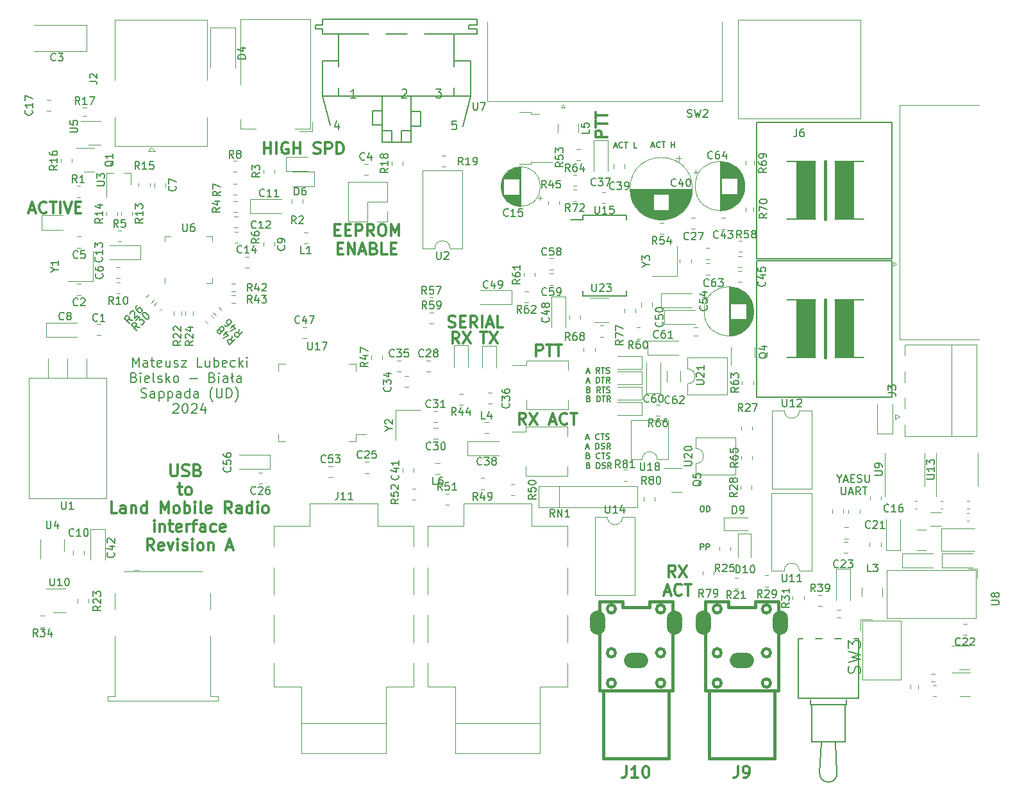
<source format=gbr>
%TF.GenerationSoftware,KiCad,Pcbnew,6.0.2+dfsg-1*%
%TF.CreationDate,2024-03-10T18:27:38+01:00*%
%TF.ProjectId,radio-usb,72616469-6f2d-4757-9362-2e6b69636164,rev?*%
%TF.SameCoordinates,Original*%
%TF.FileFunction,Legend,Top*%
%TF.FilePolarity,Positive*%
%FSLAX46Y46*%
G04 Gerber Fmt 4.6, Leading zero omitted, Abs format (unit mm)*
G04 Created by KiCad (PCBNEW 6.0.2+dfsg-1) date 2024-03-10 18:27:38*
%MOMM*%
%LPD*%
G01*
G04 APERTURE LIST*
%ADD10C,0.304800*%
%ADD11C,0.190500*%
%ADD12C,0.203200*%
%ADD13C,0.150000*%
%ADD14C,0.142240*%
%ADD15C,0.127000*%
%ADD16C,0.120000*%
%ADD17C,0.381000*%
%ADD18C,0.152400*%
%ADD19C,0.406400*%
%ADD20O,3.197860X1.998980*%
%ADD21O,1.998980X3.197860*%
G04 APERTURE END LIST*
D10*
X115548228Y-41057285D02*
X114024228Y-41057285D01*
X114024228Y-40476714D01*
X114096800Y-40331571D01*
X114169371Y-40259000D01*
X114314514Y-40186428D01*
X114532228Y-40186428D01*
X114677371Y-40259000D01*
X114749942Y-40331571D01*
X114822514Y-40476714D01*
X114822514Y-41057285D01*
X114024228Y-39751000D02*
X114024228Y-38880142D01*
X115548228Y-39315571D02*
X114024228Y-39315571D01*
X114024228Y-38589857D02*
X114024228Y-37719000D01*
X115548228Y-38154428D02*
X114024228Y-38154428D01*
D11*
X112801128Y-82061322D02*
X113163985Y-82061322D01*
X112728557Y-82279036D02*
X112982557Y-81517036D01*
X113236557Y-82279036D01*
X114071128Y-82279036D02*
X114071128Y-81517036D01*
X114252557Y-81517036D01*
X114361414Y-81553322D01*
X114433985Y-81625893D01*
X114470271Y-81698464D01*
X114506557Y-81843607D01*
X114506557Y-81952464D01*
X114470271Y-82097607D01*
X114433985Y-82170179D01*
X114361414Y-82242750D01*
X114252557Y-82279036D01*
X114071128Y-82279036D01*
X114796842Y-82242750D02*
X114905700Y-82279036D01*
X115087128Y-82279036D01*
X115159700Y-82242750D01*
X115195985Y-82206464D01*
X115232271Y-82133893D01*
X115232271Y-82061322D01*
X115195985Y-81988750D01*
X115159700Y-81952464D01*
X115087128Y-81916179D01*
X114941985Y-81879893D01*
X114869414Y-81843607D01*
X114833128Y-81807322D01*
X114796842Y-81734750D01*
X114796842Y-81662179D01*
X114833128Y-81589607D01*
X114869414Y-81553322D01*
X114941985Y-81517036D01*
X115123414Y-81517036D01*
X115232271Y-81553322D01*
X115994271Y-82279036D02*
X115740271Y-81916179D01*
X115558842Y-82279036D02*
X115558842Y-81517036D01*
X115849128Y-81517036D01*
X115921700Y-81553322D01*
X115957985Y-81589607D01*
X115994271Y-81662179D01*
X115994271Y-81771036D01*
X115957985Y-81843607D01*
X115921700Y-81879893D01*
X115849128Y-81916179D01*
X115558842Y-81916179D01*
X113134957Y-75631493D02*
X113243814Y-75667779D01*
X113280100Y-75704064D01*
X113316385Y-75776636D01*
X113316385Y-75885493D01*
X113280100Y-75958064D01*
X113243814Y-75994350D01*
X113171242Y-76030636D01*
X112880957Y-76030636D01*
X112880957Y-75268636D01*
X113134957Y-75268636D01*
X113207528Y-75304922D01*
X113243814Y-75341207D01*
X113280100Y-75413779D01*
X113280100Y-75486350D01*
X113243814Y-75558922D01*
X113207528Y-75595207D01*
X113134957Y-75631493D01*
X112880957Y-75631493D01*
X114223528Y-76030636D02*
X114223528Y-75268636D01*
X114404957Y-75268636D01*
X114513814Y-75304922D01*
X114586385Y-75377493D01*
X114622671Y-75450064D01*
X114658957Y-75595207D01*
X114658957Y-75704064D01*
X114622671Y-75849207D01*
X114586385Y-75921779D01*
X114513814Y-75994350D01*
X114404957Y-76030636D01*
X114223528Y-76030636D01*
X114876671Y-75268636D02*
X115312100Y-75268636D01*
X115094385Y-76030636D02*
X115094385Y-75268636D01*
X116001528Y-76030636D02*
X115747528Y-75667779D01*
X115566100Y-76030636D02*
X115566100Y-75268636D01*
X115856385Y-75268636D01*
X115928957Y-75304922D01*
X115965242Y-75341207D01*
X116001528Y-75413779D01*
X116001528Y-75522636D01*
X115965242Y-75595207D01*
X115928957Y-75631493D01*
X115856385Y-75667779D01*
X115566100Y-75667779D01*
X113127700Y-74437693D02*
X113236557Y-74473979D01*
X113272842Y-74510264D01*
X113309128Y-74582836D01*
X113309128Y-74691693D01*
X113272842Y-74764264D01*
X113236557Y-74800550D01*
X113163985Y-74836836D01*
X112873700Y-74836836D01*
X112873700Y-74074836D01*
X113127700Y-74074836D01*
X113200271Y-74111122D01*
X113236557Y-74147407D01*
X113272842Y-74219979D01*
X113272842Y-74292550D01*
X113236557Y-74365122D01*
X113200271Y-74401407D01*
X113127700Y-74437693D01*
X112873700Y-74437693D01*
X114651700Y-74836836D02*
X114397700Y-74473979D01*
X114216271Y-74836836D02*
X114216271Y-74074836D01*
X114506557Y-74074836D01*
X114579128Y-74111122D01*
X114615414Y-74147407D01*
X114651700Y-74219979D01*
X114651700Y-74328836D01*
X114615414Y-74401407D01*
X114579128Y-74437693D01*
X114506557Y-74473979D01*
X114216271Y-74473979D01*
X114869414Y-74074836D02*
X115304842Y-74074836D01*
X115087128Y-74836836D02*
X115087128Y-74074836D01*
X115522557Y-74800550D02*
X115631414Y-74836836D01*
X115812842Y-74836836D01*
X115885414Y-74800550D01*
X115921700Y-74764264D01*
X115957985Y-74691693D01*
X115957985Y-74619122D01*
X115921700Y-74546550D01*
X115885414Y-74510264D01*
X115812842Y-74473979D01*
X115667700Y-74437693D01*
X115595128Y-74401407D01*
X115558842Y-74365122D01*
X115522557Y-74292550D01*
X115522557Y-74219979D01*
X115558842Y-74147407D01*
X115595128Y-74111122D01*
X115667700Y-74074836D01*
X115849128Y-74074836D01*
X115957985Y-74111122D01*
D10*
X57948285Y-84351948D02*
X57948285Y-85585662D01*
X58020857Y-85730805D01*
X58093428Y-85803377D01*
X58238571Y-85875948D01*
X58528857Y-85875948D01*
X58674000Y-85803377D01*
X58746571Y-85730805D01*
X58819142Y-85585662D01*
X58819142Y-84351948D01*
X59472285Y-85803377D02*
X59690000Y-85875948D01*
X60052857Y-85875948D01*
X60198000Y-85803377D01*
X60270571Y-85730805D01*
X60343142Y-85585662D01*
X60343142Y-85440520D01*
X60270571Y-85295377D01*
X60198000Y-85222805D01*
X60052857Y-85150234D01*
X59762571Y-85077662D01*
X59617428Y-85005091D01*
X59544857Y-84932520D01*
X59472285Y-84787377D01*
X59472285Y-84642234D01*
X59544857Y-84497091D01*
X59617428Y-84424520D01*
X59762571Y-84351948D01*
X60125428Y-84351948D01*
X60343142Y-84424520D01*
X61504285Y-85077662D02*
X61722000Y-85150234D01*
X61794571Y-85222805D01*
X61867142Y-85367948D01*
X61867142Y-85585662D01*
X61794571Y-85730805D01*
X61722000Y-85803377D01*
X61576857Y-85875948D01*
X60996285Y-85875948D01*
X60996285Y-84351948D01*
X61504285Y-84351948D01*
X61649428Y-84424520D01*
X61722000Y-84497091D01*
X61794571Y-84642234D01*
X61794571Y-84787377D01*
X61722000Y-84932520D01*
X61649428Y-85005091D01*
X61504285Y-85077662D01*
X60996285Y-85077662D01*
X58891714Y-87313588D02*
X59472285Y-87313588D01*
X59109428Y-86805588D02*
X59109428Y-88111874D01*
X59182000Y-88257017D01*
X59327142Y-88329588D01*
X59472285Y-88329588D01*
X60198000Y-88329588D02*
X60052857Y-88257017D01*
X59980285Y-88184445D01*
X59907714Y-88039302D01*
X59907714Y-87603874D01*
X59980285Y-87458731D01*
X60052857Y-87386160D01*
X60198000Y-87313588D01*
X60415714Y-87313588D01*
X60560857Y-87386160D01*
X60633428Y-87458731D01*
X60706000Y-87603874D01*
X60706000Y-88039302D01*
X60633428Y-88184445D01*
X60560857Y-88257017D01*
X60415714Y-88329588D01*
X60198000Y-88329588D01*
X50836285Y-90783228D02*
X50110571Y-90783228D01*
X50110571Y-89259228D01*
X51997428Y-90783228D02*
X51997428Y-89984942D01*
X51924857Y-89839800D01*
X51779714Y-89767228D01*
X51489428Y-89767228D01*
X51344285Y-89839800D01*
X51997428Y-90710657D02*
X51852285Y-90783228D01*
X51489428Y-90783228D01*
X51344285Y-90710657D01*
X51271714Y-90565514D01*
X51271714Y-90420371D01*
X51344285Y-90275228D01*
X51489428Y-90202657D01*
X51852285Y-90202657D01*
X51997428Y-90130085D01*
X52723142Y-89767228D02*
X52723142Y-90783228D01*
X52723142Y-89912371D02*
X52795714Y-89839800D01*
X52940857Y-89767228D01*
X53158571Y-89767228D01*
X53303714Y-89839800D01*
X53376285Y-89984942D01*
X53376285Y-90783228D01*
X54755142Y-90783228D02*
X54755142Y-89259228D01*
X54755142Y-90710657D02*
X54610000Y-90783228D01*
X54319714Y-90783228D01*
X54174571Y-90710657D01*
X54102000Y-90638085D01*
X54029428Y-90492942D01*
X54029428Y-90057514D01*
X54102000Y-89912371D01*
X54174571Y-89839800D01*
X54319714Y-89767228D01*
X54610000Y-89767228D01*
X54755142Y-89839800D01*
X56642000Y-90783228D02*
X56642000Y-89259228D01*
X57150000Y-90347800D01*
X57658000Y-89259228D01*
X57658000Y-90783228D01*
X58601428Y-90783228D02*
X58456285Y-90710657D01*
X58383714Y-90638085D01*
X58311142Y-90492942D01*
X58311142Y-90057514D01*
X58383714Y-89912371D01*
X58456285Y-89839800D01*
X58601428Y-89767228D01*
X58819142Y-89767228D01*
X58964285Y-89839800D01*
X59036857Y-89912371D01*
X59109428Y-90057514D01*
X59109428Y-90492942D01*
X59036857Y-90638085D01*
X58964285Y-90710657D01*
X58819142Y-90783228D01*
X58601428Y-90783228D01*
X59762571Y-90783228D02*
X59762571Y-89259228D01*
X59762571Y-89839800D02*
X59907714Y-89767228D01*
X60198000Y-89767228D01*
X60343142Y-89839800D01*
X60415714Y-89912371D01*
X60488285Y-90057514D01*
X60488285Y-90492942D01*
X60415714Y-90638085D01*
X60343142Y-90710657D01*
X60198000Y-90783228D01*
X59907714Y-90783228D01*
X59762571Y-90710657D01*
X61141428Y-90783228D02*
X61141428Y-89767228D01*
X61141428Y-89259228D02*
X61068857Y-89331800D01*
X61141428Y-89404371D01*
X61214000Y-89331800D01*
X61141428Y-89259228D01*
X61141428Y-89404371D01*
X62084857Y-90783228D02*
X61939714Y-90710657D01*
X61867142Y-90565514D01*
X61867142Y-89259228D01*
X63246000Y-90710657D02*
X63100857Y-90783228D01*
X62810571Y-90783228D01*
X62665428Y-90710657D01*
X62592857Y-90565514D01*
X62592857Y-89984942D01*
X62665428Y-89839800D01*
X62810571Y-89767228D01*
X63100857Y-89767228D01*
X63246000Y-89839800D01*
X63318571Y-89984942D01*
X63318571Y-90130085D01*
X62592857Y-90275228D01*
X66003714Y-90783228D02*
X65495714Y-90057514D01*
X65132857Y-90783228D02*
X65132857Y-89259228D01*
X65713428Y-89259228D01*
X65858571Y-89331800D01*
X65931142Y-89404371D01*
X66003714Y-89549514D01*
X66003714Y-89767228D01*
X65931142Y-89912371D01*
X65858571Y-89984942D01*
X65713428Y-90057514D01*
X65132857Y-90057514D01*
X67310000Y-90783228D02*
X67310000Y-89984942D01*
X67237428Y-89839800D01*
X67092285Y-89767228D01*
X66802000Y-89767228D01*
X66656857Y-89839800D01*
X67310000Y-90710657D02*
X67164857Y-90783228D01*
X66802000Y-90783228D01*
X66656857Y-90710657D01*
X66584285Y-90565514D01*
X66584285Y-90420371D01*
X66656857Y-90275228D01*
X66802000Y-90202657D01*
X67164857Y-90202657D01*
X67310000Y-90130085D01*
X68688857Y-90783228D02*
X68688857Y-89259228D01*
X68688857Y-90710657D02*
X68543714Y-90783228D01*
X68253428Y-90783228D01*
X68108285Y-90710657D01*
X68035714Y-90638085D01*
X67963142Y-90492942D01*
X67963142Y-90057514D01*
X68035714Y-89912371D01*
X68108285Y-89839800D01*
X68253428Y-89767228D01*
X68543714Y-89767228D01*
X68688857Y-89839800D01*
X69414571Y-90783228D02*
X69414571Y-89767228D01*
X69414571Y-89259228D02*
X69342000Y-89331800D01*
X69414571Y-89404371D01*
X69487142Y-89331800D01*
X69414571Y-89259228D01*
X69414571Y-89404371D01*
X70358000Y-90783228D02*
X70212857Y-90710657D01*
X70140285Y-90638085D01*
X70067714Y-90492942D01*
X70067714Y-90057514D01*
X70140285Y-89912371D01*
X70212857Y-89839800D01*
X70358000Y-89767228D01*
X70575714Y-89767228D01*
X70720857Y-89839800D01*
X70793428Y-89912371D01*
X70866000Y-90057514D01*
X70866000Y-90492942D01*
X70793428Y-90638085D01*
X70720857Y-90710657D01*
X70575714Y-90783228D01*
X70358000Y-90783228D01*
X55771142Y-93236868D02*
X55771142Y-92220868D01*
X55771142Y-91712868D02*
X55698571Y-91785440D01*
X55771142Y-91858011D01*
X55843714Y-91785440D01*
X55771142Y-91712868D01*
X55771142Y-91858011D01*
X56496857Y-92220868D02*
X56496857Y-93236868D01*
X56496857Y-92366011D02*
X56569428Y-92293440D01*
X56714571Y-92220868D01*
X56932285Y-92220868D01*
X57077428Y-92293440D01*
X57150000Y-92438582D01*
X57150000Y-93236868D01*
X57658000Y-92220868D02*
X58238571Y-92220868D01*
X57875714Y-91712868D02*
X57875714Y-93019154D01*
X57948285Y-93164297D01*
X58093428Y-93236868D01*
X58238571Y-93236868D01*
X59327142Y-93164297D02*
X59182000Y-93236868D01*
X58891714Y-93236868D01*
X58746571Y-93164297D01*
X58674000Y-93019154D01*
X58674000Y-92438582D01*
X58746571Y-92293440D01*
X58891714Y-92220868D01*
X59182000Y-92220868D01*
X59327142Y-92293440D01*
X59399714Y-92438582D01*
X59399714Y-92583725D01*
X58674000Y-92728868D01*
X60052857Y-93236868D02*
X60052857Y-92220868D01*
X60052857Y-92511154D02*
X60125428Y-92366011D01*
X60198000Y-92293440D01*
X60343142Y-92220868D01*
X60488285Y-92220868D01*
X60778571Y-92220868D02*
X61359142Y-92220868D01*
X60996285Y-93236868D02*
X60996285Y-91930582D01*
X61068857Y-91785440D01*
X61214000Y-91712868D01*
X61359142Y-91712868D01*
X62520285Y-93236868D02*
X62520285Y-92438582D01*
X62447714Y-92293440D01*
X62302571Y-92220868D01*
X62012285Y-92220868D01*
X61867142Y-92293440D01*
X62520285Y-93164297D02*
X62375142Y-93236868D01*
X62012285Y-93236868D01*
X61867142Y-93164297D01*
X61794571Y-93019154D01*
X61794571Y-92874011D01*
X61867142Y-92728868D01*
X62012285Y-92656297D01*
X62375142Y-92656297D01*
X62520285Y-92583725D01*
X63899142Y-93164297D02*
X63754000Y-93236868D01*
X63463714Y-93236868D01*
X63318571Y-93164297D01*
X63246000Y-93091725D01*
X63173428Y-92946582D01*
X63173428Y-92511154D01*
X63246000Y-92366011D01*
X63318571Y-92293440D01*
X63463714Y-92220868D01*
X63754000Y-92220868D01*
X63899142Y-92293440D01*
X65132857Y-93164297D02*
X64987714Y-93236868D01*
X64697428Y-93236868D01*
X64552285Y-93164297D01*
X64479714Y-93019154D01*
X64479714Y-92438582D01*
X64552285Y-92293440D01*
X64697428Y-92220868D01*
X64987714Y-92220868D01*
X65132857Y-92293440D01*
X65205428Y-92438582D01*
X65205428Y-92583725D01*
X64479714Y-92728868D01*
X55734857Y-95690508D02*
X55226857Y-94964794D01*
X54864000Y-95690508D02*
X54864000Y-94166508D01*
X55444571Y-94166508D01*
X55589714Y-94239080D01*
X55662285Y-94311651D01*
X55734857Y-94456794D01*
X55734857Y-94674508D01*
X55662285Y-94819651D01*
X55589714Y-94892222D01*
X55444571Y-94964794D01*
X54864000Y-94964794D01*
X56968571Y-95617937D02*
X56823428Y-95690508D01*
X56533142Y-95690508D01*
X56388000Y-95617937D01*
X56315428Y-95472794D01*
X56315428Y-94892222D01*
X56388000Y-94747080D01*
X56533142Y-94674508D01*
X56823428Y-94674508D01*
X56968571Y-94747080D01*
X57041142Y-94892222D01*
X57041142Y-95037365D01*
X56315428Y-95182508D01*
X57549142Y-94674508D02*
X57912000Y-95690508D01*
X58274857Y-94674508D01*
X58855428Y-95690508D02*
X58855428Y-94674508D01*
X58855428Y-94166508D02*
X58782857Y-94239080D01*
X58855428Y-94311651D01*
X58928000Y-94239080D01*
X58855428Y-94166508D01*
X58855428Y-94311651D01*
X59508571Y-95617937D02*
X59653714Y-95690508D01*
X59944000Y-95690508D01*
X60089142Y-95617937D01*
X60161714Y-95472794D01*
X60161714Y-95400222D01*
X60089142Y-95255080D01*
X59944000Y-95182508D01*
X59726285Y-95182508D01*
X59581142Y-95109937D01*
X59508571Y-94964794D01*
X59508571Y-94892222D01*
X59581142Y-94747080D01*
X59726285Y-94674508D01*
X59944000Y-94674508D01*
X60089142Y-94747080D01*
X60814857Y-95690508D02*
X60814857Y-94674508D01*
X60814857Y-94166508D02*
X60742285Y-94239080D01*
X60814857Y-94311651D01*
X60887428Y-94239080D01*
X60814857Y-94166508D01*
X60814857Y-94311651D01*
X61758285Y-95690508D02*
X61613142Y-95617937D01*
X61540571Y-95545365D01*
X61468000Y-95400222D01*
X61468000Y-94964794D01*
X61540571Y-94819651D01*
X61613142Y-94747080D01*
X61758285Y-94674508D01*
X61976000Y-94674508D01*
X62121142Y-94747080D01*
X62193714Y-94819651D01*
X62266285Y-94964794D01*
X62266285Y-95400222D01*
X62193714Y-95545365D01*
X62121142Y-95617937D01*
X61976000Y-95690508D01*
X61758285Y-95690508D01*
X62919428Y-94674508D02*
X62919428Y-95690508D01*
X62919428Y-94819651D02*
X62992000Y-94747080D01*
X63137142Y-94674508D01*
X63354857Y-94674508D01*
X63500000Y-94747080D01*
X63572571Y-94892222D01*
X63572571Y-95690508D01*
X65386857Y-95255080D02*
X66112571Y-95255080D01*
X65241714Y-95690508D02*
X65749714Y-94166508D01*
X66257714Y-95690508D01*
D11*
X112873700Y-73323722D02*
X113236557Y-73323722D01*
X112801128Y-73541436D02*
X113055128Y-72779436D01*
X113309128Y-73541436D01*
X114143700Y-73541436D02*
X114143700Y-72779436D01*
X114325128Y-72779436D01*
X114433985Y-72815722D01*
X114506557Y-72888293D01*
X114542842Y-72960864D01*
X114579128Y-73106007D01*
X114579128Y-73214864D01*
X114542842Y-73360007D01*
X114506557Y-73432579D01*
X114433985Y-73505150D01*
X114325128Y-73541436D01*
X114143700Y-73541436D01*
X114796842Y-72779436D02*
X115232271Y-72779436D01*
X115014557Y-73541436D02*
X115014557Y-72779436D01*
X115921700Y-73541436D02*
X115667700Y-73178579D01*
X115486271Y-73541436D02*
X115486271Y-72779436D01*
X115776557Y-72779436D01*
X115849128Y-72815722D01*
X115885414Y-72852007D01*
X115921700Y-72924579D01*
X115921700Y-73033436D01*
X115885414Y-73106007D01*
X115849128Y-73142293D01*
X115776557Y-73178579D01*
X115486271Y-73178579D01*
D12*
X146196352Y-86203729D02*
X146196352Y-86687539D01*
X145857685Y-85671539D02*
X146196352Y-86203729D01*
X146535019Y-85671539D01*
X146825304Y-86397253D02*
X147309114Y-86397253D01*
X146728542Y-86687539D02*
X147067209Y-85671539D01*
X147405876Y-86687539D01*
X147744542Y-86155348D02*
X148083209Y-86155348D01*
X148228352Y-86687539D02*
X147744542Y-86687539D01*
X147744542Y-85671539D01*
X148228352Y-85671539D01*
X148615400Y-86639158D02*
X148760542Y-86687539D01*
X149002447Y-86687539D01*
X149099209Y-86639158D01*
X149147590Y-86590777D01*
X149195971Y-86494015D01*
X149195971Y-86397253D01*
X149147590Y-86300491D01*
X149099209Y-86252110D01*
X149002447Y-86203729D01*
X148808923Y-86155348D01*
X148712161Y-86106967D01*
X148663780Y-86058586D01*
X148615400Y-85961824D01*
X148615400Y-85865062D01*
X148663780Y-85768300D01*
X148712161Y-85719920D01*
X148808923Y-85671539D01*
X149050828Y-85671539D01*
X149195971Y-85719920D01*
X149631400Y-85671539D02*
X149631400Y-86494015D01*
X149679780Y-86590777D01*
X149728161Y-86639158D01*
X149824923Y-86687539D01*
X150018447Y-86687539D01*
X150115209Y-86639158D01*
X150163590Y-86590777D01*
X150211971Y-86494015D01*
X150211971Y-85671539D01*
X146486638Y-87307299D02*
X146486638Y-88129775D01*
X146535019Y-88226537D01*
X146583400Y-88274918D01*
X146680161Y-88323299D01*
X146873685Y-88323299D01*
X146970447Y-88274918D01*
X147018828Y-88226537D01*
X147067209Y-88129775D01*
X147067209Y-87307299D01*
X147502638Y-88033013D02*
X147986447Y-88033013D01*
X147405876Y-88323299D02*
X147744542Y-87307299D01*
X148083209Y-88323299D01*
X149002447Y-88323299D02*
X148663780Y-87839489D01*
X148421876Y-88323299D02*
X148421876Y-87307299D01*
X148808923Y-87307299D01*
X148905685Y-87355680D01*
X148954066Y-87404060D01*
X149002447Y-87500822D01*
X149002447Y-87645965D01*
X148954066Y-87742727D01*
X148905685Y-87791108D01*
X148808923Y-87839489D01*
X148421876Y-87839489D01*
X149292733Y-87307299D02*
X149873304Y-87307299D01*
X149583019Y-88323299D02*
X149583019Y-87307299D01*
D11*
X112866442Y-72053722D02*
X113229300Y-72053722D01*
X112793871Y-72271436D02*
X113047871Y-71509436D01*
X113301871Y-72271436D01*
X114571871Y-72271436D02*
X114317871Y-71908579D01*
X114136442Y-72271436D02*
X114136442Y-71509436D01*
X114426728Y-71509436D01*
X114499300Y-71545722D01*
X114535585Y-71582007D01*
X114571871Y-71654579D01*
X114571871Y-71763436D01*
X114535585Y-71836007D01*
X114499300Y-71872293D01*
X114426728Y-71908579D01*
X114136442Y-71908579D01*
X114789585Y-71509436D02*
X115225014Y-71509436D01*
X115007300Y-72271436D02*
X115007300Y-71509436D01*
X115442728Y-72235150D02*
X115551585Y-72271436D01*
X115733014Y-72271436D01*
X115805585Y-72235150D01*
X115841871Y-72198864D01*
X115878157Y-72126293D01*
X115878157Y-72053722D01*
X115841871Y-71981150D01*
X115805585Y-71944864D01*
X115733014Y-71908579D01*
X115587871Y-71872293D01*
X115515300Y-71836007D01*
X115479014Y-71799722D01*
X115442728Y-71727150D01*
X115442728Y-71654579D01*
X115479014Y-71582007D01*
X115515300Y-71545722D01*
X115587871Y-71509436D01*
X115769300Y-71509436D01*
X115878157Y-71545722D01*
D10*
X96012000Y-68329628D02*
X95504000Y-67603914D01*
X95141142Y-68329628D02*
X95141142Y-66805628D01*
X95721714Y-66805628D01*
X95866857Y-66878200D01*
X95939428Y-66950771D01*
X96012000Y-67095914D01*
X96012000Y-67313628D01*
X95939428Y-67458771D01*
X95866857Y-67531342D01*
X95721714Y-67603914D01*
X95141142Y-67603914D01*
X96520000Y-66805628D02*
X97536000Y-68329628D01*
X97536000Y-66805628D02*
X96520000Y-68329628D01*
D11*
X116480771Y-42240200D02*
X116843628Y-42240200D01*
X116408200Y-42457914D02*
X116662200Y-41695914D01*
X116916200Y-42457914D01*
X117605628Y-42385342D02*
X117569342Y-42421628D01*
X117460485Y-42457914D01*
X117387914Y-42457914D01*
X117279057Y-42421628D01*
X117206485Y-42349057D01*
X117170200Y-42276485D01*
X117133914Y-42131342D01*
X117133914Y-42022485D01*
X117170200Y-41877342D01*
X117206485Y-41804771D01*
X117279057Y-41732200D01*
X117387914Y-41695914D01*
X117460485Y-41695914D01*
X117569342Y-41732200D01*
X117605628Y-41768485D01*
X117823342Y-41695914D02*
X118258771Y-41695914D01*
X118041057Y-42457914D02*
X118041057Y-41695914D01*
X119456200Y-42457914D02*
X119093342Y-42457914D01*
X119093342Y-41695914D01*
D10*
X124587000Y-99183008D02*
X124079000Y-98457294D01*
X123716142Y-99183008D02*
X123716142Y-97659008D01*
X124296714Y-97659008D01*
X124441857Y-97731580D01*
X124514428Y-97804151D01*
X124587000Y-97949294D01*
X124587000Y-98167008D01*
X124514428Y-98312151D01*
X124441857Y-98384722D01*
X124296714Y-98457294D01*
X123716142Y-98457294D01*
X125095000Y-97659008D02*
X126111000Y-99183008D01*
X126111000Y-97659008D02*
X125095000Y-99183008D01*
X123135571Y-101201220D02*
X123861285Y-101201220D01*
X122990428Y-101636648D02*
X123498428Y-100112648D01*
X124006428Y-101636648D01*
X125385285Y-101491505D02*
X125312714Y-101564077D01*
X125095000Y-101636648D01*
X124949857Y-101636648D01*
X124732142Y-101564077D01*
X124587000Y-101418934D01*
X124514428Y-101273791D01*
X124441857Y-100983505D01*
X124441857Y-100765791D01*
X124514428Y-100475505D01*
X124587000Y-100330362D01*
X124732142Y-100185220D01*
X124949857Y-100112648D01*
X125095000Y-100112648D01*
X125312714Y-100185220D01*
X125385285Y-100257791D01*
X125820714Y-100112648D02*
X126691571Y-100112648D01*
X126256142Y-101636648D02*
X126256142Y-100112648D01*
D11*
X112815642Y-80816722D02*
X113178500Y-80816722D01*
X112743071Y-81034436D02*
X112997071Y-80272436D01*
X113251071Y-81034436D01*
X114521071Y-80961864D02*
X114484785Y-80998150D01*
X114375928Y-81034436D01*
X114303357Y-81034436D01*
X114194500Y-80998150D01*
X114121928Y-80925579D01*
X114085642Y-80853007D01*
X114049357Y-80707864D01*
X114049357Y-80599007D01*
X114085642Y-80453864D01*
X114121928Y-80381293D01*
X114194500Y-80308722D01*
X114303357Y-80272436D01*
X114375928Y-80272436D01*
X114484785Y-80308722D01*
X114521071Y-80345007D01*
X114738785Y-80272436D02*
X115174214Y-80272436D01*
X114956500Y-81034436D02*
X114956500Y-80272436D01*
X115391928Y-80998150D02*
X115500785Y-81034436D01*
X115682214Y-81034436D01*
X115754785Y-80998150D01*
X115791071Y-80961864D01*
X115827357Y-80889293D01*
X115827357Y-80816722D01*
X115791071Y-80744150D01*
X115754785Y-80707864D01*
X115682214Y-80671579D01*
X115537071Y-80635293D01*
X115464500Y-80599007D01*
X115428214Y-80562722D01*
X115391928Y-80490150D01*
X115391928Y-80417579D01*
X115428214Y-80345007D01*
X115464500Y-80308722D01*
X115537071Y-80272436D01*
X115718500Y-80272436D01*
X115827357Y-80308722D01*
D10*
X106208014Y-69974550D02*
X106208014Y-68450550D01*
X106788585Y-68450550D01*
X106933728Y-68523122D01*
X107006300Y-68595693D01*
X107078871Y-68740836D01*
X107078871Y-68958550D01*
X107006300Y-69103693D01*
X106933728Y-69176264D01*
X106788585Y-69248836D01*
X106208014Y-69248836D01*
X107514300Y-68450550D02*
X108385157Y-68450550D01*
X107949728Y-69974550D02*
X107949728Y-68450550D01*
X108675442Y-68450550D02*
X109546300Y-68450550D01*
X109110871Y-69974550D02*
X109110871Y-68450550D01*
D11*
X128045028Y-89803514D02*
X128190171Y-89803514D01*
X128262742Y-89839800D01*
X128335314Y-89912371D01*
X128371600Y-90057514D01*
X128371600Y-90311514D01*
X128335314Y-90456657D01*
X128262742Y-90529228D01*
X128190171Y-90565514D01*
X128045028Y-90565514D01*
X127972457Y-90529228D01*
X127899885Y-90456657D01*
X127863600Y-90311514D01*
X127863600Y-90057514D01*
X127899885Y-89912371D01*
X127972457Y-89839800D01*
X128045028Y-89803514D01*
X128698171Y-90565514D02*
X128698171Y-89803514D01*
X128879600Y-89803514D01*
X128988457Y-89839800D01*
X129061028Y-89912371D01*
X129097314Y-89984942D01*
X129133600Y-90130085D01*
X129133600Y-90238942D01*
X129097314Y-90384085D01*
X129061028Y-90456657D01*
X128988457Y-90529228D01*
X128879600Y-90565514D01*
X128698171Y-90565514D01*
X113087785Y-84445293D02*
X113196642Y-84481579D01*
X113232928Y-84517864D01*
X113269214Y-84590436D01*
X113269214Y-84699293D01*
X113232928Y-84771864D01*
X113196642Y-84808150D01*
X113124071Y-84844436D01*
X112833785Y-84844436D01*
X112833785Y-84082436D01*
X113087785Y-84082436D01*
X113160357Y-84118722D01*
X113196642Y-84155007D01*
X113232928Y-84227579D01*
X113232928Y-84300150D01*
X113196642Y-84372722D01*
X113160357Y-84409007D01*
X113087785Y-84445293D01*
X112833785Y-84445293D01*
X114176357Y-84844436D02*
X114176357Y-84082436D01*
X114357785Y-84082436D01*
X114466642Y-84118722D01*
X114539214Y-84191293D01*
X114575500Y-84263864D01*
X114611785Y-84409007D01*
X114611785Y-84517864D01*
X114575500Y-84663007D01*
X114539214Y-84735579D01*
X114466642Y-84808150D01*
X114357785Y-84844436D01*
X114176357Y-84844436D01*
X114902071Y-84808150D02*
X115010928Y-84844436D01*
X115192357Y-84844436D01*
X115264928Y-84808150D01*
X115301214Y-84771864D01*
X115337500Y-84699293D01*
X115337500Y-84626722D01*
X115301214Y-84554150D01*
X115264928Y-84517864D01*
X115192357Y-84481579D01*
X115047214Y-84445293D01*
X114974642Y-84409007D01*
X114938357Y-84372722D01*
X114902071Y-84300150D01*
X114902071Y-84227579D01*
X114938357Y-84155007D01*
X114974642Y-84118722D01*
X115047214Y-84082436D01*
X115228642Y-84082436D01*
X115337500Y-84118722D01*
X116099500Y-84844436D02*
X115845500Y-84481579D01*
X115664071Y-84844436D02*
X115664071Y-84082436D01*
X115954357Y-84082436D01*
X116026928Y-84118722D01*
X116063214Y-84155007D01*
X116099500Y-84227579D01*
X116099500Y-84336436D01*
X116063214Y-84409007D01*
X116026928Y-84445293D01*
X115954357Y-84481579D01*
X115664071Y-84481579D01*
D10*
X70299942Y-43285228D02*
X70299942Y-41761228D01*
X70299942Y-42486942D02*
X71170800Y-42486942D01*
X71170800Y-43285228D02*
X71170800Y-41761228D01*
X71896514Y-43285228D02*
X71896514Y-41761228D01*
X73420514Y-41833800D02*
X73275371Y-41761228D01*
X73057657Y-41761228D01*
X72839942Y-41833800D01*
X72694800Y-41978942D01*
X72622228Y-42124085D01*
X72549657Y-42414371D01*
X72549657Y-42632085D01*
X72622228Y-42922371D01*
X72694800Y-43067514D01*
X72839942Y-43212657D01*
X73057657Y-43285228D01*
X73202800Y-43285228D01*
X73420514Y-43212657D01*
X73493085Y-43140085D01*
X73493085Y-42632085D01*
X73202800Y-42632085D01*
X74146228Y-43285228D02*
X74146228Y-41761228D01*
X74146228Y-42486942D02*
X75017085Y-42486942D01*
X75017085Y-43285228D02*
X75017085Y-41761228D01*
X76831371Y-43212657D02*
X77049085Y-43285228D01*
X77411942Y-43285228D01*
X77557085Y-43212657D01*
X77629657Y-43140085D01*
X77702228Y-42994942D01*
X77702228Y-42849800D01*
X77629657Y-42704657D01*
X77557085Y-42632085D01*
X77411942Y-42559514D01*
X77121657Y-42486942D01*
X76976514Y-42414371D01*
X76903942Y-42341800D01*
X76831371Y-42196657D01*
X76831371Y-42051514D01*
X76903942Y-41906371D01*
X76976514Y-41833800D01*
X77121657Y-41761228D01*
X77484514Y-41761228D01*
X77702228Y-41833800D01*
X78355371Y-43285228D02*
X78355371Y-41761228D01*
X78935942Y-41761228D01*
X79081085Y-41833800D01*
X79153657Y-41906371D01*
X79226228Y-42051514D01*
X79226228Y-42269228D01*
X79153657Y-42414371D01*
X79081085Y-42486942D01*
X78935942Y-42559514D01*
X78355371Y-42559514D01*
X79879371Y-43285228D02*
X79879371Y-41761228D01*
X80242228Y-41761228D01*
X80459942Y-41833800D01*
X80605085Y-41978942D01*
X80677657Y-42124085D01*
X80750228Y-42414371D01*
X80750228Y-42632085D01*
X80677657Y-42922371D01*
X80605085Y-43067514D01*
X80459942Y-43212657D01*
X80242228Y-43285228D01*
X79879371Y-43285228D01*
D11*
X121444657Y-42214800D02*
X121807514Y-42214800D01*
X121372085Y-42432514D02*
X121626085Y-41670514D01*
X121880085Y-42432514D01*
X122569514Y-42359942D02*
X122533228Y-42396228D01*
X122424371Y-42432514D01*
X122351800Y-42432514D01*
X122242942Y-42396228D01*
X122170371Y-42323657D01*
X122134085Y-42251085D01*
X122097800Y-42105942D01*
X122097800Y-41997085D01*
X122134085Y-41851942D01*
X122170371Y-41779371D01*
X122242942Y-41706800D01*
X122351800Y-41670514D01*
X122424371Y-41670514D01*
X122533228Y-41706800D01*
X122569514Y-41743085D01*
X122787228Y-41670514D02*
X123222657Y-41670514D01*
X123004942Y-42432514D02*
X123004942Y-41670514D01*
X124057228Y-42432514D02*
X124057228Y-41670514D01*
X124057228Y-42033371D02*
X124492657Y-42033371D01*
X124492657Y-42432514D02*
X124492657Y-41670514D01*
D10*
X79631257Y-53320122D02*
X80139257Y-53320122D01*
X80356971Y-54118408D02*
X79631257Y-54118408D01*
X79631257Y-52594408D01*
X80356971Y-52594408D01*
X81010114Y-53320122D02*
X81518114Y-53320122D01*
X81735828Y-54118408D02*
X81010114Y-54118408D01*
X81010114Y-52594408D01*
X81735828Y-52594408D01*
X82388971Y-54118408D02*
X82388971Y-52594408D01*
X82969542Y-52594408D01*
X83114685Y-52666980D01*
X83187257Y-52739551D01*
X83259828Y-52884694D01*
X83259828Y-53102408D01*
X83187257Y-53247551D01*
X83114685Y-53320122D01*
X82969542Y-53392694D01*
X82388971Y-53392694D01*
X84783828Y-54118408D02*
X84275828Y-53392694D01*
X83912971Y-54118408D02*
X83912971Y-52594408D01*
X84493542Y-52594408D01*
X84638685Y-52666980D01*
X84711257Y-52739551D01*
X84783828Y-52884694D01*
X84783828Y-53102408D01*
X84711257Y-53247551D01*
X84638685Y-53320122D01*
X84493542Y-53392694D01*
X83912971Y-53392694D01*
X85727257Y-52594408D02*
X86017542Y-52594408D01*
X86162685Y-52666980D01*
X86307828Y-52812122D01*
X86380400Y-53102408D01*
X86380400Y-53610408D01*
X86307828Y-53900694D01*
X86162685Y-54045837D01*
X86017542Y-54118408D01*
X85727257Y-54118408D01*
X85582114Y-54045837D01*
X85436971Y-53900694D01*
X85364400Y-53610408D01*
X85364400Y-53102408D01*
X85436971Y-52812122D01*
X85582114Y-52666980D01*
X85727257Y-52594408D01*
X87033542Y-54118408D02*
X87033542Y-52594408D01*
X87541542Y-53682980D01*
X88049542Y-52594408D01*
X88049542Y-54118408D01*
X79994114Y-55773762D02*
X80502114Y-55773762D01*
X80719828Y-56572048D02*
X79994114Y-56572048D01*
X79994114Y-55048048D01*
X80719828Y-55048048D01*
X81372971Y-56572048D02*
X81372971Y-55048048D01*
X82243828Y-56572048D01*
X82243828Y-55048048D01*
X82896971Y-56136620D02*
X83622685Y-56136620D01*
X82751828Y-56572048D02*
X83259828Y-55048048D01*
X83767828Y-56572048D01*
X84783828Y-55773762D02*
X85001542Y-55846334D01*
X85074114Y-55918905D01*
X85146685Y-56064048D01*
X85146685Y-56281762D01*
X85074114Y-56426905D01*
X85001542Y-56499477D01*
X84856400Y-56572048D01*
X84275828Y-56572048D01*
X84275828Y-55048048D01*
X84783828Y-55048048D01*
X84928971Y-55120620D01*
X85001542Y-55193191D01*
X85074114Y-55338334D01*
X85074114Y-55483477D01*
X85001542Y-55628620D01*
X84928971Y-55701191D01*
X84783828Y-55773762D01*
X84275828Y-55773762D01*
X86525542Y-56572048D02*
X85799828Y-56572048D01*
X85799828Y-55048048D01*
X87033542Y-55773762D02*
X87541542Y-55773762D01*
X87759257Y-56572048D02*
X87033542Y-56572048D01*
X87033542Y-55048048D01*
X87759257Y-55048048D01*
X98838657Y-66805628D02*
X99709514Y-66805628D01*
X99274085Y-68329628D02*
X99274085Y-66805628D01*
X100072371Y-66805628D02*
X101088371Y-68329628D01*
X101088371Y-66805628D02*
X100072371Y-68329628D01*
X39286542Y-50673000D02*
X40012257Y-50673000D01*
X39141400Y-51108428D02*
X39649400Y-49584428D01*
X40157400Y-51108428D01*
X41536257Y-50963285D02*
X41463685Y-51035857D01*
X41245971Y-51108428D01*
X41100828Y-51108428D01*
X40883114Y-51035857D01*
X40737971Y-50890714D01*
X40665400Y-50745571D01*
X40592828Y-50455285D01*
X40592828Y-50237571D01*
X40665400Y-49947285D01*
X40737971Y-49802142D01*
X40883114Y-49657000D01*
X41100828Y-49584428D01*
X41245971Y-49584428D01*
X41463685Y-49657000D01*
X41536257Y-49729571D01*
X41971685Y-49584428D02*
X42842542Y-49584428D01*
X42407114Y-51108428D02*
X42407114Y-49584428D01*
X43350542Y-51108428D02*
X43350542Y-49584428D01*
X43858542Y-49584428D02*
X44366542Y-51108428D01*
X44874542Y-49584428D01*
X45382542Y-50310142D02*
X45890542Y-50310142D01*
X46108257Y-51108428D02*
X45382542Y-51108428D01*
X45382542Y-49584428D01*
X46108257Y-49584428D01*
X94625885Y-66148857D02*
X94843600Y-66221428D01*
X95206457Y-66221428D01*
X95351600Y-66148857D01*
X95424171Y-66076285D01*
X95496742Y-65931142D01*
X95496742Y-65786000D01*
X95424171Y-65640857D01*
X95351600Y-65568285D01*
X95206457Y-65495714D01*
X94916171Y-65423142D01*
X94771028Y-65350571D01*
X94698457Y-65278000D01*
X94625885Y-65132857D01*
X94625885Y-64987714D01*
X94698457Y-64842571D01*
X94771028Y-64770000D01*
X94916171Y-64697428D01*
X95279028Y-64697428D01*
X95496742Y-64770000D01*
X96149885Y-65423142D02*
X96657885Y-65423142D01*
X96875600Y-66221428D02*
X96149885Y-66221428D01*
X96149885Y-64697428D01*
X96875600Y-64697428D01*
X98399600Y-66221428D02*
X97891600Y-65495714D01*
X97528742Y-66221428D02*
X97528742Y-64697428D01*
X98109314Y-64697428D01*
X98254457Y-64770000D01*
X98327028Y-64842571D01*
X98399600Y-64987714D01*
X98399600Y-65205428D01*
X98327028Y-65350571D01*
X98254457Y-65423142D01*
X98109314Y-65495714D01*
X97528742Y-65495714D01*
X99052742Y-66221428D02*
X99052742Y-64697428D01*
X99705885Y-65786000D02*
X100431600Y-65786000D01*
X99560742Y-66221428D02*
X100068742Y-64697428D01*
X100576742Y-66221428D01*
X101810457Y-66221428D02*
X101084742Y-66221428D01*
X101084742Y-64697428D01*
D12*
X52892476Y-71421473D02*
X52892476Y-70151473D01*
X53315809Y-71058616D01*
X53739142Y-70151473D01*
X53739142Y-71421473D01*
X54888190Y-71421473D02*
X54888190Y-70756235D01*
X54827714Y-70635283D01*
X54706761Y-70574807D01*
X54464857Y-70574807D01*
X54343904Y-70635283D01*
X54888190Y-71360997D02*
X54767238Y-71421473D01*
X54464857Y-71421473D01*
X54343904Y-71360997D01*
X54283428Y-71240045D01*
X54283428Y-71119092D01*
X54343904Y-70998140D01*
X54464857Y-70937664D01*
X54767238Y-70937664D01*
X54888190Y-70877188D01*
X55311523Y-70574807D02*
X55795333Y-70574807D01*
X55492952Y-70151473D02*
X55492952Y-71240045D01*
X55553428Y-71360997D01*
X55674380Y-71421473D01*
X55795333Y-71421473D01*
X56702476Y-71360997D02*
X56581523Y-71421473D01*
X56339619Y-71421473D01*
X56218666Y-71360997D01*
X56158190Y-71240045D01*
X56158190Y-70756235D01*
X56218666Y-70635283D01*
X56339619Y-70574807D01*
X56581523Y-70574807D01*
X56702476Y-70635283D01*
X56762952Y-70756235D01*
X56762952Y-70877188D01*
X56158190Y-70998140D01*
X57851523Y-70574807D02*
X57851523Y-71421473D01*
X57307238Y-70574807D02*
X57307238Y-71240045D01*
X57367714Y-71360997D01*
X57488666Y-71421473D01*
X57670095Y-71421473D01*
X57791047Y-71360997D01*
X57851523Y-71300521D01*
X58395809Y-71360997D02*
X58516761Y-71421473D01*
X58758666Y-71421473D01*
X58879619Y-71360997D01*
X58940095Y-71240045D01*
X58940095Y-71179569D01*
X58879619Y-71058616D01*
X58758666Y-70998140D01*
X58577238Y-70998140D01*
X58456285Y-70937664D01*
X58395809Y-70816711D01*
X58395809Y-70756235D01*
X58456285Y-70635283D01*
X58577238Y-70574807D01*
X58758666Y-70574807D01*
X58879619Y-70635283D01*
X59363428Y-70574807D02*
X60028666Y-70574807D01*
X59363428Y-71421473D01*
X60028666Y-71421473D01*
X62084857Y-71421473D02*
X61480095Y-71421473D01*
X61480095Y-70151473D01*
X63052476Y-70574807D02*
X63052476Y-71421473D01*
X62508190Y-70574807D02*
X62508190Y-71240045D01*
X62568666Y-71360997D01*
X62689619Y-71421473D01*
X62871047Y-71421473D01*
X62992000Y-71360997D01*
X63052476Y-71300521D01*
X63657238Y-71421473D02*
X63657238Y-70151473D01*
X63657238Y-70635283D02*
X63778190Y-70574807D01*
X64020095Y-70574807D01*
X64141047Y-70635283D01*
X64201523Y-70695759D01*
X64262000Y-70816711D01*
X64262000Y-71179569D01*
X64201523Y-71300521D01*
X64141047Y-71360997D01*
X64020095Y-71421473D01*
X63778190Y-71421473D01*
X63657238Y-71360997D01*
X65290095Y-71360997D02*
X65169142Y-71421473D01*
X64927238Y-71421473D01*
X64806285Y-71360997D01*
X64745809Y-71240045D01*
X64745809Y-70756235D01*
X64806285Y-70635283D01*
X64927238Y-70574807D01*
X65169142Y-70574807D01*
X65290095Y-70635283D01*
X65350571Y-70756235D01*
X65350571Y-70877188D01*
X64745809Y-70998140D01*
X66439142Y-71360997D02*
X66318190Y-71421473D01*
X66076285Y-71421473D01*
X65955333Y-71360997D01*
X65894857Y-71300521D01*
X65834380Y-71179569D01*
X65834380Y-70816711D01*
X65894857Y-70695759D01*
X65955333Y-70635283D01*
X66076285Y-70574807D01*
X66318190Y-70574807D01*
X66439142Y-70635283D01*
X66983428Y-71421473D02*
X66983428Y-70151473D01*
X67104380Y-70937664D02*
X67467238Y-71421473D01*
X67467238Y-70574807D02*
X66983428Y-71058616D01*
X68011523Y-71421473D02*
X68011523Y-70574807D01*
X68011523Y-70151473D02*
X67951047Y-70211950D01*
X68011523Y-70272426D01*
X68072000Y-70211950D01*
X68011523Y-70151473D01*
X68011523Y-70272426D01*
X53104142Y-72800935D02*
X53285571Y-72861411D01*
X53346047Y-72921888D01*
X53406523Y-73042840D01*
X53406523Y-73224269D01*
X53346047Y-73345221D01*
X53285571Y-73405697D01*
X53164619Y-73466173D01*
X52680809Y-73466173D01*
X52680809Y-72196173D01*
X53104142Y-72196173D01*
X53225095Y-72256650D01*
X53285571Y-72317126D01*
X53346047Y-72438078D01*
X53346047Y-72559030D01*
X53285571Y-72679983D01*
X53225095Y-72740459D01*
X53104142Y-72800935D01*
X52680809Y-72800935D01*
X53950809Y-73466173D02*
X53950809Y-72619507D01*
X53950809Y-72196173D02*
X53890333Y-72256650D01*
X53950809Y-72317126D01*
X54011285Y-72256650D01*
X53950809Y-72196173D01*
X53950809Y-72317126D01*
X55039380Y-73405697D02*
X54918428Y-73466173D01*
X54676523Y-73466173D01*
X54555571Y-73405697D01*
X54495095Y-73284745D01*
X54495095Y-72800935D01*
X54555571Y-72679983D01*
X54676523Y-72619507D01*
X54918428Y-72619507D01*
X55039380Y-72679983D01*
X55099857Y-72800935D01*
X55099857Y-72921888D01*
X54495095Y-73042840D01*
X55825571Y-73466173D02*
X55704619Y-73405697D01*
X55644142Y-73284745D01*
X55644142Y-72196173D01*
X56248904Y-73405697D02*
X56369857Y-73466173D01*
X56611761Y-73466173D01*
X56732714Y-73405697D01*
X56793190Y-73284745D01*
X56793190Y-73224269D01*
X56732714Y-73103316D01*
X56611761Y-73042840D01*
X56430333Y-73042840D01*
X56309380Y-72982364D01*
X56248904Y-72861411D01*
X56248904Y-72800935D01*
X56309380Y-72679983D01*
X56430333Y-72619507D01*
X56611761Y-72619507D01*
X56732714Y-72679983D01*
X57337476Y-73466173D02*
X57337476Y-72196173D01*
X57458428Y-72982364D02*
X57821285Y-73466173D01*
X57821285Y-72619507D02*
X57337476Y-73103316D01*
X58546999Y-73466173D02*
X58426047Y-73405697D01*
X58365571Y-73345221D01*
X58305095Y-73224269D01*
X58305095Y-72861411D01*
X58365571Y-72740459D01*
X58426047Y-72679983D01*
X58546999Y-72619507D01*
X58728428Y-72619507D01*
X58849380Y-72679983D01*
X58909857Y-72740459D01*
X58970333Y-72861411D01*
X58970333Y-73224269D01*
X58909857Y-73345221D01*
X58849380Y-73405697D01*
X58728428Y-73466173D01*
X58546999Y-73466173D01*
X60482238Y-72982364D02*
X61449857Y-72982364D01*
X63445571Y-72800935D02*
X63626999Y-72861411D01*
X63687476Y-72921888D01*
X63747952Y-73042840D01*
X63747952Y-73224269D01*
X63687476Y-73345221D01*
X63626999Y-73405697D01*
X63506047Y-73466173D01*
X63022238Y-73466173D01*
X63022238Y-72196173D01*
X63445571Y-72196173D01*
X63566523Y-72256650D01*
X63626999Y-72317126D01*
X63687476Y-72438078D01*
X63687476Y-72559030D01*
X63626999Y-72679983D01*
X63566523Y-72740459D01*
X63445571Y-72800935D01*
X63022238Y-72800935D01*
X64292238Y-73466173D02*
X64292238Y-72619507D01*
X64292238Y-72196173D02*
X64231761Y-72256650D01*
X64292238Y-72317126D01*
X64352714Y-72256650D01*
X64292238Y-72196173D01*
X64292238Y-72317126D01*
X65441285Y-73466173D02*
X65441285Y-72800935D01*
X65380809Y-72679983D01*
X65259857Y-72619507D01*
X65017952Y-72619507D01*
X64896999Y-72679983D01*
X65441285Y-73405697D02*
X65320333Y-73466173D01*
X65017952Y-73466173D01*
X64896999Y-73405697D01*
X64836523Y-73284745D01*
X64836523Y-73163792D01*
X64896999Y-73042840D01*
X65017952Y-72982364D01*
X65320333Y-72982364D01*
X65441285Y-72921888D01*
X66227476Y-73466173D02*
X66106523Y-73405697D01*
X66046047Y-73284745D01*
X66046047Y-72196173D01*
X65864619Y-72861411D02*
X66227476Y-72619507D01*
X67255571Y-73466173D02*
X67255571Y-72800935D01*
X67195095Y-72679983D01*
X67074142Y-72619507D01*
X66832238Y-72619507D01*
X66711285Y-72679983D01*
X67255571Y-73405697D02*
X67134619Y-73466173D01*
X66832238Y-73466173D01*
X66711285Y-73405697D01*
X66650809Y-73284745D01*
X66650809Y-73163792D01*
X66711285Y-73042840D01*
X66832238Y-72982364D01*
X67134619Y-72982364D01*
X67255571Y-72921888D01*
X54011285Y-75450397D02*
X54192714Y-75510873D01*
X54495095Y-75510873D01*
X54616047Y-75450397D01*
X54676523Y-75389921D01*
X54737000Y-75268969D01*
X54737000Y-75148016D01*
X54676523Y-75027064D01*
X54616047Y-74966588D01*
X54495095Y-74906111D01*
X54253190Y-74845635D01*
X54132238Y-74785159D01*
X54071761Y-74724683D01*
X54011285Y-74603730D01*
X54011285Y-74482778D01*
X54071761Y-74361826D01*
X54132238Y-74301350D01*
X54253190Y-74240873D01*
X54555571Y-74240873D01*
X54737000Y-74301350D01*
X55825571Y-75510873D02*
X55825571Y-74845635D01*
X55765095Y-74724683D01*
X55644142Y-74664207D01*
X55402238Y-74664207D01*
X55281285Y-74724683D01*
X55825571Y-75450397D02*
X55704619Y-75510873D01*
X55402238Y-75510873D01*
X55281285Y-75450397D01*
X55220809Y-75329445D01*
X55220809Y-75208492D01*
X55281285Y-75087540D01*
X55402238Y-75027064D01*
X55704619Y-75027064D01*
X55825571Y-74966588D01*
X56430333Y-74664207D02*
X56430333Y-75934207D01*
X56430333Y-74724683D02*
X56551285Y-74664207D01*
X56793190Y-74664207D01*
X56914142Y-74724683D01*
X56974619Y-74785159D01*
X57035095Y-74906111D01*
X57035095Y-75268969D01*
X56974619Y-75389921D01*
X56914142Y-75450397D01*
X56793190Y-75510873D01*
X56551285Y-75510873D01*
X56430333Y-75450397D01*
X57579380Y-74664207D02*
X57579380Y-75934207D01*
X57579380Y-74724683D02*
X57700333Y-74664207D01*
X57942238Y-74664207D01*
X58063190Y-74724683D01*
X58123666Y-74785159D01*
X58184142Y-74906111D01*
X58184142Y-75268969D01*
X58123666Y-75389921D01*
X58063190Y-75450397D01*
X57942238Y-75510873D01*
X57700333Y-75510873D01*
X57579380Y-75450397D01*
X59272714Y-75510873D02*
X59272714Y-74845635D01*
X59212238Y-74724683D01*
X59091285Y-74664207D01*
X58849380Y-74664207D01*
X58728428Y-74724683D01*
X59272714Y-75450397D02*
X59151761Y-75510873D01*
X58849380Y-75510873D01*
X58728428Y-75450397D01*
X58667952Y-75329445D01*
X58667952Y-75208492D01*
X58728428Y-75087540D01*
X58849380Y-75027064D01*
X59151761Y-75027064D01*
X59272714Y-74966588D01*
X60421761Y-75510873D02*
X60421761Y-74240873D01*
X60421761Y-75450397D02*
X60300809Y-75510873D01*
X60058904Y-75510873D01*
X59937952Y-75450397D01*
X59877476Y-75389921D01*
X59817000Y-75268969D01*
X59817000Y-74906111D01*
X59877476Y-74785159D01*
X59937952Y-74724683D01*
X60058904Y-74664207D01*
X60300809Y-74664207D01*
X60421761Y-74724683D01*
X61570809Y-75510873D02*
X61570809Y-74845635D01*
X61510333Y-74724683D01*
X61389380Y-74664207D01*
X61147476Y-74664207D01*
X61026523Y-74724683D01*
X61570809Y-75450397D02*
X61449857Y-75510873D01*
X61147476Y-75510873D01*
X61026523Y-75450397D01*
X60966047Y-75329445D01*
X60966047Y-75208492D01*
X61026523Y-75087540D01*
X61147476Y-75027064D01*
X61449857Y-75027064D01*
X61570809Y-74966588D01*
X63506047Y-75994683D02*
X63445571Y-75934207D01*
X63324619Y-75752778D01*
X63264142Y-75631826D01*
X63203666Y-75450397D01*
X63143190Y-75148016D01*
X63143190Y-74906111D01*
X63203666Y-74603730D01*
X63264142Y-74422302D01*
X63324619Y-74301350D01*
X63445571Y-74119921D01*
X63506047Y-74059445D01*
X63989857Y-74240873D02*
X63989857Y-75268969D01*
X64050333Y-75389921D01*
X64110809Y-75450397D01*
X64231761Y-75510873D01*
X64473666Y-75510873D01*
X64594619Y-75450397D01*
X64655095Y-75389921D01*
X64715571Y-75268969D01*
X64715571Y-74240873D01*
X65320333Y-75510873D02*
X65320333Y-74240873D01*
X65622714Y-74240873D01*
X65804142Y-74301350D01*
X65925095Y-74422302D01*
X65985571Y-74543254D01*
X66046047Y-74785159D01*
X66046047Y-74966588D01*
X65985571Y-75208492D01*
X65925095Y-75329445D01*
X65804142Y-75450397D01*
X65622714Y-75510873D01*
X65320333Y-75510873D01*
X66469380Y-75994683D02*
X66529857Y-75934207D01*
X66650809Y-75752778D01*
X66711285Y-75631826D01*
X66771761Y-75450397D01*
X66832238Y-75148016D01*
X66832238Y-74906111D01*
X66771761Y-74603730D01*
X66711285Y-74422302D01*
X66650809Y-74301350D01*
X66529857Y-74119921D01*
X66469380Y-74059445D01*
X58274857Y-76406526D02*
X58335333Y-76346050D01*
X58456285Y-76285573D01*
X58758666Y-76285573D01*
X58879619Y-76346050D01*
X58940095Y-76406526D01*
X59000571Y-76527478D01*
X59000571Y-76648430D01*
X58940095Y-76829859D01*
X58214380Y-77555573D01*
X59000571Y-77555573D01*
X59786761Y-76285573D02*
X59907714Y-76285573D01*
X60028666Y-76346050D01*
X60089142Y-76406526D01*
X60149619Y-76527478D01*
X60210095Y-76769383D01*
X60210095Y-77071764D01*
X60149619Y-77313669D01*
X60089142Y-77434621D01*
X60028666Y-77495097D01*
X59907714Y-77555573D01*
X59786761Y-77555573D01*
X59665809Y-77495097D01*
X59605333Y-77434621D01*
X59544857Y-77313669D01*
X59484380Y-77071764D01*
X59484380Y-76769383D01*
X59544857Y-76527478D01*
X59605333Y-76406526D01*
X59665809Y-76346050D01*
X59786761Y-76285573D01*
X60693904Y-76406526D02*
X60754380Y-76346050D01*
X60875333Y-76285573D01*
X61177714Y-76285573D01*
X61298666Y-76346050D01*
X61359142Y-76406526D01*
X61419619Y-76527478D01*
X61419619Y-76648430D01*
X61359142Y-76829859D01*
X60633428Y-77555573D01*
X61419619Y-77555573D01*
X62508190Y-76708907D02*
X62508190Y-77555573D01*
X62205809Y-76225097D02*
X61903428Y-77132240D01*
X62689619Y-77132240D01*
D11*
X127892628Y-95569314D02*
X127892628Y-94807314D01*
X128182914Y-94807314D01*
X128255485Y-94843600D01*
X128291771Y-94879885D01*
X128328057Y-94952457D01*
X128328057Y-95061314D01*
X128291771Y-95133885D01*
X128255485Y-95170171D01*
X128182914Y-95206457D01*
X127892628Y-95206457D01*
X128654628Y-95569314D02*
X128654628Y-94807314D01*
X128944914Y-94807314D01*
X129017485Y-94843600D01*
X129053771Y-94879885D01*
X129090057Y-94952457D01*
X129090057Y-95061314D01*
X129053771Y-95133885D01*
X129017485Y-95170171D01*
X128944914Y-95206457D01*
X128654628Y-95206457D01*
D10*
X104836414Y-79042350D02*
X104328414Y-78316636D01*
X103965557Y-79042350D02*
X103965557Y-77518350D01*
X104546128Y-77518350D01*
X104691271Y-77590922D01*
X104763842Y-77663493D01*
X104836414Y-77808636D01*
X104836414Y-78026350D01*
X104763842Y-78171493D01*
X104691271Y-78244064D01*
X104546128Y-78316636D01*
X103965557Y-78316636D01*
X105344414Y-77518350D02*
X106360414Y-79042350D01*
X106360414Y-77518350D02*
X105344414Y-79042350D01*
X108029557Y-78606922D02*
X108755271Y-78606922D01*
X107884414Y-79042350D02*
X108392414Y-77518350D01*
X108900414Y-79042350D01*
X110279271Y-78897207D02*
X110206700Y-78969779D01*
X109988985Y-79042350D01*
X109843842Y-79042350D01*
X109626128Y-78969779D01*
X109480985Y-78824636D01*
X109408414Y-78679493D01*
X109335842Y-78389207D01*
X109335842Y-78171493D01*
X109408414Y-77881207D01*
X109480985Y-77736064D01*
X109626128Y-77590922D01*
X109843842Y-77518350D01*
X109988985Y-77518350D01*
X110206700Y-77590922D01*
X110279271Y-77663493D01*
X110714700Y-77518350D02*
X111585557Y-77518350D01*
X111150128Y-79042350D02*
X111150128Y-77518350D01*
D11*
X113076900Y-83175293D02*
X113185757Y-83211579D01*
X113222042Y-83247864D01*
X113258328Y-83320436D01*
X113258328Y-83429293D01*
X113222042Y-83501864D01*
X113185757Y-83538150D01*
X113113185Y-83574436D01*
X112822900Y-83574436D01*
X112822900Y-82812436D01*
X113076900Y-82812436D01*
X113149471Y-82848722D01*
X113185757Y-82885007D01*
X113222042Y-82957579D01*
X113222042Y-83030150D01*
X113185757Y-83102722D01*
X113149471Y-83139007D01*
X113076900Y-83175293D01*
X112822900Y-83175293D01*
X114600900Y-83501864D02*
X114564614Y-83538150D01*
X114455757Y-83574436D01*
X114383185Y-83574436D01*
X114274328Y-83538150D01*
X114201757Y-83465579D01*
X114165471Y-83393007D01*
X114129185Y-83247864D01*
X114129185Y-83139007D01*
X114165471Y-82993864D01*
X114201757Y-82921293D01*
X114274328Y-82848722D01*
X114383185Y-82812436D01*
X114455757Y-82812436D01*
X114564614Y-82848722D01*
X114600900Y-82885007D01*
X114818614Y-82812436D02*
X115254042Y-82812436D01*
X115036328Y-83574436D02*
X115036328Y-82812436D01*
X115471757Y-83538150D02*
X115580614Y-83574436D01*
X115762042Y-83574436D01*
X115834614Y-83538150D01*
X115870900Y-83501864D01*
X115907185Y-83429293D01*
X115907185Y-83356722D01*
X115870900Y-83284150D01*
X115834614Y-83247864D01*
X115762042Y-83211579D01*
X115616900Y-83175293D01*
X115544328Y-83139007D01*
X115508042Y-83102722D01*
X115471757Y-83030150D01*
X115471757Y-82957579D01*
X115508042Y-82885007D01*
X115544328Y-82848722D01*
X115616900Y-82812436D01*
X115798328Y-82812436D01*
X115907185Y-82848722D01*
D13*
%TO.C,R27*%
X133469142Y-77287380D02*
X133135809Y-76811190D01*
X132897714Y-77287380D02*
X132897714Y-76287380D01*
X133278666Y-76287380D01*
X133373904Y-76335000D01*
X133421523Y-76382619D01*
X133469142Y-76477857D01*
X133469142Y-76620714D01*
X133421523Y-76715952D01*
X133373904Y-76763571D01*
X133278666Y-76811190D01*
X132897714Y-76811190D01*
X133850095Y-76382619D02*
X133897714Y-76335000D01*
X133992952Y-76287380D01*
X134231047Y-76287380D01*
X134326285Y-76335000D01*
X134373904Y-76382619D01*
X134421523Y-76477857D01*
X134421523Y-76573095D01*
X134373904Y-76715952D01*
X133802476Y-77287380D01*
X134421523Y-77287380D01*
X134754857Y-76287380D02*
X135421523Y-76287380D01*
X134992952Y-77287380D01*
%TO.C,C61*%
X122318542Y-67517342D02*
X122270923Y-67564961D01*
X122128066Y-67612580D01*
X122032828Y-67612580D01*
X121889971Y-67564961D01*
X121794733Y-67469723D01*
X121747114Y-67374485D01*
X121699495Y-67184009D01*
X121699495Y-67041152D01*
X121747114Y-66850676D01*
X121794733Y-66755438D01*
X121889971Y-66660200D01*
X122032828Y-66612580D01*
X122128066Y-66612580D01*
X122270923Y-66660200D01*
X122318542Y-66707819D01*
X123175685Y-66612580D02*
X122985209Y-66612580D01*
X122889971Y-66660200D01*
X122842352Y-66707819D01*
X122747114Y-66850676D01*
X122699495Y-67041152D01*
X122699495Y-67422104D01*
X122747114Y-67517342D01*
X122794733Y-67564961D01*
X122889971Y-67612580D01*
X123080447Y-67612580D01*
X123175685Y-67564961D01*
X123223304Y-67517342D01*
X123270923Y-67422104D01*
X123270923Y-67184009D01*
X123223304Y-67088771D01*
X123175685Y-67041152D01*
X123080447Y-66993533D01*
X122889971Y-66993533D01*
X122794733Y-67041152D01*
X122747114Y-67088771D01*
X122699495Y-67184009D01*
X124223304Y-67612580D02*
X123651876Y-67612580D01*
X123937590Y-67612580D02*
X123937590Y-66612580D01*
X123842352Y-66755438D01*
X123747114Y-66850676D01*
X123651876Y-66898295D01*
%TO.C,C38*%
X99026742Y-84304142D02*
X98979123Y-84351761D01*
X98836266Y-84399380D01*
X98741028Y-84399380D01*
X98598171Y-84351761D01*
X98502933Y-84256523D01*
X98455314Y-84161285D01*
X98407695Y-83970809D01*
X98407695Y-83827952D01*
X98455314Y-83637476D01*
X98502933Y-83542238D01*
X98598171Y-83447000D01*
X98741028Y-83399380D01*
X98836266Y-83399380D01*
X98979123Y-83447000D01*
X99026742Y-83494619D01*
X99360076Y-83399380D02*
X99979123Y-83399380D01*
X99645790Y-83780333D01*
X99788647Y-83780333D01*
X99883885Y-83827952D01*
X99931504Y-83875571D01*
X99979123Y-83970809D01*
X99979123Y-84208904D01*
X99931504Y-84304142D01*
X99883885Y-84351761D01*
X99788647Y-84399380D01*
X99502933Y-84399380D01*
X99407695Y-84351761D01*
X99360076Y-84304142D01*
X100550552Y-83827952D02*
X100455314Y-83780333D01*
X100407695Y-83732714D01*
X100360076Y-83637476D01*
X100360076Y-83589857D01*
X100407695Y-83494619D01*
X100455314Y-83447000D01*
X100550552Y-83399380D01*
X100741028Y-83399380D01*
X100836266Y-83447000D01*
X100883885Y-83494619D01*
X100931504Y-83589857D01*
X100931504Y-83637476D01*
X100883885Y-83732714D01*
X100836266Y-83780333D01*
X100741028Y-83827952D01*
X100550552Y-83827952D01*
X100455314Y-83875571D01*
X100407695Y-83923190D01*
X100360076Y-84018428D01*
X100360076Y-84208904D01*
X100407695Y-84304142D01*
X100455314Y-84351761D01*
X100550552Y-84399380D01*
X100741028Y-84399380D01*
X100836266Y-84351761D01*
X100883885Y-84304142D01*
X100931504Y-84208904D01*
X100931504Y-84018428D01*
X100883885Y-83923190D01*
X100836266Y-83875571D01*
X100741028Y-83827952D01*
%TO.C,C34*%
X86941842Y-74068179D02*
X86989461Y-74115798D01*
X87037080Y-74258655D01*
X87037080Y-74353893D01*
X86989461Y-74496750D01*
X86894223Y-74591988D01*
X86798985Y-74639607D01*
X86608509Y-74687226D01*
X86465652Y-74687226D01*
X86275176Y-74639607D01*
X86179938Y-74591988D01*
X86084700Y-74496750D01*
X86037080Y-74353893D01*
X86037080Y-74258655D01*
X86084700Y-74115798D01*
X86132319Y-74068179D01*
X86037080Y-73734845D02*
X86037080Y-73115798D01*
X86418033Y-73449131D01*
X86418033Y-73306274D01*
X86465652Y-73211036D01*
X86513271Y-73163417D01*
X86608509Y-73115798D01*
X86846604Y-73115798D01*
X86941842Y-73163417D01*
X86989461Y-73211036D01*
X87037080Y-73306274D01*
X87037080Y-73591988D01*
X86989461Y-73687226D01*
X86941842Y-73734845D01*
X86370414Y-72258655D02*
X87037080Y-72258655D01*
X85989461Y-72496750D02*
X86703747Y-72734845D01*
X86703747Y-72115798D01*
%TO.C,D4*%
X67798580Y-30684695D02*
X66798580Y-30684695D01*
X66798580Y-30446600D01*
X66846200Y-30303742D01*
X66941438Y-30208504D01*
X67036676Y-30160885D01*
X67227152Y-30113266D01*
X67370009Y-30113266D01*
X67560485Y-30160885D01*
X67655723Y-30208504D01*
X67750961Y-30303742D01*
X67798580Y-30446600D01*
X67798580Y-30684695D01*
X67131914Y-29256123D02*
X67798580Y-29256123D01*
X66750961Y-29494219D02*
X67465247Y-29732314D01*
X67465247Y-29113266D01*
%TO.C,R34*%
X40378142Y-107056180D02*
X40044809Y-106579990D01*
X39806714Y-107056180D02*
X39806714Y-106056180D01*
X40187666Y-106056180D01*
X40282904Y-106103800D01*
X40330523Y-106151419D01*
X40378142Y-106246657D01*
X40378142Y-106389514D01*
X40330523Y-106484752D01*
X40282904Y-106532371D01*
X40187666Y-106579990D01*
X39806714Y-106579990D01*
X40711476Y-106056180D02*
X41330523Y-106056180D01*
X40997190Y-106437133D01*
X41140047Y-106437133D01*
X41235285Y-106484752D01*
X41282904Y-106532371D01*
X41330523Y-106627609D01*
X41330523Y-106865704D01*
X41282904Y-106960942D01*
X41235285Y-107008561D01*
X41140047Y-107056180D01*
X40854333Y-107056180D01*
X40759095Y-107008561D01*
X40711476Y-106960942D01*
X42187666Y-106389514D02*
X42187666Y-107056180D01*
X41949571Y-106008561D02*
X41711476Y-106722847D01*
X42330523Y-106722847D01*
%TO.C,R17*%
X45940742Y-36741380D02*
X45607409Y-36265190D01*
X45369314Y-36741380D02*
X45369314Y-35741380D01*
X45750266Y-35741380D01*
X45845504Y-35789000D01*
X45893123Y-35836619D01*
X45940742Y-35931857D01*
X45940742Y-36074714D01*
X45893123Y-36169952D01*
X45845504Y-36217571D01*
X45750266Y-36265190D01*
X45369314Y-36265190D01*
X46893123Y-36741380D02*
X46321695Y-36741380D01*
X46607409Y-36741380D02*
X46607409Y-35741380D01*
X46512171Y-35884238D01*
X46416933Y-35979476D01*
X46321695Y-36027095D01*
X47226457Y-35741380D02*
X47893123Y-35741380D01*
X47464552Y-36741380D01*
%TO.C,C9*%
X72928542Y-55386266D02*
X72976161Y-55433885D01*
X73023780Y-55576742D01*
X73023780Y-55671980D01*
X72976161Y-55814838D01*
X72880923Y-55910076D01*
X72785685Y-55957695D01*
X72595209Y-56005314D01*
X72452352Y-56005314D01*
X72261876Y-55957695D01*
X72166638Y-55910076D01*
X72071400Y-55814838D01*
X72023780Y-55671980D01*
X72023780Y-55576742D01*
X72071400Y-55433885D01*
X72119019Y-55386266D01*
X73023780Y-54910076D02*
X73023780Y-54719600D01*
X72976161Y-54624361D01*
X72928542Y-54576742D01*
X72785685Y-54481504D01*
X72595209Y-54433885D01*
X72214257Y-54433885D01*
X72119019Y-54481504D01*
X72071400Y-54529123D01*
X72023780Y-54624361D01*
X72023780Y-54814838D01*
X72071400Y-54910076D01*
X72119019Y-54957695D01*
X72214257Y-55005314D01*
X72452352Y-55005314D01*
X72547590Y-54957695D01*
X72595209Y-54910076D01*
X72642828Y-54814838D01*
X72642828Y-54624361D01*
X72595209Y-54529123D01*
X72547590Y-54481504D01*
X72452352Y-54433885D01*
%TO.C,J2*%
X47219780Y-33682233D02*
X47934066Y-33682233D01*
X48076923Y-33729852D01*
X48172161Y-33825090D01*
X48219780Y-33967947D01*
X48219780Y-34063185D01*
X47315019Y-33253661D02*
X47267400Y-33206042D01*
X47219780Y-33110804D01*
X47219780Y-32872709D01*
X47267400Y-32777471D01*
X47315019Y-32729852D01*
X47410257Y-32682233D01*
X47505495Y-32682233D01*
X47648352Y-32729852D01*
X48219780Y-33301280D01*
X48219780Y-32682233D01*
%TO.C,C58*%
X107561142Y-56567342D02*
X107513523Y-56614961D01*
X107370666Y-56662580D01*
X107275428Y-56662580D01*
X107132571Y-56614961D01*
X107037333Y-56519723D01*
X106989714Y-56424485D01*
X106942095Y-56234009D01*
X106942095Y-56091152D01*
X106989714Y-55900676D01*
X107037333Y-55805438D01*
X107132571Y-55710200D01*
X107275428Y-55662580D01*
X107370666Y-55662580D01*
X107513523Y-55710200D01*
X107561142Y-55757819D01*
X108465904Y-55662580D02*
X107989714Y-55662580D01*
X107942095Y-56138771D01*
X107989714Y-56091152D01*
X108084952Y-56043533D01*
X108323047Y-56043533D01*
X108418285Y-56091152D01*
X108465904Y-56138771D01*
X108513523Y-56234009D01*
X108513523Y-56472104D01*
X108465904Y-56567342D01*
X108418285Y-56614961D01*
X108323047Y-56662580D01*
X108084952Y-56662580D01*
X107989714Y-56614961D01*
X107942095Y-56567342D01*
X109084952Y-56091152D02*
X108989714Y-56043533D01*
X108942095Y-55995914D01*
X108894476Y-55900676D01*
X108894476Y-55853057D01*
X108942095Y-55757819D01*
X108989714Y-55710200D01*
X109084952Y-55662580D01*
X109275428Y-55662580D01*
X109370666Y-55710200D01*
X109418285Y-55757819D01*
X109465904Y-55853057D01*
X109465904Y-55900676D01*
X109418285Y-55995914D01*
X109370666Y-56043533D01*
X109275428Y-56091152D01*
X109084952Y-56091152D01*
X108989714Y-56138771D01*
X108942095Y-56186390D01*
X108894476Y-56281628D01*
X108894476Y-56472104D01*
X108942095Y-56567342D01*
X108989714Y-56614961D01*
X109084952Y-56662580D01*
X109275428Y-56662580D01*
X109370666Y-56614961D01*
X109418285Y-56567342D01*
X109465904Y-56472104D01*
X109465904Y-56281628D01*
X109418285Y-56186390D01*
X109370666Y-56138771D01*
X109275428Y-56091152D01*
%TO.C,L3*%
X150429933Y-98496380D02*
X149953742Y-98496380D01*
X149953742Y-97496380D01*
X150668028Y-97496380D02*
X151287076Y-97496380D01*
X150953742Y-97877333D01*
X151096600Y-97877333D01*
X151191838Y-97924952D01*
X151239457Y-97972571D01*
X151287076Y-98067809D01*
X151287076Y-98305904D01*
X151239457Y-98401142D01*
X151191838Y-98448761D01*
X151096600Y-98496380D01*
X150810885Y-98496380D01*
X150715647Y-98448761D01*
X150668028Y-98401142D01*
%TO.C,R10*%
X50360342Y-63139580D02*
X50027009Y-62663390D01*
X49788914Y-63139580D02*
X49788914Y-62139580D01*
X50169866Y-62139580D01*
X50265104Y-62187200D01*
X50312723Y-62234819D01*
X50360342Y-62330057D01*
X50360342Y-62472914D01*
X50312723Y-62568152D01*
X50265104Y-62615771D01*
X50169866Y-62663390D01*
X49788914Y-62663390D01*
X51312723Y-63139580D02*
X50741295Y-63139580D01*
X51027009Y-63139580D02*
X51027009Y-62139580D01*
X50931771Y-62282438D01*
X50836533Y-62377676D01*
X50741295Y-62425295D01*
X51931771Y-62139580D02*
X52027009Y-62139580D01*
X52122247Y-62187200D01*
X52169866Y-62234819D01*
X52217485Y-62330057D01*
X52265104Y-62520533D01*
X52265104Y-62758628D01*
X52217485Y-62949104D01*
X52169866Y-63044342D01*
X52122247Y-63091961D01*
X52027009Y-63139580D01*
X51931771Y-63139580D01*
X51836533Y-63091961D01*
X51788914Y-63044342D01*
X51741295Y-62949104D01*
X51693676Y-62758628D01*
X51693676Y-62520533D01*
X51741295Y-62330057D01*
X51788914Y-62234819D01*
X51836533Y-62187200D01*
X51931771Y-62139580D01*
%TO.C,C42*%
X50417942Y-95994457D02*
X50465561Y-96042076D01*
X50513180Y-96184933D01*
X50513180Y-96280171D01*
X50465561Y-96423028D01*
X50370323Y-96518266D01*
X50275085Y-96565885D01*
X50084609Y-96613504D01*
X49941752Y-96613504D01*
X49751276Y-96565885D01*
X49656038Y-96518266D01*
X49560800Y-96423028D01*
X49513180Y-96280171D01*
X49513180Y-96184933D01*
X49560800Y-96042076D01*
X49608419Y-95994457D01*
X49846514Y-95137314D02*
X50513180Y-95137314D01*
X49465561Y-95375409D02*
X50179847Y-95613504D01*
X50179847Y-94994457D01*
X49608419Y-94661123D02*
X49560800Y-94613504D01*
X49513180Y-94518266D01*
X49513180Y-94280171D01*
X49560800Y-94184933D01*
X49608419Y-94137314D01*
X49703657Y-94089695D01*
X49798895Y-94089695D01*
X49941752Y-94137314D01*
X50513180Y-94708742D01*
X50513180Y-94089695D01*
%TO.C,C14*%
X67327542Y-56284342D02*
X67279923Y-56331961D01*
X67137066Y-56379580D01*
X67041828Y-56379580D01*
X66898971Y-56331961D01*
X66803733Y-56236723D01*
X66756114Y-56141485D01*
X66708495Y-55951009D01*
X66708495Y-55808152D01*
X66756114Y-55617676D01*
X66803733Y-55522438D01*
X66898971Y-55427200D01*
X67041828Y-55379580D01*
X67137066Y-55379580D01*
X67279923Y-55427200D01*
X67327542Y-55474819D01*
X68279923Y-56379580D02*
X67708495Y-56379580D01*
X67994209Y-56379580D02*
X67994209Y-55379580D01*
X67898971Y-55522438D01*
X67803733Y-55617676D01*
X67708495Y-55665295D01*
X69137066Y-55712914D02*
X69137066Y-56379580D01*
X68898971Y-55331961D02*
X68660876Y-56046247D01*
X69279923Y-56046247D01*
%TO.C,R16*%
X42947580Y-44788057D02*
X42471390Y-45121390D01*
X42947580Y-45359485D02*
X41947580Y-45359485D01*
X41947580Y-44978533D01*
X41995200Y-44883295D01*
X42042819Y-44835676D01*
X42138057Y-44788057D01*
X42280914Y-44788057D01*
X42376152Y-44835676D01*
X42423771Y-44883295D01*
X42471390Y-44978533D01*
X42471390Y-45359485D01*
X42947580Y-43835676D02*
X42947580Y-44407104D01*
X42947580Y-44121390D02*
X41947580Y-44121390D01*
X42090438Y-44216628D01*
X42185676Y-44311866D01*
X42233295Y-44407104D01*
X41947580Y-42978533D02*
X41947580Y-43169009D01*
X41995200Y-43264247D01*
X42042819Y-43311866D01*
X42185676Y-43407104D01*
X42376152Y-43454723D01*
X42757104Y-43454723D01*
X42852342Y-43407104D01*
X42899961Y-43359485D01*
X42947580Y-43264247D01*
X42947580Y-43073771D01*
X42899961Y-42978533D01*
X42852342Y-42930914D01*
X42757104Y-42883295D01*
X42519009Y-42883295D01*
X42423771Y-42930914D01*
X42376152Y-42978533D01*
X42328533Y-43073771D01*
X42328533Y-43264247D01*
X42376152Y-43359485D01*
X42423771Y-43407104D01*
X42519009Y-43454723D01*
%TO.C,C59*%
X107561142Y-61879542D02*
X107513523Y-61927161D01*
X107370666Y-61974780D01*
X107275428Y-61974780D01*
X107132571Y-61927161D01*
X107037333Y-61831923D01*
X106989714Y-61736685D01*
X106942095Y-61546209D01*
X106942095Y-61403352D01*
X106989714Y-61212876D01*
X107037333Y-61117638D01*
X107132571Y-61022400D01*
X107275428Y-60974780D01*
X107370666Y-60974780D01*
X107513523Y-61022400D01*
X107561142Y-61070019D01*
X108465904Y-60974780D02*
X107989714Y-60974780D01*
X107942095Y-61450971D01*
X107989714Y-61403352D01*
X108084952Y-61355733D01*
X108323047Y-61355733D01*
X108418285Y-61403352D01*
X108465904Y-61450971D01*
X108513523Y-61546209D01*
X108513523Y-61784304D01*
X108465904Y-61879542D01*
X108418285Y-61927161D01*
X108323047Y-61974780D01*
X108084952Y-61974780D01*
X107989714Y-61927161D01*
X107942095Y-61879542D01*
X108989714Y-61974780D02*
X109180190Y-61974780D01*
X109275428Y-61927161D01*
X109323047Y-61879542D01*
X109418285Y-61736685D01*
X109465904Y-61546209D01*
X109465904Y-61165257D01*
X109418285Y-61070019D01*
X109370666Y-61022400D01*
X109275428Y-60974780D01*
X109084952Y-60974780D01*
X108989714Y-61022400D01*
X108942095Y-61070019D01*
X108894476Y-61165257D01*
X108894476Y-61403352D01*
X108942095Y-61498590D01*
X108989714Y-61546209D01*
X109084952Y-61593828D01*
X109275428Y-61593828D01*
X109370666Y-61546209D01*
X109418285Y-61498590D01*
X109465904Y-61403352D01*
%TO.C,R46*%
X66992250Y-66428687D02*
X66891235Y-67001106D01*
X67396311Y-66832748D02*
X66689204Y-67539854D01*
X66419830Y-67270480D01*
X66386158Y-67169465D01*
X66386158Y-67102122D01*
X66419830Y-67001106D01*
X66520845Y-66900091D01*
X66621861Y-66866419D01*
X66689204Y-66866419D01*
X66790219Y-66900091D01*
X67059593Y-67169465D01*
X65914754Y-66294000D02*
X66386158Y-65822595D01*
X65813738Y-66731732D02*
X66487174Y-66395015D01*
X66049441Y-65957282D01*
X65005616Y-65856267D02*
X65140303Y-65990954D01*
X65241319Y-66024625D01*
X65308662Y-66024625D01*
X65477021Y-65990954D01*
X65645380Y-65889938D01*
X65914754Y-65620564D01*
X65948425Y-65519549D01*
X65948425Y-65452206D01*
X65914754Y-65351190D01*
X65780067Y-65216503D01*
X65679051Y-65182832D01*
X65611708Y-65182832D01*
X65510693Y-65216503D01*
X65342334Y-65384862D01*
X65308662Y-65485877D01*
X65308662Y-65553221D01*
X65342334Y-65654236D01*
X65477021Y-65788923D01*
X65578036Y-65822595D01*
X65645380Y-65822595D01*
X65746395Y-65788923D01*
%TO.C,U1*%
X43535695Y-89237580D02*
X43535695Y-90047104D01*
X43583314Y-90142342D01*
X43630933Y-90189961D01*
X43726171Y-90237580D01*
X43916647Y-90237580D01*
X44011885Y-90189961D01*
X44059504Y-90142342D01*
X44107123Y-90047104D01*
X44107123Y-89237580D01*
X45107123Y-90237580D02*
X44535695Y-90237580D01*
X44821409Y-90237580D02*
X44821409Y-89237580D01*
X44726171Y-89380438D01*
X44630933Y-89475676D01*
X44535695Y-89523295D01*
%TO.C,J6*%
X140585866Y-39990780D02*
X140585866Y-40705066D01*
X140538247Y-40847923D01*
X140443009Y-40943161D01*
X140300152Y-40990780D01*
X140204914Y-40990780D01*
X141490628Y-39990780D02*
X141300152Y-39990780D01*
X141204914Y-40038400D01*
X141157295Y-40086019D01*
X141062057Y-40228876D01*
X141014438Y-40419352D01*
X141014438Y-40800304D01*
X141062057Y-40895542D01*
X141109676Y-40943161D01*
X141204914Y-40990780D01*
X141395390Y-40990780D01*
X141490628Y-40943161D01*
X141538247Y-40895542D01*
X141585866Y-40800304D01*
X141585866Y-40562209D01*
X141538247Y-40466971D01*
X141490628Y-40419352D01*
X141395390Y-40371733D01*
X141204914Y-40371733D01*
X141109676Y-40419352D01*
X141062057Y-40466971D01*
X141014438Y-40562209D01*
%TO.C,U14*%
X115357904Y-89740780D02*
X115357904Y-90550304D01*
X115405523Y-90645542D01*
X115453142Y-90693161D01*
X115548380Y-90740780D01*
X115738857Y-90740780D01*
X115834095Y-90693161D01*
X115881714Y-90645542D01*
X115929333Y-90550304D01*
X115929333Y-89740780D01*
X116929333Y-90740780D02*
X116357904Y-90740780D01*
X116643619Y-90740780D02*
X116643619Y-89740780D01*
X116548380Y-89883638D01*
X116453142Y-89978876D01*
X116357904Y-90026495D01*
X117786476Y-90074114D02*
X117786476Y-90740780D01*
X117548380Y-89693161D02*
X117310285Y-90407447D01*
X117929333Y-90407447D01*
%TO.C,R14*%
X48967380Y-51798457D02*
X48491190Y-52131790D01*
X48967380Y-52369885D02*
X47967380Y-52369885D01*
X47967380Y-51988933D01*
X48015000Y-51893695D01*
X48062619Y-51846076D01*
X48157857Y-51798457D01*
X48300714Y-51798457D01*
X48395952Y-51846076D01*
X48443571Y-51893695D01*
X48491190Y-51988933D01*
X48491190Y-52369885D01*
X48967380Y-50846076D02*
X48967380Y-51417504D01*
X48967380Y-51131790D02*
X47967380Y-51131790D01*
X48110238Y-51227028D01*
X48205476Y-51322266D01*
X48253095Y-51417504D01*
X48300714Y-49988933D02*
X48967380Y-49988933D01*
X47919761Y-50227028D02*
X48634047Y-50465123D01*
X48634047Y-49846076D01*
%TO.C,L4*%
X99477533Y-78328780D02*
X99001342Y-78328780D01*
X99001342Y-77328780D01*
X100239438Y-77662114D02*
X100239438Y-78328780D01*
X100001342Y-77281161D02*
X99763247Y-77995447D01*
X100382295Y-77995447D01*
%TO.C,C60*%
X121048542Y-75998342D02*
X121000923Y-76045961D01*
X120858066Y-76093580D01*
X120762828Y-76093580D01*
X120619971Y-76045961D01*
X120524733Y-75950723D01*
X120477114Y-75855485D01*
X120429495Y-75665009D01*
X120429495Y-75522152D01*
X120477114Y-75331676D01*
X120524733Y-75236438D01*
X120619971Y-75141200D01*
X120762828Y-75093580D01*
X120858066Y-75093580D01*
X121000923Y-75141200D01*
X121048542Y-75188819D01*
X121905685Y-75093580D02*
X121715209Y-75093580D01*
X121619971Y-75141200D01*
X121572352Y-75188819D01*
X121477114Y-75331676D01*
X121429495Y-75522152D01*
X121429495Y-75903104D01*
X121477114Y-75998342D01*
X121524733Y-76045961D01*
X121619971Y-76093580D01*
X121810447Y-76093580D01*
X121905685Y-76045961D01*
X121953304Y-75998342D01*
X122000923Y-75903104D01*
X122000923Y-75665009D01*
X121953304Y-75569771D01*
X121905685Y-75522152D01*
X121810447Y-75474533D01*
X121619971Y-75474533D01*
X121524733Y-75522152D01*
X121477114Y-75569771D01*
X121429495Y-75665009D01*
X122619971Y-75093580D02*
X122715209Y-75093580D01*
X122810447Y-75141200D01*
X122858066Y-75188819D01*
X122905685Y-75284057D01*
X122953304Y-75474533D01*
X122953304Y-75712628D01*
X122905685Y-75903104D01*
X122858066Y-75998342D01*
X122810447Y-76045961D01*
X122715209Y-76093580D01*
X122619971Y-76093580D01*
X122524733Y-76045961D01*
X122477114Y-75998342D01*
X122429495Y-75903104D01*
X122381876Y-75712628D01*
X122381876Y-75474533D01*
X122429495Y-75284057D01*
X122477114Y-75188819D01*
X122524733Y-75141200D01*
X122619971Y-75093580D01*
%TO.C,L5*%
X113171580Y-40044666D02*
X113171580Y-40520857D01*
X112171580Y-40520857D01*
X112171580Y-39235142D02*
X112171580Y-39711333D01*
X112647771Y-39758952D01*
X112600152Y-39711333D01*
X112552533Y-39616095D01*
X112552533Y-39378000D01*
X112600152Y-39282761D01*
X112647771Y-39235142D01*
X112743009Y-39187523D01*
X112981104Y-39187523D01*
X113076342Y-39235142D01*
X113123961Y-39282761D01*
X113171580Y-39378000D01*
X113171580Y-39616095D01*
X113123961Y-39711333D01*
X113076342Y-39758952D01*
%TO.C,C13*%
X48820342Y-56929257D02*
X48867961Y-56976876D01*
X48915580Y-57119733D01*
X48915580Y-57214971D01*
X48867961Y-57357828D01*
X48772723Y-57453066D01*
X48677485Y-57500685D01*
X48487009Y-57548304D01*
X48344152Y-57548304D01*
X48153676Y-57500685D01*
X48058438Y-57453066D01*
X47963200Y-57357828D01*
X47915580Y-57214971D01*
X47915580Y-57119733D01*
X47963200Y-56976876D01*
X48010819Y-56929257D01*
X48915580Y-55976876D02*
X48915580Y-56548304D01*
X48915580Y-56262590D02*
X47915580Y-56262590D01*
X48058438Y-56357828D01*
X48153676Y-56453066D01*
X48201295Y-56548304D01*
X47915580Y-55643542D02*
X47915580Y-55024495D01*
X48296533Y-55357828D01*
X48296533Y-55214971D01*
X48344152Y-55119733D01*
X48391771Y-55072114D01*
X48487009Y-55024495D01*
X48725104Y-55024495D01*
X48820342Y-55072114D01*
X48867961Y-55119733D01*
X48915580Y-55214971D01*
X48915580Y-55500685D01*
X48867961Y-55595923D01*
X48820342Y-55643542D01*
%TO.C,C39*%
X116527342Y-47902042D02*
X116479723Y-47949661D01*
X116336866Y-47997280D01*
X116241628Y-47997280D01*
X116098771Y-47949661D01*
X116003533Y-47854423D01*
X115955914Y-47759185D01*
X115908295Y-47568709D01*
X115908295Y-47425852D01*
X115955914Y-47235376D01*
X116003533Y-47140138D01*
X116098771Y-47044900D01*
X116241628Y-46997280D01*
X116336866Y-46997280D01*
X116479723Y-47044900D01*
X116527342Y-47092519D01*
X116860676Y-46997280D02*
X117479723Y-46997280D01*
X117146390Y-47378233D01*
X117289247Y-47378233D01*
X117384485Y-47425852D01*
X117432104Y-47473471D01*
X117479723Y-47568709D01*
X117479723Y-47806804D01*
X117432104Y-47902042D01*
X117384485Y-47949661D01*
X117289247Y-47997280D01*
X117003533Y-47997280D01*
X116908295Y-47949661D01*
X116860676Y-47902042D01*
X117955914Y-47997280D02*
X118146390Y-47997280D01*
X118241628Y-47949661D01*
X118289247Y-47902042D01*
X118384485Y-47759185D01*
X118432104Y-47568709D01*
X118432104Y-47187757D01*
X118384485Y-47092519D01*
X118336866Y-47044900D01*
X118241628Y-46997280D01*
X118051152Y-46997280D01*
X117955914Y-47044900D01*
X117908295Y-47092519D01*
X117860676Y-47187757D01*
X117860676Y-47425852D01*
X117908295Y-47521090D01*
X117955914Y-47568709D01*
X118051152Y-47616328D01*
X118241628Y-47616328D01*
X118336866Y-47568709D01*
X118384485Y-47521090D01*
X118432104Y-47425852D01*
%TO.C,C11*%
X70299342Y-48822942D02*
X70251723Y-48870561D01*
X70108866Y-48918180D01*
X70013628Y-48918180D01*
X69870771Y-48870561D01*
X69775533Y-48775323D01*
X69727914Y-48680085D01*
X69680295Y-48489609D01*
X69680295Y-48346752D01*
X69727914Y-48156276D01*
X69775533Y-48061038D01*
X69870771Y-47965800D01*
X70013628Y-47918180D01*
X70108866Y-47918180D01*
X70251723Y-47965800D01*
X70299342Y-48013419D01*
X71251723Y-48918180D02*
X70680295Y-48918180D01*
X70966009Y-48918180D02*
X70966009Y-47918180D01*
X70870771Y-48061038D01*
X70775533Y-48156276D01*
X70680295Y-48203895D01*
X72204104Y-48918180D02*
X71632676Y-48918180D01*
X71918390Y-48918180D02*
X71918390Y-47918180D01*
X71823152Y-48061038D01*
X71727914Y-48156276D01*
X71632676Y-48203895D01*
%TO.C,R57*%
X91711542Y-61794380D02*
X91378209Y-61318190D01*
X91140114Y-61794380D02*
X91140114Y-60794380D01*
X91521066Y-60794380D01*
X91616304Y-60842000D01*
X91663923Y-60889619D01*
X91711542Y-60984857D01*
X91711542Y-61127714D01*
X91663923Y-61222952D01*
X91616304Y-61270571D01*
X91521066Y-61318190D01*
X91140114Y-61318190D01*
X92616304Y-60794380D02*
X92140114Y-60794380D01*
X92092495Y-61270571D01*
X92140114Y-61222952D01*
X92235352Y-61175333D01*
X92473447Y-61175333D01*
X92568685Y-61222952D01*
X92616304Y-61270571D01*
X92663923Y-61365809D01*
X92663923Y-61603904D01*
X92616304Y-61699142D01*
X92568685Y-61746761D01*
X92473447Y-61794380D01*
X92235352Y-61794380D01*
X92140114Y-61746761D01*
X92092495Y-61699142D01*
X92997257Y-60794380D02*
X93663923Y-60794380D01*
X93235352Y-61794380D01*
%TO.C,C5*%
X45680333Y-56977342D02*
X45632714Y-57024961D01*
X45489857Y-57072580D01*
X45394619Y-57072580D01*
X45251761Y-57024961D01*
X45156523Y-56929723D01*
X45108904Y-56834485D01*
X45061285Y-56644009D01*
X45061285Y-56501152D01*
X45108904Y-56310676D01*
X45156523Y-56215438D01*
X45251761Y-56120200D01*
X45394619Y-56072580D01*
X45489857Y-56072580D01*
X45632714Y-56120200D01*
X45680333Y-56167819D01*
X46585095Y-56072580D02*
X46108904Y-56072580D01*
X46061285Y-56548771D01*
X46108904Y-56501152D01*
X46204142Y-56453533D01*
X46442238Y-56453533D01*
X46537476Y-56501152D01*
X46585095Y-56548771D01*
X46632714Y-56644009D01*
X46632714Y-56882104D01*
X46585095Y-56977342D01*
X46537476Y-57024961D01*
X46442238Y-57072580D01*
X46204142Y-57072580D01*
X46108904Y-57024961D01*
X46061285Y-56977342D01*
%TO.C,R23*%
X48712380Y-103030257D02*
X48236190Y-103363590D01*
X48712380Y-103601685D02*
X47712380Y-103601685D01*
X47712380Y-103220733D01*
X47760000Y-103125495D01*
X47807619Y-103077876D01*
X47902857Y-103030257D01*
X48045714Y-103030257D01*
X48140952Y-103077876D01*
X48188571Y-103125495D01*
X48236190Y-103220733D01*
X48236190Y-103601685D01*
X47807619Y-102649304D02*
X47760000Y-102601685D01*
X47712380Y-102506447D01*
X47712380Y-102268352D01*
X47760000Y-102173114D01*
X47807619Y-102125495D01*
X47902857Y-102077876D01*
X47998095Y-102077876D01*
X48140952Y-102125495D01*
X48712380Y-102696923D01*
X48712380Y-102077876D01*
X47712380Y-101744542D02*
X47712380Y-101125495D01*
X48093333Y-101458828D01*
X48093333Y-101315971D01*
X48140952Y-101220733D01*
X48188571Y-101173114D01*
X48283809Y-101125495D01*
X48521904Y-101125495D01*
X48617142Y-101173114D01*
X48664761Y-101220733D01*
X48712380Y-101315971D01*
X48712380Y-101601685D01*
X48664761Y-101696923D01*
X48617142Y-101744542D01*
%TO.C,R64*%
X110659942Y-45589180D02*
X110326609Y-45112990D01*
X110088514Y-45589180D02*
X110088514Y-44589180D01*
X110469466Y-44589180D01*
X110564704Y-44636800D01*
X110612323Y-44684419D01*
X110659942Y-44779657D01*
X110659942Y-44922514D01*
X110612323Y-45017752D01*
X110564704Y-45065371D01*
X110469466Y-45112990D01*
X110088514Y-45112990D01*
X111517085Y-44589180D02*
X111326609Y-44589180D01*
X111231371Y-44636800D01*
X111183752Y-44684419D01*
X111088514Y-44827276D01*
X111040895Y-45017752D01*
X111040895Y-45398704D01*
X111088514Y-45493942D01*
X111136133Y-45541561D01*
X111231371Y-45589180D01*
X111421847Y-45589180D01*
X111517085Y-45541561D01*
X111564704Y-45493942D01*
X111612323Y-45398704D01*
X111612323Y-45160609D01*
X111564704Y-45065371D01*
X111517085Y-45017752D01*
X111421847Y-44970133D01*
X111231371Y-44970133D01*
X111136133Y-45017752D01*
X111088514Y-45065371D01*
X111040895Y-45160609D01*
X112469466Y-44922514D02*
X112469466Y-45589180D01*
X112231371Y-44541561D02*
X111993276Y-45255847D01*
X112612323Y-45255847D01*
%TO.C,C50*%
X122861342Y-65489057D02*
X122908961Y-65536676D01*
X122956580Y-65679533D01*
X122956580Y-65774771D01*
X122908961Y-65917628D01*
X122813723Y-66012866D01*
X122718485Y-66060485D01*
X122528009Y-66108104D01*
X122385152Y-66108104D01*
X122194676Y-66060485D01*
X122099438Y-66012866D01*
X122004200Y-65917628D01*
X121956580Y-65774771D01*
X121956580Y-65679533D01*
X122004200Y-65536676D01*
X122051819Y-65489057D01*
X121956580Y-64584295D02*
X121956580Y-65060485D01*
X122432771Y-65108104D01*
X122385152Y-65060485D01*
X122337533Y-64965247D01*
X122337533Y-64727152D01*
X122385152Y-64631914D01*
X122432771Y-64584295D01*
X122528009Y-64536676D01*
X122766104Y-64536676D01*
X122861342Y-64584295D01*
X122908961Y-64631914D01*
X122956580Y-64727152D01*
X122956580Y-64965247D01*
X122908961Y-65060485D01*
X122861342Y-65108104D01*
X121956580Y-63917628D02*
X121956580Y-63822390D01*
X122004200Y-63727152D01*
X122051819Y-63679533D01*
X122147057Y-63631914D01*
X122337533Y-63584295D01*
X122575628Y-63584295D01*
X122766104Y-63631914D01*
X122861342Y-63679533D01*
X122908961Y-63727152D01*
X122956580Y-63822390D01*
X122956580Y-63917628D01*
X122908961Y-64012866D01*
X122861342Y-64060485D01*
X122766104Y-64108104D01*
X122575628Y-64155723D01*
X122337533Y-64155723D01*
X122147057Y-64108104D01*
X122051819Y-64060485D01*
X122004200Y-64012866D01*
X121956580Y-63917628D01*
%TO.C,U11*%
X138705904Y-98825780D02*
X138705904Y-99635304D01*
X138753523Y-99730542D01*
X138801142Y-99778161D01*
X138896380Y-99825780D01*
X139086857Y-99825780D01*
X139182095Y-99778161D01*
X139229714Y-99730542D01*
X139277333Y-99635304D01*
X139277333Y-98825780D01*
X140277333Y-99825780D02*
X139705904Y-99825780D01*
X139991619Y-99825780D02*
X139991619Y-98825780D01*
X139896380Y-98968638D01*
X139801142Y-99063876D01*
X139705904Y-99111495D01*
X141229714Y-99825780D02*
X140658285Y-99825780D01*
X140944000Y-99825780D02*
X140944000Y-98825780D01*
X140848761Y-98968638D01*
X140753523Y-99063876D01*
X140658285Y-99111495D01*
%TO.C,D10*%
X132567514Y-98648780D02*
X132567514Y-97648780D01*
X132805609Y-97648780D01*
X132948466Y-97696400D01*
X133043704Y-97791638D01*
X133091323Y-97886876D01*
X133138942Y-98077352D01*
X133138942Y-98220209D01*
X133091323Y-98410685D01*
X133043704Y-98505923D01*
X132948466Y-98601161D01*
X132805609Y-98648780D01*
X132567514Y-98648780D01*
X134091323Y-98648780D02*
X133519895Y-98648780D01*
X133805609Y-98648780D02*
X133805609Y-97648780D01*
X133710371Y-97791638D01*
X133615133Y-97886876D01*
X133519895Y-97934495D01*
X134710371Y-97648780D02*
X134805609Y-97648780D01*
X134900847Y-97696400D01*
X134948466Y-97744019D01*
X134996085Y-97839257D01*
X135043704Y-98029733D01*
X135043704Y-98267828D01*
X134996085Y-98458304D01*
X134948466Y-98553542D01*
X134900847Y-98601161D01*
X134805609Y-98648780D01*
X134710371Y-98648780D01*
X134615133Y-98601161D01*
X134567514Y-98553542D01*
X134519895Y-98458304D01*
X134472276Y-98267828D01*
X134472276Y-98029733D01*
X134519895Y-97839257D01*
X134567514Y-97744019D01*
X134615133Y-97696400D01*
X134710371Y-97648780D01*
%TO.C,R22*%
X59293659Y-67962502D02*
X58817469Y-68295835D01*
X59293659Y-68533930D02*
X58293659Y-68533930D01*
X58293659Y-68152978D01*
X58341279Y-68057740D01*
X58388898Y-68010121D01*
X58484136Y-67962502D01*
X58626993Y-67962502D01*
X58722231Y-68010121D01*
X58769850Y-68057740D01*
X58817469Y-68152978D01*
X58817469Y-68533930D01*
X58388898Y-67581549D02*
X58341279Y-67533930D01*
X58293659Y-67438692D01*
X58293659Y-67200597D01*
X58341279Y-67105359D01*
X58388898Y-67057740D01*
X58484136Y-67010121D01*
X58579374Y-67010121D01*
X58722231Y-67057740D01*
X59293659Y-67629168D01*
X59293659Y-67010121D01*
X58388898Y-66629168D02*
X58341279Y-66581549D01*
X58293659Y-66486311D01*
X58293659Y-66248216D01*
X58341279Y-66152978D01*
X58388898Y-66105359D01*
X58484136Y-66057740D01*
X58579374Y-66057740D01*
X58722231Y-66105359D01*
X59293659Y-66676787D01*
X59293659Y-66057740D01*
%TO.C,C54*%
X128703342Y-63355457D02*
X128750961Y-63403076D01*
X128798580Y-63545933D01*
X128798580Y-63641171D01*
X128750961Y-63784028D01*
X128655723Y-63879266D01*
X128560485Y-63926885D01*
X128370009Y-63974504D01*
X128227152Y-63974504D01*
X128036676Y-63926885D01*
X127941438Y-63879266D01*
X127846200Y-63784028D01*
X127798580Y-63641171D01*
X127798580Y-63545933D01*
X127846200Y-63403076D01*
X127893819Y-63355457D01*
X127798580Y-62450695D02*
X127798580Y-62926885D01*
X128274771Y-62974504D01*
X128227152Y-62926885D01*
X128179533Y-62831647D01*
X128179533Y-62593552D01*
X128227152Y-62498314D01*
X128274771Y-62450695D01*
X128370009Y-62403076D01*
X128608104Y-62403076D01*
X128703342Y-62450695D01*
X128750961Y-62498314D01*
X128798580Y-62593552D01*
X128798580Y-62831647D01*
X128750961Y-62926885D01*
X128703342Y-62974504D01*
X128131914Y-61545933D02*
X128798580Y-61545933D01*
X127750961Y-61784028D02*
X128465247Y-62022123D01*
X128465247Y-61403076D01*
%TO.C,C28*%
X91326642Y-70019664D02*
X91279023Y-70067283D01*
X91136166Y-70114902D01*
X91040928Y-70114902D01*
X90898071Y-70067283D01*
X90802833Y-69972045D01*
X90755214Y-69876807D01*
X90707595Y-69686331D01*
X90707595Y-69543474D01*
X90755214Y-69352998D01*
X90802833Y-69257760D01*
X90898071Y-69162522D01*
X91040928Y-69114902D01*
X91136166Y-69114902D01*
X91279023Y-69162522D01*
X91326642Y-69210141D01*
X91707595Y-69210141D02*
X91755214Y-69162522D01*
X91850452Y-69114902D01*
X92088547Y-69114902D01*
X92183785Y-69162522D01*
X92231404Y-69210141D01*
X92279023Y-69305379D01*
X92279023Y-69400617D01*
X92231404Y-69543474D01*
X91659976Y-70114902D01*
X92279023Y-70114902D01*
X92850452Y-69543474D02*
X92755214Y-69495855D01*
X92707595Y-69448236D01*
X92659976Y-69352998D01*
X92659976Y-69305379D01*
X92707595Y-69210141D01*
X92755214Y-69162522D01*
X92850452Y-69114902D01*
X93040928Y-69114902D01*
X93136166Y-69162522D01*
X93183785Y-69210141D01*
X93231404Y-69305379D01*
X93231404Y-69352998D01*
X93183785Y-69448236D01*
X93136166Y-69495855D01*
X93040928Y-69543474D01*
X92850452Y-69543474D01*
X92755214Y-69591093D01*
X92707595Y-69638712D01*
X92659976Y-69733950D01*
X92659976Y-69924426D01*
X92707595Y-70019664D01*
X92755214Y-70067283D01*
X92850452Y-70114902D01*
X93040928Y-70114902D01*
X93136166Y-70067283D01*
X93183785Y-70019664D01*
X93231404Y-69924426D01*
X93231404Y-69733950D01*
X93183785Y-69638712D01*
X93136166Y-69591093D01*
X93040928Y-69543474D01*
%TO.C,R2*%
X74483933Y-52496980D02*
X74150600Y-52020790D01*
X73912504Y-52496980D02*
X73912504Y-51496980D01*
X74293457Y-51496980D01*
X74388695Y-51544600D01*
X74436314Y-51592219D01*
X74483933Y-51687457D01*
X74483933Y-51830314D01*
X74436314Y-51925552D01*
X74388695Y-51973171D01*
X74293457Y-52020790D01*
X73912504Y-52020790D01*
X74864885Y-51592219D02*
X74912504Y-51544600D01*
X75007742Y-51496980D01*
X75245838Y-51496980D01*
X75341076Y-51544600D01*
X75388695Y-51592219D01*
X75436314Y-51687457D01*
X75436314Y-51782695D01*
X75388695Y-51925552D01*
X74817266Y-52496980D01*
X75436314Y-52496980D01*
%TO.C,R53*%
X109748580Y-44381657D02*
X109272390Y-44714990D01*
X109748580Y-44953085D02*
X108748580Y-44953085D01*
X108748580Y-44572133D01*
X108796200Y-44476895D01*
X108843819Y-44429276D01*
X108939057Y-44381657D01*
X109081914Y-44381657D01*
X109177152Y-44429276D01*
X109224771Y-44476895D01*
X109272390Y-44572133D01*
X109272390Y-44953085D01*
X108748580Y-43476895D02*
X108748580Y-43953085D01*
X109224771Y-44000704D01*
X109177152Y-43953085D01*
X109129533Y-43857847D01*
X109129533Y-43619752D01*
X109177152Y-43524514D01*
X109224771Y-43476895D01*
X109320009Y-43429276D01*
X109558104Y-43429276D01*
X109653342Y-43476895D01*
X109700961Y-43524514D01*
X109748580Y-43619752D01*
X109748580Y-43857847D01*
X109700961Y-43953085D01*
X109653342Y-44000704D01*
X108748580Y-43095942D02*
X108748580Y-42476895D01*
X109129533Y-42810228D01*
X109129533Y-42667371D01*
X109177152Y-42572133D01*
X109224771Y-42524514D01*
X109320009Y-42476895D01*
X109558104Y-42476895D01*
X109653342Y-42524514D01*
X109700961Y-42572133D01*
X109748580Y-42667371D01*
X109748580Y-42953085D01*
X109700961Y-43048323D01*
X109653342Y-43095942D01*
%TO.C,SW2*%
X126174666Y-38377761D02*
X126317523Y-38425380D01*
X126555619Y-38425380D01*
X126650857Y-38377761D01*
X126698476Y-38330142D01*
X126746095Y-38234904D01*
X126746095Y-38139666D01*
X126698476Y-38044428D01*
X126650857Y-37996809D01*
X126555619Y-37949190D01*
X126365142Y-37901571D01*
X126269904Y-37853952D01*
X126222285Y-37806333D01*
X126174666Y-37711095D01*
X126174666Y-37615857D01*
X126222285Y-37520619D01*
X126269904Y-37473000D01*
X126365142Y-37425380D01*
X126603238Y-37425380D01*
X126746095Y-37473000D01*
X127079428Y-37425380D02*
X127317523Y-38425380D01*
X127508000Y-37711095D01*
X127698476Y-38425380D01*
X127936571Y-37425380D01*
X128269904Y-37520619D02*
X128317523Y-37473000D01*
X128412761Y-37425380D01*
X128650857Y-37425380D01*
X128746095Y-37473000D01*
X128793714Y-37520619D01*
X128841333Y-37615857D01*
X128841333Y-37711095D01*
X128793714Y-37853952D01*
X128222285Y-38425380D01*
X128841333Y-38425380D01*
%TO.C,R30*%
X53840312Y-66179450D02*
X53267893Y-66078435D01*
X53436251Y-66583511D02*
X52729145Y-65876404D01*
X52998519Y-65607030D01*
X53099534Y-65573358D01*
X53166877Y-65573358D01*
X53267893Y-65607030D01*
X53368908Y-65708045D01*
X53402580Y-65809061D01*
X53402580Y-65876404D01*
X53368908Y-65977419D01*
X53099534Y-66246793D01*
X53368908Y-65236641D02*
X53806641Y-64798908D01*
X53840312Y-65303984D01*
X53941328Y-65202969D01*
X54042343Y-65169297D01*
X54109687Y-65169297D01*
X54210702Y-65202969D01*
X54379061Y-65371328D01*
X54412732Y-65472343D01*
X54412732Y-65539687D01*
X54379061Y-65640702D01*
X54177030Y-65842732D01*
X54076015Y-65876404D01*
X54008671Y-65876404D01*
X54244374Y-64361175D02*
X54311717Y-64293832D01*
X54412732Y-64260160D01*
X54480076Y-64260160D01*
X54581091Y-64293832D01*
X54749450Y-64394847D01*
X54917809Y-64563206D01*
X55018824Y-64731564D01*
X55052496Y-64832580D01*
X55052496Y-64899923D01*
X55018824Y-65000938D01*
X54951480Y-65068282D01*
X54850465Y-65101954D01*
X54783122Y-65101954D01*
X54682106Y-65068282D01*
X54513748Y-64967267D01*
X54345389Y-64798908D01*
X54244374Y-64630549D01*
X54210702Y-64529534D01*
X54210702Y-64462190D01*
X54244374Y-64361175D01*
%TO.C,R44*%
X95619242Y-77813702D02*
X95285909Y-77337512D01*
X95047814Y-77813702D02*
X95047814Y-76813702D01*
X95428766Y-76813702D01*
X95524004Y-76861322D01*
X95571623Y-76908941D01*
X95619242Y-77004179D01*
X95619242Y-77147036D01*
X95571623Y-77242274D01*
X95524004Y-77289893D01*
X95428766Y-77337512D01*
X95047814Y-77337512D01*
X96476385Y-77147036D02*
X96476385Y-77813702D01*
X96238290Y-76766083D02*
X96000195Y-77480369D01*
X96619242Y-77480369D01*
X97428766Y-77147036D02*
X97428766Y-77813702D01*
X97190671Y-76766083D02*
X96952576Y-77480369D01*
X97571623Y-77480369D01*
%TO.C,C62*%
X123817142Y-76176142D02*
X123769523Y-76223761D01*
X123626666Y-76271380D01*
X123531428Y-76271380D01*
X123388571Y-76223761D01*
X123293333Y-76128523D01*
X123245714Y-76033285D01*
X123198095Y-75842809D01*
X123198095Y-75699952D01*
X123245714Y-75509476D01*
X123293333Y-75414238D01*
X123388571Y-75319000D01*
X123531428Y-75271380D01*
X123626666Y-75271380D01*
X123769523Y-75319000D01*
X123817142Y-75366619D01*
X124674285Y-75271380D02*
X124483809Y-75271380D01*
X124388571Y-75319000D01*
X124340952Y-75366619D01*
X124245714Y-75509476D01*
X124198095Y-75699952D01*
X124198095Y-76080904D01*
X124245714Y-76176142D01*
X124293333Y-76223761D01*
X124388571Y-76271380D01*
X124579047Y-76271380D01*
X124674285Y-76223761D01*
X124721904Y-76176142D01*
X124769523Y-76080904D01*
X124769523Y-75842809D01*
X124721904Y-75747571D01*
X124674285Y-75699952D01*
X124579047Y-75652333D01*
X124388571Y-75652333D01*
X124293333Y-75699952D01*
X124245714Y-75747571D01*
X124198095Y-75842809D01*
X125150476Y-75366619D02*
X125198095Y-75319000D01*
X125293333Y-75271380D01*
X125531428Y-75271380D01*
X125626666Y-75319000D01*
X125674285Y-75366619D01*
X125721904Y-75461857D01*
X125721904Y-75557095D01*
X125674285Y-75699952D01*
X125102857Y-76271380D01*
X125721904Y-76271380D01*
%TO.C,U8*%
X166330380Y-102844504D02*
X167139904Y-102844504D01*
X167235142Y-102796885D01*
X167282761Y-102749266D01*
X167330380Y-102654028D01*
X167330380Y-102463552D01*
X167282761Y-102368314D01*
X167235142Y-102320695D01*
X167139904Y-102273076D01*
X166330380Y-102273076D01*
X166758952Y-101654028D02*
X166711333Y-101749266D01*
X166663714Y-101796885D01*
X166568476Y-101844504D01*
X166520857Y-101844504D01*
X166425619Y-101796885D01*
X166378000Y-101749266D01*
X166330380Y-101654028D01*
X166330380Y-101463552D01*
X166378000Y-101368314D01*
X166425619Y-101320695D01*
X166520857Y-101273076D01*
X166568476Y-101273076D01*
X166663714Y-101320695D01*
X166711333Y-101368314D01*
X166758952Y-101463552D01*
X166758952Y-101654028D01*
X166806571Y-101749266D01*
X166854190Y-101796885D01*
X166949428Y-101844504D01*
X167139904Y-101844504D01*
X167235142Y-101796885D01*
X167282761Y-101749266D01*
X167330380Y-101654028D01*
X167330380Y-101463552D01*
X167282761Y-101368314D01*
X167235142Y-101320695D01*
X167139904Y-101273076D01*
X166949428Y-101273076D01*
X166854190Y-101320695D01*
X166806571Y-101368314D01*
X166758952Y-101463552D01*
%TO.C,R51*%
X93794342Y-87727780D02*
X93461009Y-87251590D01*
X93222914Y-87727780D02*
X93222914Y-86727780D01*
X93603866Y-86727780D01*
X93699104Y-86775400D01*
X93746723Y-86823019D01*
X93794342Y-86918257D01*
X93794342Y-87061114D01*
X93746723Y-87156352D01*
X93699104Y-87203971D01*
X93603866Y-87251590D01*
X93222914Y-87251590D01*
X94699104Y-86727780D02*
X94222914Y-86727780D01*
X94175295Y-87203971D01*
X94222914Y-87156352D01*
X94318152Y-87108733D01*
X94556247Y-87108733D01*
X94651485Y-87156352D01*
X94699104Y-87203971D01*
X94746723Y-87299209D01*
X94746723Y-87537304D01*
X94699104Y-87632542D01*
X94651485Y-87680161D01*
X94556247Y-87727780D01*
X94318152Y-87727780D01*
X94222914Y-87680161D01*
X94175295Y-87632542D01*
X95699104Y-87727780D02*
X95127676Y-87727780D01*
X95413390Y-87727780D02*
X95413390Y-86727780D01*
X95318152Y-86870638D01*
X95222914Y-86965876D01*
X95127676Y-87013495D01*
%TO.C,R25*%
X130421142Y-98496380D02*
X130087809Y-98020190D01*
X129849714Y-98496380D02*
X129849714Y-97496380D01*
X130230666Y-97496380D01*
X130325904Y-97544000D01*
X130373523Y-97591619D01*
X130421142Y-97686857D01*
X130421142Y-97829714D01*
X130373523Y-97924952D01*
X130325904Y-97972571D01*
X130230666Y-98020190D01*
X129849714Y-98020190D01*
X130802095Y-97591619D02*
X130849714Y-97544000D01*
X130944952Y-97496380D01*
X131183047Y-97496380D01*
X131278285Y-97544000D01*
X131325904Y-97591619D01*
X131373523Y-97686857D01*
X131373523Y-97782095D01*
X131325904Y-97924952D01*
X130754476Y-98496380D01*
X131373523Y-98496380D01*
X132278285Y-97496380D02*
X131802095Y-97496380D01*
X131754476Y-97972571D01*
X131802095Y-97924952D01*
X131897333Y-97877333D01*
X132135428Y-97877333D01*
X132230666Y-97924952D01*
X132278285Y-97972571D01*
X132325904Y-98067809D01*
X132325904Y-98305904D01*
X132278285Y-98401142D01*
X132230666Y-98448761D01*
X132135428Y-98496380D01*
X131897333Y-98496380D01*
X131802095Y-98448761D01*
X131754476Y-98401142D01*
%TO.C,C48*%
X107824542Y-64904857D02*
X107872161Y-64952476D01*
X107919780Y-65095333D01*
X107919780Y-65190571D01*
X107872161Y-65333428D01*
X107776923Y-65428666D01*
X107681685Y-65476285D01*
X107491209Y-65523904D01*
X107348352Y-65523904D01*
X107157876Y-65476285D01*
X107062638Y-65428666D01*
X106967400Y-65333428D01*
X106919780Y-65190571D01*
X106919780Y-65095333D01*
X106967400Y-64952476D01*
X107015019Y-64904857D01*
X107253114Y-64047714D02*
X107919780Y-64047714D01*
X106872161Y-64285809D02*
X107586447Y-64523904D01*
X107586447Y-63904857D01*
X107348352Y-63381047D02*
X107300733Y-63476285D01*
X107253114Y-63523904D01*
X107157876Y-63571523D01*
X107110257Y-63571523D01*
X107015019Y-63523904D01*
X106967400Y-63476285D01*
X106919780Y-63381047D01*
X106919780Y-63190571D01*
X106967400Y-63095333D01*
X107015019Y-63047714D01*
X107110257Y-63000095D01*
X107157876Y-63000095D01*
X107253114Y-63047714D01*
X107300733Y-63095333D01*
X107348352Y-63190571D01*
X107348352Y-63381047D01*
X107395971Y-63476285D01*
X107443590Y-63523904D01*
X107538828Y-63571523D01*
X107729304Y-63571523D01*
X107824542Y-63523904D01*
X107872161Y-63476285D01*
X107919780Y-63381047D01*
X107919780Y-63190571D01*
X107872161Y-63095333D01*
X107824542Y-63047714D01*
X107729304Y-63000095D01*
X107538828Y-63000095D01*
X107443590Y-63047714D01*
X107395971Y-63095333D01*
X107348352Y-63190571D01*
D14*
%TO.C,SW3*%
X148942213Y-111954056D02*
X149020106Y-111720376D01*
X149020106Y-111330909D01*
X148942213Y-111175122D01*
X148864320Y-111097229D01*
X148708533Y-111019336D01*
X148552746Y-111019336D01*
X148396960Y-111097229D01*
X148319066Y-111175122D01*
X148241173Y-111330909D01*
X148163280Y-111642482D01*
X148085386Y-111798269D01*
X148007493Y-111876162D01*
X147851706Y-111954056D01*
X147695920Y-111954056D01*
X147540133Y-111876162D01*
X147462240Y-111798269D01*
X147384346Y-111642482D01*
X147384346Y-111253016D01*
X147462240Y-111019336D01*
X147384346Y-110474082D02*
X149020106Y-110084616D01*
X147851706Y-109773042D01*
X149020106Y-109461469D01*
X147384346Y-109072002D01*
X147384346Y-108604642D02*
X147384346Y-107592029D01*
X148007493Y-108137282D01*
X148007493Y-107903602D01*
X148085386Y-107747816D01*
X148163280Y-107669922D01*
X148319066Y-107592029D01*
X148708533Y-107592029D01*
X148864320Y-107669922D01*
X148942213Y-107747816D01*
X149020106Y-107903602D01*
X149020106Y-108370962D01*
X148942213Y-108526749D01*
X148864320Y-108604642D01*
D13*
%TO.C,R65*%
X132812780Y-84081857D02*
X132336590Y-84415190D01*
X132812780Y-84653285D02*
X131812780Y-84653285D01*
X131812780Y-84272333D01*
X131860400Y-84177095D01*
X131908019Y-84129476D01*
X132003257Y-84081857D01*
X132146114Y-84081857D01*
X132241352Y-84129476D01*
X132288971Y-84177095D01*
X132336590Y-84272333D01*
X132336590Y-84653285D01*
X131812780Y-83224714D02*
X131812780Y-83415190D01*
X131860400Y-83510428D01*
X131908019Y-83558047D01*
X132050876Y-83653285D01*
X132241352Y-83700904D01*
X132622304Y-83700904D01*
X132717542Y-83653285D01*
X132765161Y-83605666D01*
X132812780Y-83510428D01*
X132812780Y-83319952D01*
X132765161Y-83224714D01*
X132717542Y-83177095D01*
X132622304Y-83129476D01*
X132384209Y-83129476D01*
X132288971Y-83177095D01*
X132241352Y-83224714D01*
X132193733Y-83319952D01*
X132193733Y-83510428D01*
X132241352Y-83605666D01*
X132288971Y-83653285D01*
X132384209Y-83700904D01*
X131812780Y-82224714D02*
X131812780Y-82700904D01*
X132288971Y-82748523D01*
X132241352Y-82700904D01*
X132193733Y-82605666D01*
X132193733Y-82367571D01*
X132241352Y-82272333D01*
X132288971Y-82224714D01*
X132384209Y-82177095D01*
X132622304Y-82177095D01*
X132717542Y-82224714D01*
X132765161Y-82272333D01*
X132812780Y-82367571D01*
X132812780Y-82605666D01*
X132765161Y-82700904D01*
X132717542Y-82748523D01*
%TO.C,Q4*%
X136717019Y-69538838D02*
X136669400Y-69634076D01*
X136574161Y-69729314D01*
X136431304Y-69872171D01*
X136383685Y-69967409D01*
X136383685Y-70062647D01*
X136621780Y-70015028D02*
X136574161Y-70110266D01*
X136478923Y-70205504D01*
X136288447Y-70253123D01*
X135955114Y-70253123D01*
X135764638Y-70205504D01*
X135669400Y-70110266D01*
X135621780Y-70015028D01*
X135621780Y-69824552D01*
X135669400Y-69729314D01*
X135764638Y-69634076D01*
X135955114Y-69586457D01*
X136288447Y-69586457D01*
X136478923Y-69634076D01*
X136574161Y-69729314D01*
X136621780Y-69824552D01*
X136621780Y-70015028D01*
X135955114Y-68729314D02*
X136621780Y-68729314D01*
X135574161Y-68967409D02*
X136288447Y-69205504D01*
X136288447Y-68586457D01*
%TO.C,C10*%
X45127942Y-93727542D02*
X45080323Y-93775161D01*
X44937466Y-93822780D01*
X44842228Y-93822780D01*
X44699371Y-93775161D01*
X44604133Y-93679923D01*
X44556514Y-93584685D01*
X44508895Y-93394209D01*
X44508895Y-93251352D01*
X44556514Y-93060876D01*
X44604133Y-92965638D01*
X44699371Y-92870400D01*
X44842228Y-92822780D01*
X44937466Y-92822780D01*
X45080323Y-92870400D01*
X45127942Y-92918019D01*
X46080323Y-93822780D02*
X45508895Y-93822780D01*
X45794609Y-93822780D02*
X45794609Y-92822780D01*
X45699371Y-92965638D01*
X45604133Y-93060876D01*
X45508895Y-93108495D01*
X46699371Y-92822780D02*
X46794609Y-92822780D01*
X46889847Y-92870400D01*
X46937466Y-92918019D01*
X46985085Y-93013257D01*
X47032704Y-93203733D01*
X47032704Y-93441828D01*
X46985085Y-93632304D01*
X46937466Y-93727542D01*
X46889847Y-93775161D01*
X46794609Y-93822780D01*
X46699371Y-93822780D01*
X46604133Y-93775161D01*
X46556514Y-93727542D01*
X46508895Y-93632304D01*
X46461276Y-93441828D01*
X46461276Y-93203733D01*
X46508895Y-93013257D01*
X46556514Y-92918019D01*
X46604133Y-92870400D01*
X46699371Y-92822780D01*
%TO.C,C21*%
X150309342Y-92660742D02*
X150261723Y-92708361D01*
X150118866Y-92755980D01*
X150023628Y-92755980D01*
X149880771Y-92708361D01*
X149785533Y-92613123D01*
X149737914Y-92517885D01*
X149690295Y-92327409D01*
X149690295Y-92184552D01*
X149737914Y-91994076D01*
X149785533Y-91898838D01*
X149880771Y-91803600D01*
X150023628Y-91755980D01*
X150118866Y-91755980D01*
X150261723Y-91803600D01*
X150309342Y-91851219D01*
X150690295Y-91851219D02*
X150737914Y-91803600D01*
X150833152Y-91755980D01*
X151071247Y-91755980D01*
X151166485Y-91803600D01*
X151214104Y-91851219D01*
X151261723Y-91946457D01*
X151261723Y-92041695D01*
X151214104Y-92184552D01*
X150642676Y-92755980D01*
X151261723Y-92755980D01*
X152214104Y-92755980D02*
X151642676Y-92755980D01*
X151928390Y-92755980D02*
X151928390Y-91755980D01*
X151833152Y-91898838D01*
X151737914Y-91994076D01*
X151642676Y-92041695D01*
%TO.C,R80*%
X120743742Y-86913980D02*
X120410409Y-86437790D01*
X120172314Y-86913980D02*
X120172314Y-85913980D01*
X120553266Y-85913980D01*
X120648504Y-85961600D01*
X120696123Y-86009219D01*
X120743742Y-86104457D01*
X120743742Y-86247314D01*
X120696123Y-86342552D01*
X120648504Y-86390171D01*
X120553266Y-86437790D01*
X120172314Y-86437790D01*
X121315171Y-86342552D02*
X121219933Y-86294933D01*
X121172314Y-86247314D01*
X121124695Y-86152076D01*
X121124695Y-86104457D01*
X121172314Y-86009219D01*
X121219933Y-85961600D01*
X121315171Y-85913980D01*
X121505647Y-85913980D01*
X121600885Y-85961600D01*
X121648504Y-86009219D01*
X121696123Y-86104457D01*
X121696123Y-86152076D01*
X121648504Y-86247314D01*
X121600885Y-86294933D01*
X121505647Y-86342552D01*
X121315171Y-86342552D01*
X121219933Y-86390171D01*
X121172314Y-86437790D01*
X121124695Y-86533028D01*
X121124695Y-86723504D01*
X121172314Y-86818742D01*
X121219933Y-86866361D01*
X121315171Y-86913980D01*
X121505647Y-86913980D01*
X121600885Y-86866361D01*
X121648504Y-86818742D01*
X121696123Y-86723504D01*
X121696123Y-86533028D01*
X121648504Y-86437790D01*
X121600885Y-86390171D01*
X121505647Y-86342552D01*
X122315171Y-85913980D02*
X122410409Y-85913980D01*
X122505647Y-85961600D01*
X122553266Y-86009219D01*
X122600885Y-86104457D01*
X122648504Y-86294933D01*
X122648504Y-86533028D01*
X122600885Y-86723504D01*
X122553266Y-86818742D01*
X122505647Y-86866361D01*
X122410409Y-86913980D01*
X122315171Y-86913980D01*
X122219933Y-86866361D01*
X122172314Y-86818742D01*
X122124695Y-86723504D01*
X122077076Y-86533028D01*
X122077076Y-86294933D01*
X122124695Y-86104457D01*
X122172314Y-86009219D01*
X122219933Y-85961600D01*
X122315171Y-85913980D01*
%TO.C,C37*%
X114063542Y-47397942D02*
X114015923Y-47445561D01*
X113873066Y-47493180D01*
X113777828Y-47493180D01*
X113634971Y-47445561D01*
X113539733Y-47350323D01*
X113492114Y-47255085D01*
X113444495Y-47064609D01*
X113444495Y-46921752D01*
X113492114Y-46731276D01*
X113539733Y-46636038D01*
X113634971Y-46540800D01*
X113777828Y-46493180D01*
X113873066Y-46493180D01*
X114015923Y-46540800D01*
X114063542Y-46588419D01*
X114396876Y-46493180D02*
X115015923Y-46493180D01*
X114682590Y-46874133D01*
X114825447Y-46874133D01*
X114920685Y-46921752D01*
X114968304Y-46969371D01*
X115015923Y-47064609D01*
X115015923Y-47302704D01*
X114968304Y-47397942D01*
X114920685Y-47445561D01*
X114825447Y-47493180D01*
X114539733Y-47493180D01*
X114444495Y-47445561D01*
X114396876Y-47397942D01*
X115349257Y-46493180D02*
X116015923Y-46493180D01*
X115587352Y-47493180D01*
%TO.C,R5*%
X51014333Y-52955180D02*
X50681000Y-52478990D01*
X50442904Y-52955180D02*
X50442904Y-51955180D01*
X50823857Y-51955180D01*
X50919095Y-52002800D01*
X50966714Y-52050419D01*
X51014333Y-52145657D01*
X51014333Y-52288514D01*
X50966714Y-52383752D01*
X50919095Y-52431371D01*
X50823857Y-52478990D01*
X50442904Y-52478990D01*
X51919095Y-51955180D02*
X51442904Y-51955180D01*
X51395285Y-52431371D01*
X51442904Y-52383752D01*
X51538142Y-52336133D01*
X51776238Y-52336133D01*
X51871476Y-52383752D01*
X51919095Y-52431371D01*
X51966714Y-52526609D01*
X51966714Y-52764704D01*
X51919095Y-52859942D01*
X51871476Y-52907561D01*
X51776238Y-52955180D01*
X51538142Y-52955180D01*
X51442904Y-52907561D01*
X51395285Y-52859942D01*
%TO.C,R49*%
X98467942Y-89022180D02*
X98134609Y-88545990D01*
X97896514Y-89022180D02*
X97896514Y-88022180D01*
X98277466Y-88022180D01*
X98372704Y-88069800D01*
X98420323Y-88117419D01*
X98467942Y-88212657D01*
X98467942Y-88355514D01*
X98420323Y-88450752D01*
X98372704Y-88498371D01*
X98277466Y-88545990D01*
X97896514Y-88545990D01*
X99325085Y-88355514D02*
X99325085Y-89022180D01*
X99086990Y-87974561D02*
X98848895Y-88688847D01*
X99467942Y-88688847D01*
X99896514Y-89022180D02*
X100086990Y-89022180D01*
X100182228Y-88974561D01*
X100229847Y-88926942D01*
X100325085Y-88784085D01*
X100372704Y-88593609D01*
X100372704Y-88212657D01*
X100325085Y-88117419D01*
X100277466Y-88069800D01*
X100182228Y-88022180D01*
X99991752Y-88022180D01*
X99896514Y-88069800D01*
X99848895Y-88117419D01*
X99801276Y-88212657D01*
X99801276Y-88450752D01*
X99848895Y-88545990D01*
X99896514Y-88593609D01*
X99991752Y-88641228D01*
X100182228Y-88641228D01*
X100277466Y-88593609D01*
X100325085Y-88545990D01*
X100372704Y-88450752D01*
%TO.C,R43*%
X68648342Y-62961780D02*
X68315009Y-62485590D01*
X68076914Y-62961780D02*
X68076914Y-61961780D01*
X68457866Y-61961780D01*
X68553104Y-62009400D01*
X68600723Y-62057019D01*
X68648342Y-62152257D01*
X68648342Y-62295114D01*
X68600723Y-62390352D01*
X68553104Y-62437971D01*
X68457866Y-62485590D01*
X68076914Y-62485590D01*
X69505485Y-62295114D02*
X69505485Y-62961780D01*
X69267390Y-61914161D02*
X69029295Y-62628447D01*
X69648342Y-62628447D01*
X69934057Y-61961780D02*
X70553104Y-61961780D01*
X70219771Y-62342733D01*
X70362628Y-62342733D01*
X70457866Y-62390352D01*
X70505485Y-62437971D01*
X70553104Y-62533209D01*
X70553104Y-62771304D01*
X70505485Y-62866542D01*
X70457866Y-62914161D01*
X70362628Y-62961780D01*
X70076914Y-62961780D01*
X69981676Y-62914161D01*
X69934057Y-62866542D01*
%TO.C,Q5*%
X128004819Y-86429838D02*
X127957200Y-86525076D01*
X127861961Y-86620314D01*
X127719104Y-86763171D01*
X127671485Y-86858409D01*
X127671485Y-86953647D01*
X127909580Y-86906028D02*
X127861961Y-87001266D01*
X127766723Y-87096504D01*
X127576247Y-87144123D01*
X127242914Y-87144123D01*
X127052438Y-87096504D01*
X126957200Y-87001266D01*
X126909580Y-86906028D01*
X126909580Y-86715552D01*
X126957200Y-86620314D01*
X127052438Y-86525076D01*
X127242914Y-86477457D01*
X127576247Y-86477457D01*
X127766723Y-86525076D01*
X127861961Y-86620314D01*
X127909580Y-86715552D01*
X127909580Y-86906028D01*
X126909580Y-85572695D02*
X126909580Y-86048885D01*
X127385771Y-86096504D01*
X127338152Y-86048885D01*
X127290533Y-85953647D01*
X127290533Y-85715552D01*
X127338152Y-85620314D01*
X127385771Y-85572695D01*
X127481009Y-85525076D01*
X127719104Y-85525076D01*
X127814342Y-85572695D01*
X127861961Y-85620314D01*
X127909580Y-85715552D01*
X127909580Y-85953647D01*
X127861961Y-86048885D01*
X127814342Y-86096504D01*
%TO.C,R42*%
X68673742Y-61412380D02*
X68340409Y-60936190D01*
X68102314Y-61412380D02*
X68102314Y-60412380D01*
X68483266Y-60412380D01*
X68578504Y-60460000D01*
X68626123Y-60507619D01*
X68673742Y-60602857D01*
X68673742Y-60745714D01*
X68626123Y-60840952D01*
X68578504Y-60888571D01*
X68483266Y-60936190D01*
X68102314Y-60936190D01*
X69530885Y-60745714D02*
X69530885Y-61412380D01*
X69292790Y-60364761D02*
X69054695Y-61079047D01*
X69673742Y-61079047D01*
X70007076Y-60507619D02*
X70054695Y-60460000D01*
X70149933Y-60412380D01*
X70388028Y-60412380D01*
X70483266Y-60460000D01*
X70530885Y-60507619D01*
X70578504Y-60602857D01*
X70578504Y-60698095D01*
X70530885Y-60840952D01*
X69959457Y-61412380D01*
X70578504Y-61412380D01*
%TO.C,U4*%
X41554495Y-91806780D02*
X41554495Y-92616304D01*
X41602114Y-92711542D01*
X41649733Y-92759161D01*
X41744971Y-92806780D01*
X41935447Y-92806780D01*
X42030685Y-92759161D01*
X42078304Y-92711542D01*
X42125923Y-92616304D01*
X42125923Y-91806780D01*
X43030685Y-92140114D02*
X43030685Y-92806780D01*
X42792590Y-91759161D02*
X42554495Y-92473447D01*
X43173542Y-92473447D01*
%TO.C,C49*%
X99839542Y-60936142D02*
X99791923Y-60983761D01*
X99649066Y-61031380D01*
X99553828Y-61031380D01*
X99410971Y-60983761D01*
X99315733Y-60888523D01*
X99268114Y-60793285D01*
X99220495Y-60602809D01*
X99220495Y-60459952D01*
X99268114Y-60269476D01*
X99315733Y-60174238D01*
X99410971Y-60079000D01*
X99553828Y-60031380D01*
X99649066Y-60031380D01*
X99791923Y-60079000D01*
X99839542Y-60126619D01*
X100696685Y-60364714D02*
X100696685Y-61031380D01*
X100458590Y-59983761D02*
X100220495Y-60698047D01*
X100839542Y-60698047D01*
X101268114Y-61031380D02*
X101458590Y-61031380D01*
X101553828Y-60983761D01*
X101601447Y-60936142D01*
X101696685Y-60793285D01*
X101744304Y-60602809D01*
X101744304Y-60221857D01*
X101696685Y-60126619D01*
X101649066Y-60079000D01*
X101553828Y-60031380D01*
X101363352Y-60031380D01*
X101268114Y-60079000D01*
X101220495Y-60126619D01*
X101172876Y-60221857D01*
X101172876Y-60459952D01*
X101220495Y-60555190D01*
X101268114Y-60602809D01*
X101363352Y-60650428D01*
X101553828Y-60650428D01*
X101649066Y-60602809D01*
X101696685Y-60555190D01*
X101744304Y-60459952D01*
%TO.C,R79*%
X128262142Y-101823780D02*
X127928809Y-101347590D01*
X127690714Y-101823780D02*
X127690714Y-100823780D01*
X128071666Y-100823780D01*
X128166904Y-100871400D01*
X128214523Y-100919019D01*
X128262142Y-101014257D01*
X128262142Y-101157114D01*
X128214523Y-101252352D01*
X128166904Y-101299971D01*
X128071666Y-101347590D01*
X127690714Y-101347590D01*
X128595476Y-100823780D02*
X129262142Y-100823780D01*
X128833571Y-101823780D01*
X129690714Y-101823780D02*
X129881190Y-101823780D01*
X129976428Y-101776161D01*
X130024047Y-101728542D01*
X130119285Y-101585685D01*
X130166904Y-101395209D01*
X130166904Y-101014257D01*
X130119285Y-100919019D01*
X130071666Y-100871400D01*
X129976428Y-100823780D01*
X129785952Y-100823780D01*
X129690714Y-100871400D01*
X129643095Y-100919019D01*
X129595476Y-101014257D01*
X129595476Y-101252352D01*
X129643095Y-101347590D01*
X129690714Y-101395209D01*
X129785952Y-101442828D01*
X129976428Y-101442828D01*
X130071666Y-101395209D01*
X130119285Y-101347590D01*
X130166904Y-101252352D01*
%TO.C,R54*%
X122140742Y-55213780D02*
X121807409Y-54737590D01*
X121569314Y-55213780D02*
X121569314Y-54213780D01*
X121950266Y-54213780D01*
X122045504Y-54261400D01*
X122093123Y-54309019D01*
X122140742Y-54404257D01*
X122140742Y-54547114D01*
X122093123Y-54642352D01*
X122045504Y-54689971D01*
X121950266Y-54737590D01*
X121569314Y-54737590D01*
X123045504Y-54213780D02*
X122569314Y-54213780D01*
X122521695Y-54689971D01*
X122569314Y-54642352D01*
X122664552Y-54594733D01*
X122902647Y-54594733D01*
X122997885Y-54642352D01*
X123045504Y-54689971D01*
X123093123Y-54785209D01*
X123093123Y-55023304D01*
X123045504Y-55118542D01*
X122997885Y-55166161D01*
X122902647Y-55213780D01*
X122664552Y-55213780D01*
X122569314Y-55166161D01*
X122521695Y-55118542D01*
X123950266Y-54547114D02*
X123950266Y-55213780D01*
X123712171Y-54166161D02*
X123474076Y-54880447D01*
X124093123Y-54880447D01*
%TO.C,C1*%
X48271133Y-65304942D02*
X48223514Y-65352561D01*
X48080657Y-65400180D01*
X47985419Y-65400180D01*
X47842561Y-65352561D01*
X47747323Y-65257323D01*
X47699704Y-65162085D01*
X47652085Y-64971609D01*
X47652085Y-64828752D01*
X47699704Y-64638276D01*
X47747323Y-64543038D01*
X47842561Y-64447800D01*
X47985419Y-64400180D01*
X48080657Y-64400180D01*
X48223514Y-64447800D01*
X48271133Y-64495419D01*
X49223514Y-65400180D02*
X48652085Y-65400180D01*
X48937800Y-65400180D02*
X48937800Y-64400180D01*
X48842561Y-64543038D01*
X48747323Y-64638276D01*
X48652085Y-64685895D01*
%TO.C,R70*%
X136672580Y-51163457D02*
X136196390Y-51496790D01*
X136672580Y-51734885D02*
X135672580Y-51734885D01*
X135672580Y-51353933D01*
X135720200Y-51258695D01*
X135767819Y-51211076D01*
X135863057Y-51163457D01*
X136005914Y-51163457D01*
X136101152Y-51211076D01*
X136148771Y-51258695D01*
X136196390Y-51353933D01*
X136196390Y-51734885D01*
X135672580Y-50830123D02*
X135672580Y-50163457D01*
X136672580Y-50592028D01*
X135672580Y-49592028D02*
X135672580Y-49496790D01*
X135720200Y-49401552D01*
X135767819Y-49353933D01*
X135863057Y-49306314D01*
X136053533Y-49258695D01*
X136291628Y-49258695D01*
X136482104Y-49306314D01*
X136577342Y-49353933D01*
X136624961Y-49401552D01*
X136672580Y-49496790D01*
X136672580Y-49592028D01*
X136624961Y-49687266D01*
X136577342Y-49734885D01*
X136482104Y-49782504D01*
X136291628Y-49830123D01*
X136053533Y-49830123D01*
X135863057Y-49782504D01*
X135767819Y-49734885D01*
X135720200Y-49687266D01*
X135672580Y-49592028D01*
%TO.C,C63*%
X128973342Y-60707542D02*
X128925723Y-60755161D01*
X128782866Y-60802780D01*
X128687628Y-60802780D01*
X128544771Y-60755161D01*
X128449533Y-60659923D01*
X128401914Y-60564685D01*
X128354295Y-60374209D01*
X128354295Y-60231352D01*
X128401914Y-60040876D01*
X128449533Y-59945638D01*
X128544771Y-59850400D01*
X128687628Y-59802780D01*
X128782866Y-59802780D01*
X128925723Y-59850400D01*
X128973342Y-59898019D01*
X129830485Y-59802780D02*
X129640009Y-59802780D01*
X129544771Y-59850400D01*
X129497152Y-59898019D01*
X129401914Y-60040876D01*
X129354295Y-60231352D01*
X129354295Y-60612304D01*
X129401914Y-60707542D01*
X129449533Y-60755161D01*
X129544771Y-60802780D01*
X129735247Y-60802780D01*
X129830485Y-60755161D01*
X129878104Y-60707542D01*
X129925723Y-60612304D01*
X129925723Y-60374209D01*
X129878104Y-60278971D01*
X129830485Y-60231352D01*
X129735247Y-60183733D01*
X129544771Y-60183733D01*
X129449533Y-60231352D01*
X129401914Y-60278971D01*
X129354295Y-60374209D01*
X130259057Y-59802780D02*
X130878104Y-59802780D01*
X130544771Y-60183733D01*
X130687628Y-60183733D01*
X130782866Y-60231352D01*
X130830485Y-60278971D01*
X130878104Y-60374209D01*
X130878104Y-60612304D01*
X130830485Y-60707542D01*
X130782866Y-60755161D01*
X130687628Y-60802780D01*
X130401914Y-60802780D01*
X130306676Y-60755161D01*
X130259057Y-60707542D01*
%TO.C,R21*%
X131945142Y-102026980D02*
X131611809Y-101550790D01*
X131373714Y-102026980D02*
X131373714Y-101026980D01*
X131754666Y-101026980D01*
X131849904Y-101074600D01*
X131897523Y-101122219D01*
X131945142Y-101217457D01*
X131945142Y-101360314D01*
X131897523Y-101455552D01*
X131849904Y-101503171D01*
X131754666Y-101550790D01*
X131373714Y-101550790D01*
X132326095Y-101122219D02*
X132373714Y-101074600D01*
X132468952Y-101026980D01*
X132707047Y-101026980D01*
X132802285Y-101074600D01*
X132849904Y-101122219D01*
X132897523Y-101217457D01*
X132897523Y-101312695D01*
X132849904Y-101455552D01*
X132278476Y-102026980D01*
X132897523Y-102026980D01*
X133849904Y-102026980D02*
X133278476Y-102026980D01*
X133564190Y-102026980D02*
X133564190Y-101026980D01*
X133468952Y-101169838D01*
X133373714Y-101265076D01*
X133278476Y-101312695D01*
%TO.C,R48*%
X66027050Y-67343087D02*
X65926035Y-67915506D01*
X66431111Y-67747148D02*
X65724004Y-68454254D01*
X65454630Y-68184880D01*
X65420958Y-68083865D01*
X65420958Y-68016522D01*
X65454630Y-67915506D01*
X65555645Y-67814491D01*
X65656661Y-67780819D01*
X65724004Y-67780819D01*
X65825019Y-67814491D01*
X66094393Y-68083865D01*
X64949554Y-67208400D02*
X65420958Y-66736995D01*
X64848538Y-67646132D02*
X65521974Y-67309415D01*
X65084241Y-66871682D01*
X64545493Y-66669651D02*
X64579164Y-66770667D01*
X64579164Y-66838010D01*
X64545493Y-66939025D01*
X64511821Y-66972697D01*
X64410806Y-67006369D01*
X64343462Y-67006369D01*
X64242447Y-66972697D01*
X64107760Y-66838010D01*
X64074088Y-66736995D01*
X64074088Y-66669651D01*
X64107760Y-66568636D01*
X64141432Y-66534964D01*
X64242447Y-66501293D01*
X64309790Y-66501293D01*
X64410806Y-66534964D01*
X64545493Y-66669651D01*
X64646508Y-66703323D01*
X64713851Y-66703323D01*
X64814867Y-66669651D01*
X64949554Y-66534964D01*
X64983225Y-66433949D01*
X64983225Y-66366606D01*
X64949554Y-66265590D01*
X64814867Y-66130903D01*
X64713851Y-66097232D01*
X64646508Y-66097232D01*
X64545493Y-66130903D01*
X64410806Y-66265590D01*
X64377134Y-66366606D01*
X64377134Y-66433949D01*
X64410806Y-66534964D01*
%TO.C,U13*%
X157774980Y-86226495D02*
X158584504Y-86226495D01*
X158679742Y-86178876D01*
X158727361Y-86131257D01*
X158774980Y-86036019D01*
X158774980Y-85845542D01*
X158727361Y-85750304D01*
X158679742Y-85702685D01*
X158584504Y-85655066D01*
X157774980Y-85655066D01*
X158774980Y-84655066D02*
X158774980Y-85226495D01*
X158774980Y-84940780D02*
X157774980Y-84940780D01*
X157917838Y-85036019D01*
X158013076Y-85131257D01*
X158060695Y-85226495D01*
X157774980Y-84321733D02*
X157774980Y-83702685D01*
X158155933Y-84036019D01*
X158155933Y-83893161D01*
X158203552Y-83797923D01*
X158251171Y-83750304D01*
X158346409Y-83702685D01*
X158584504Y-83702685D01*
X158679742Y-83750304D01*
X158727361Y-83797923D01*
X158774980Y-83893161D01*
X158774980Y-84178876D01*
X158727361Y-84274114D01*
X158679742Y-84321733D01*
%TO.C,R60*%
X118991142Y-68981580D02*
X118657809Y-68505390D01*
X118419714Y-68981580D02*
X118419714Y-67981580D01*
X118800666Y-67981580D01*
X118895904Y-68029200D01*
X118943523Y-68076819D01*
X118991142Y-68172057D01*
X118991142Y-68314914D01*
X118943523Y-68410152D01*
X118895904Y-68457771D01*
X118800666Y-68505390D01*
X118419714Y-68505390D01*
X119848285Y-67981580D02*
X119657809Y-67981580D01*
X119562571Y-68029200D01*
X119514952Y-68076819D01*
X119419714Y-68219676D01*
X119372095Y-68410152D01*
X119372095Y-68791104D01*
X119419714Y-68886342D01*
X119467333Y-68933961D01*
X119562571Y-68981580D01*
X119753047Y-68981580D01*
X119848285Y-68933961D01*
X119895904Y-68886342D01*
X119943523Y-68791104D01*
X119943523Y-68553009D01*
X119895904Y-68457771D01*
X119848285Y-68410152D01*
X119753047Y-68362533D01*
X119562571Y-68362533D01*
X119467333Y-68410152D01*
X119419714Y-68457771D01*
X119372095Y-68553009D01*
X120562571Y-67981580D02*
X120657809Y-67981580D01*
X120753047Y-68029200D01*
X120800666Y-68076819D01*
X120848285Y-68172057D01*
X120895904Y-68362533D01*
X120895904Y-68600628D01*
X120848285Y-68791104D01*
X120800666Y-68886342D01*
X120753047Y-68933961D01*
X120657809Y-68981580D01*
X120562571Y-68981580D01*
X120467333Y-68933961D01*
X120419714Y-68886342D01*
X120372095Y-68791104D01*
X120324476Y-68600628D01*
X120324476Y-68362533D01*
X120372095Y-68172057D01*
X120419714Y-68076819D01*
X120467333Y-68029200D01*
X120562571Y-67981580D01*
%TO.C,R24*%
X60878980Y-68003657D02*
X60402790Y-68336990D01*
X60878980Y-68575085D02*
X59878980Y-68575085D01*
X59878980Y-68194133D01*
X59926600Y-68098895D01*
X59974219Y-68051276D01*
X60069457Y-68003657D01*
X60212314Y-68003657D01*
X60307552Y-68051276D01*
X60355171Y-68098895D01*
X60402790Y-68194133D01*
X60402790Y-68575085D01*
X59974219Y-67622704D02*
X59926600Y-67575085D01*
X59878980Y-67479847D01*
X59878980Y-67241752D01*
X59926600Y-67146514D01*
X59974219Y-67098895D01*
X60069457Y-67051276D01*
X60164695Y-67051276D01*
X60307552Y-67098895D01*
X60878980Y-67670323D01*
X60878980Y-67051276D01*
X60212314Y-66194133D02*
X60878980Y-66194133D01*
X59831361Y-66432228D02*
X60545647Y-66670323D01*
X60545647Y-66051276D01*
%TO.C,J11*%
X80024676Y-87945980D02*
X80024676Y-88660266D01*
X79977057Y-88803123D01*
X79881819Y-88898361D01*
X79738961Y-88945980D01*
X79643723Y-88945980D01*
X81024676Y-88945980D02*
X80453247Y-88945980D01*
X80738961Y-88945980D02*
X80738961Y-87945980D01*
X80643723Y-88088838D01*
X80548485Y-88184076D01*
X80453247Y-88231695D01*
X81977057Y-88945980D02*
X81405628Y-88945980D01*
X81691342Y-88945980D02*
X81691342Y-87945980D01*
X81596104Y-88088838D01*
X81500866Y-88184076D01*
X81405628Y-88231695D01*
D10*
%TO.C,J10*%
X118146285Y-124184228D02*
X118146285Y-125272800D01*
X118073714Y-125490514D01*
X117928571Y-125635657D01*
X117710857Y-125708228D01*
X117565714Y-125708228D01*
X119670285Y-125708228D02*
X118799428Y-125708228D01*
X119234857Y-125708228D02*
X119234857Y-124184228D01*
X119089714Y-124401942D01*
X118944571Y-124547085D01*
X118799428Y-124619657D01*
X120613714Y-124184228D02*
X120758857Y-124184228D01*
X120904000Y-124256800D01*
X120976571Y-124329371D01*
X121049142Y-124474514D01*
X121121714Y-124764800D01*
X121121714Y-125127657D01*
X121049142Y-125417942D01*
X120976571Y-125563085D01*
X120904000Y-125635657D01*
X120758857Y-125708228D01*
X120613714Y-125708228D01*
X120468571Y-125635657D01*
X120396000Y-125563085D01*
X120323428Y-125417942D01*
X120250857Y-125127657D01*
X120250857Y-124764800D01*
X120323428Y-124474514D01*
X120396000Y-124329371D01*
X120468571Y-124256800D01*
X120613714Y-124184228D01*
D13*
%TO.C,C4*%
X83551733Y-44016142D02*
X83504114Y-44063761D01*
X83361257Y-44111380D01*
X83266019Y-44111380D01*
X83123161Y-44063761D01*
X83027923Y-43968523D01*
X82980304Y-43873285D01*
X82932685Y-43682809D01*
X82932685Y-43539952D01*
X82980304Y-43349476D01*
X83027923Y-43254238D01*
X83123161Y-43159000D01*
X83266019Y-43111380D01*
X83361257Y-43111380D01*
X83504114Y-43159000D01*
X83551733Y-43206619D01*
X84408876Y-43444714D02*
X84408876Y-44111380D01*
X84170780Y-43063761D02*
X83932685Y-43778047D01*
X84551733Y-43778047D01*
%TO.C,R72*%
X110659942Y-50870380D02*
X110326609Y-50394190D01*
X110088514Y-50870380D02*
X110088514Y-49870380D01*
X110469466Y-49870380D01*
X110564704Y-49918000D01*
X110612323Y-49965619D01*
X110659942Y-50060857D01*
X110659942Y-50203714D01*
X110612323Y-50298952D01*
X110564704Y-50346571D01*
X110469466Y-50394190D01*
X110088514Y-50394190D01*
X110993276Y-49870380D02*
X111659942Y-49870380D01*
X111231371Y-50870380D01*
X111993276Y-49965619D02*
X112040895Y-49918000D01*
X112136133Y-49870380D01*
X112374228Y-49870380D01*
X112469466Y-49918000D01*
X112517085Y-49965619D01*
X112564704Y-50060857D01*
X112564704Y-50156095D01*
X112517085Y-50298952D01*
X111945657Y-50870380D01*
X112564704Y-50870380D01*
%TO.C,R4*%
X64434980Y-50407866D02*
X63958790Y-50741200D01*
X64434980Y-50979295D02*
X63434980Y-50979295D01*
X63434980Y-50598342D01*
X63482600Y-50503104D01*
X63530219Y-50455485D01*
X63625457Y-50407866D01*
X63768314Y-50407866D01*
X63863552Y-50455485D01*
X63911171Y-50503104D01*
X63958790Y-50598342D01*
X63958790Y-50979295D01*
X63768314Y-49550723D02*
X64434980Y-49550723D01*
X63387361Y-49788819D02*
X64101647Y-50026914D01*
X64101647Y-49407866D01*
%TO.C,R29*%
X136009142Y-101899980D02*
X135675809Y-101423790D01*
X135437714Y-101899980D02*
X135437714Y-100899980D01*
X135818666Y-100899980D01*
X135913904Y-100947600D01*
X135961523Y-100995219D01*
X136009142Y-101090457D01*
X136009142Y-101233314D01*
X135961523Y-101328552D01*
X135913904Y-101376171D01*
X135818666Y-101423790D01*
X135437714Y-101423790D01*
X136390095Y-100995219D02*
X136437714Y-100947600D01*
X136532952Y-100899980D01*
X136771047Y-100899980D01*
X136866285Y-100947600D01*
X136913904Y-100995219D01*
X136961523Y-101090457D01*
X136961523Y-101185695D01*
X136913904Y-101328552D01*
X136342476Y-101899980D01*
X136961523Y-101899980D01*
X137437714Y-101899980D02*
X137628190Y-101899980D01*
X137723428Y-101852361D01*
X137771047Y-101804742D01*
X137866285Y-101661885D01*
X137913904Y-101471409D01*
X137913904Y-101090457D01*
X137866285Y-100995219D01*
X137818666Y-100947600D01*
X137723428Y-100899980D01*
X137532952Y-100899980D01*
X137437714Y-100947600D01*
X137390095Y-100995219D01*
X137342476Y-101090457D01*
X137342476Y-101328552D01*
X137390095Y-101423790D01*
X137437714Y-101471409D01*
X137532952Y-101519028D01*
X137723428Y-101519028D01*
X137818666Y-101471409D01*
X137866285Y-101423790D01*
X137913904Y-101328552D01*
%TO.C,R18*%
X86635580Y-45169057D02*
X86159390Y-45502390D01*
X86635580Y-45740485D02*
X85635580Y-45740485D01*
X85635580Y-45359533D01*
X85683200Y-45264295D01*
X85730819Y-45216676D01*
X85826057Y-45169057D01*
X85968914Y-45169057D01*
X86064152Y-45216676D01*
X86111771Y-45264295D01*
X86159390Y-45359533D01*
X86159390Y-45740485D01*
X86635580Y-44216676D02*
X86635580Y-44788104D01*
X86635580Y-44502390D02*
X85635580Y-44502390D01*
X85778438Y-44597628D01*
X85873676Y-44692866D01*
X85921295Y-44788104D01*
X86064152Y-43645247D02*
X86016533Y-43740485D01*
X85968914Y-43788104D01*
X85873676Y-43835723D01*
X85826057Y-43835723D01*
X85730819Y-43788104D01*
X85683200Y-43740485D01*
X85635580Y-43645247D01*
X85635580Y-43454771D01*
X85683200Y-43359533D01*
X85730819Y-43311914D01*
X85826057Y-43264295D01*
X85873676Y-43264295D01*
X85968914Y-43311914D01*
X86016533Y-43359533D01*
X86064152Y-43454771D01*
X86064152Y-43645247D01*
X86111771Y-43740485D01*
X86159390Y-43788104D01*
X86254628Y-43835723D01*
X86445104Y-43835723D01*
X86540342Y-43788104D01*
X86587961Y-43740485D01*
X86635580Y-43645247D01*
X86635580Y-43454771D01*
X86587961Y-43359533D01*
X86540342Y-43311914D01*
X86445104Y-43264295D01*
X86254628Y-43264295D01*
X86159390Y-43311914D01*
X86111771Y-43359533D01*
X86064152Y-43454771D01*
%TO.C,R26*%
X52925911Y-65290450D02*
X52353492Y-65189435D01*
X52521850Y-65694511D02*
X51814744Y-64987404D01*
X52084118Y-64718030D01*
X52185133Y-64684358D01*
X52252476Y-64684358D01*
X52353492Y-64718030D01*
X52454507Y-64819045D01*
X52488179Y-64920061D01*
X52488179Y-64987404D01*
X52454507Y-65088419D01*
X52185133Y-65357793D01*
X52555522Y-64381312D02*
X52555522Y-64313969D01*
X52589194Y-64212954D01*
X52757553Y-64044595D01*
X52858568Y-64010923D01*
X52925911Y-64010923D01*
X53026927Y-64044595D01*
X53094270Y-64111938D01*
X53161614Y-64246625D01*
X53161614Y-65054748D01*
X53599347Y-64617015D01*
X53498331Y-63303816D02*
X53363644Y-63438503D01*
X53329973Y-63539519D01*
X53329973Y-63606862D01*
X53363644Y-63775221D01*
X53464660Y-63943580D01*
X53734034Y-64212954D01*
X53835049Y-64246625D01*
X53902392Y-64246625D01*
X54003408Y-64212954D01*
X54138095Y-64078267D01*
X54171766Y-63977251D01*
X54171766Y-63909908D01*
X54138095Y-63808893D01*
X53969736Y-63640534D01*
X53868721Y-63606862D01*
X53801377Y-63606862D01*
X53700362Y-63640534D01*
X53565675Y-63775221D01*
X53532003Y-63876236D01*
X53532003Y-63943580D01*
X53565675Y-64044595D01*
%TO.C,R6*%
X69616580Y-54471866D02*
X69140390Y-54805200D01*
X69616580Y-55043295D02*
X68616580Y-55043295D01*
X68616580Y-54662342D01*
X68664200Y-54567104D01*
X68711819Y-54519485D01*
X68807057Y-54471866D01*
X68949914Y-54471866D01*
X69045152Y-54519485D01*
X69092771Y-54567104D01*
X69140390Y-54662342D01*
X69140390Y-55043295D01*
X68616580Y-53614723D02*
X68616580Y-53805200D01*
X68664200Y-53900438D01*
X68711819Y-53948057D01*
X68854676Y-54043295D01*
X69045152Y-54090914D01*
X69426104Y-54090914D01*
X69521342Y-54043295D01*
X69568961Y-53995676D01*
X69616580Y-53900438D01*
X69616580Y-53709961D01*
X69568961Y-53614723D01*
X69521342Y-53567104D01*
X69426104Y-53519485D01*
X69188009Y-53519485D01*
X69092771Y-53567104D01*
X69045152Y-53614723D01*
X68997533Y-53709961D01*
X68997533Y-53900438D01*
X69045152Y-53995676D01*
X69092771Y-54043295D01*
X69188009Y-54090914D01*
%TO.C,R62*%
X104259142Y-64306980D02*
X103925809Y-63830790D01*
X103687714Y-64306980D02*
X103687714Y-63306980D01*
X104068666Y-63306980D01*
X104163904Y-63354600D01*
X104211523Y-63402219D01*
X104259142Y-63497457D01*
X104259142Y-63640314D01*
X104211523Y-63735552D01*
X104163904Y-63783171D01*
X104068666Y-63830790D01*
X103687714Y-63830790D01*
X105116285Y-63306980D02*
X104925809Y-63306980D01*
X104830571Y-63354600D01*
X104782952Y-63402219D01*
X104687714Y-63545076D01*
X104640095Y-63735552D01*
X104640095Y-64116504D01*
X104687714Y-64211742D01*
X104735333Y-64259361D01*
X104830571Y-64306980D01*
X105021047Y-64306980D01*
X105116285Y-64259361D01*
X105163904Y-64211742D01*
X105211523Y-64116504D01*
X105211523Y-63878409D01*
X105163904Y-63783171D01*
X105116285Y-63735552D01*
X105021047Y-63687933D01*
X104830571Y-63687933D01*
X104735333Y-63735552D01*
X104687714Y-63783171D01*
X104640095Y-63878409D01*
X105592476Y-63402219D02*
X105640095Y-63354600D01*
X105735333Y-63306980D01*
X105973428Y-63306980D01*
X106068666Y-63354600D01*
X106116285Y-63402219D01*
X106163904Y-63497457D01*
X106163904Y-63592695D01*
X106116285Y-63735552D01*
X105544857Y-64306980D01*
X106163904Y-64306980D01*
%TO.C,C36*%
X102592142Y-76233257D02*
X102639761Y-76280876D01*
X102687380Y-76423733D01*
X102687380Y-76518971D01*
X102639761Y-76661828D01*
X102544523Y-76757066D01*
X102449285Y-76804685D01*
X102258809Y-76852304D01*
X102115952Y-76852304D01*
X101925476Y-76804685D01*
X101830238Y-76757066D01*
X101735000Y-76661828D01*
X101687380Y-76518971D01*
X101687380Y-76423733D01*
X101735000Y-76280876D01*
X101782619Y-76233257D01*
X101687380Y-75899923D02*
X101687380Y-75280876D01*
X102068333Y-75614209D01*
X102068333Y-75471352D01*
X102115952Y-75376114D01*
X102163571Y-75328495D01*
X102258809Y-75280876D01*
X102496904Y-75280876D01*
X102592142Y-75328495D01*
X102639761Y-75376114D01*
X102687380Y-75471352D01*
X102687380Y-75757066D01*
X102639761Y-75852304D01*
X102592142Y-75899923D01*
X101687380Y-74423733D02*
X101687380Y-74614209D01*
X101735000Y-74709447D01*
X101782619Y-74757066D01*
X101925476Y-74852304D01*
X102115952Y-74899923D01*
X102496904Y-74899923D01*
X102592142Y-74852304D01*
X102639761Y-74804685D01*
X102687380Y-74709447D01*
X102687380Y-74518971D01*
X102639761Y-74423733D01*
X102592142Y-74376114D01*
X102496904Y-74328495D01*
X102258809Y-74328495D01*
X102163571Y-74376114D01*
X102115952Y-74423733D01*
X102068333Y-74518971D01*
X102068333Y-74709447D01*
X102115952Y-74804685D01*
X102163571Y-74852304D01*
X102258809Y-74899923D01*
%TO.C,R1*%
X45578733Y-47062380D02*
X45245400Y-46586190D01*
X45007304Y-47062380D02*
X45007304Y-46062380D01*
X45388257Y-46062380D01*
X45483495Y-46110000D01*
X45531114Y-46157619D01*
X45578733Y-46252857D01*
X45578733Y-46395714D01*
X45531114Y-46490952D01*
X45483495Y-46538571D01*
X45388257Y-46586190D01*
X45007304Y-46586190D01*
X46531114Y-47062380D02*
X45959685Y-47062380D01*
X46245400Y-47062380D02*
X46245400Y-46062380D01*
X46150161Y-46205238D01*
X46054923Y-46300476D01*
X45959685Y-46348095D01*
%TO.C,U20*%
X125747980Y-84448495D02*
X126557504Y-84448495D01*
X126652742Y-84400876D01*
X126700361Y-84353257D01*
X126747980Y-84258019D01*
X126747980Y-84067542D01*
X126700361Y-83972304D01*
X126652742Y-83924685D01*
X126557504Y-83877066D01*
X125747980Y-83877066D01*
X125843219Y-83448495D02*
X125795600Y-83400876D01*
X125747980Y-83305638D01*
X125747980Y-83067542D01*
X125795600Y-82972304D01*
X125843219Y-82924685D01*
X125938457Y-82877066D01*
X126033695Y-82877066D01*
X126176552Y-82924685D01*
X126747980Y-83496114D01*
X126747980Y-82877066D01*
X125747980Y-82258019D02*
X125747980Y-82162780D01*
X125795600Y-82067542D01*
X125843219Y-82019923D01*
X125938457Y-81972304D01*
X126128933Y-81924685D01*
X126367028Y-81924685D01*
X126557504Y-81972304D01*
X126652742Y-82019923D01*
X126700361Y-82067542D01*
X126747980Y-82162780D01*
X126747980Y-82258019D01*
X126700361Y-82353257D01*
X126652742Y-82400876D01*
X126557504Y-82448495D01*
X126367028Y-82496114D01*
X126128933Y-82496114D01*
X125938457Y-82448495D01*
X125843219Y-82400876D01*
X125795600Y-82353257D01*
X125747980Y-82258019D01*
%TO.C,D9*%
X132129304Y-90804380D02*
X132129304Y-89804380D01*
X132367400Y-89804380D01*
X132510257Y-89852000D01*
X132605495Y-89947238D01*
X132653114Y-90042476D01*
X132700733Y-90232952D01*
X132700733Y-90375809D01*
X132653114Y-90566285D01*
X132605495Y-90661523D01*
X132510257Y-90756761D01*
X132367400Y-90804380D01*
X132129304Y-90804380D01*
X133176923Y-90804380D02*
X133367400Y-90804380D01*
X133462638Y-90756761D01*
X133510257Y-90709142D01*
X133605495Y-90566285D01*
X133653114Y-90375809D01*
X133653114Y-89994857D01*
X133605495Y-89899619D01*
X133557876Y-89852000D01*
X133462638Y-89804380D01*
X133272161Y-89804380D01*
X133176923Y-89852000D01*
X133129304Y-89899619D01*
X133081685Y-89994857D01*
X133081685Y-90232952D01*
X133129304Y-90328190D01*
X133176923Y-90375809D01*
X133272161Y-90423428D01*
X133462638Y-90423428D01*
X133557876Y-90375809D01*
X133605495Y-90328190D01*
X133653114Y-90232952D01*
%TO.C,C16*%
X152747742Y-90501742D02*
X152700123Y-90549361D01*
X152557266Y-90596980D01*
X152462028Y-90596980D01*
X152319171Y-90549361D01*
X152223933Y-90454123D01*
X152176314Y-90358885D01*
X152128695Y-90168409D01*
X152128695Y-90025552D01*
X152176314Y-89835076D01*
X152223933Y-89739838D01*
X152319171Y-89644600D01*
X152462028Y-89596980D01*
X152557266Y-89596980D01*
X152700123Y-89644600D01*
X152747742Y-89692219D01*
X153700123Y-90596980D02*
X153128695Y-90596980D01*
X153414409Y-90596980D02*
X153414409Y-89596980D01*
X153319171Y-89739838D01*
X153223933Y-89835076D01*
X153128695Y-89882695D01*
X154557266Y-89596980D02*
X154366790Y-89596980D01*
X154271552Y-89644600D01*
X154223933Y-89692219D01*
X154128695Y-89835076D01*
X154081076Y-90025552D01*
X154081076Y-90406504D01*
X154128695Y-90501742D01*
X154176314Y-90549361D01*
X154271552Y-90596980D01*
X154462028Y-90596980D01*
X154557266Y-90549361D01*
X154604885Y-90501742D01*
X154652504Y-90406504D01*
X154652504Y-90168409D01*
X154604885Y-90073171D01*
X154557266Y-90025552D01*
X154462028Y-89977933D01*
X154271552Y-89977933D01*
X154176314Y-90025552D01*
X154128695Y-90073171D01*
X154081076Y-90168409D01*
%TO.C,C27*%
X126331742Y-54535342D02*
X126284123Y-54582961D01*
X126141266Y-54630580D01*
X126046028Y-54630580D01*
X125903171Y-54582961D01*
X125807933Y-54487723D01*
X125760314Y-54392485D01*
X125712695Y-54202009D01*
X125712695Y-54059152D01*
X125760314Y-53868676D01*
X125807933Y-53773438D01*
X125903171Y-53678200D01*
X126046028Y-53630580D01*
X126141266Y-53630580D01*
X126284123Y-53678200D01*
X126331742Y-53725819D01*
X126712695Y-53725819D02*
X126760314Y-53678200D01*
X126855552Y-53630580D01*
X127093647Y-53630580D01*
X127188885Y-53678200D01*
X127236504Y-53725819D01*
X127284123Y-53821057D01*
X127284123Y-53916295D01*
X127236504Y-54059152D01*
X126665076Y-54630580D01*
X127284123Y-54630580D01*
X127617457Y-53630580D02*
X128284123Y-53630580D01*
X127855552Y-54630580D01*
%TO.C,R45*%
X107510342Y-47772580D02*
X107177009Y-47296390D01*
X106938914Y-47772580D02*
X106938914Y-46772580D01*
X107319866Y-46772580D01*
X107415104Y-46820200D01*
X107462723Y-46867819D01*
X107510342Y-46963057D01*
X107510342Y-47105914D01*
X107462723Y-47201152D01*
X107415104Y-47248771D01*
X107319866Y-47296390D01*
X106938914Y-47296390D01*
X108367485Y-47105914D02*
X108367485Y-47772580D01*
X108129390Y-46724961D02*
X107891295Y-47439247D01*
X108510342Y-47439247D01*
X109367485Y-46772580D02*
X108891295Y-46772580D01*
X108843676Y-47248771D01*
X108891295Y-47201152D01*
X108986533Y-47153533D01*
X109224628Y-47153533D01*
X109319866Y-47201152D01*
X109367485Y-47248771D01*
X109415104Y-47344009D01*
X109415104Y-47582104D01*
X109367485Y-47677342D01*
X109319866Y-47724961D01*
X109224628Y-47772580D01*
X108986533Y-47772580D01*
X108891295Y-47724961D01*
X108843676Y-47677342D01*
%TO.C,R61*%
X104085380Y-59875657D02*
X103609190Y-60208990D01*
X104085380Y-60447085D02*
X103085380Y-60447085D01*
X103085380Y-60066133D01*
X103133000Y-59970895D01*
X103180619Y-59923276D01*
X103275857Y-59875657D01*
X103418714Y-59875657D01*
X103513952Y-59923276D01*
X103561571Y-59970895D01*
X103609190Y-60066133D01*
X103609190Y-60447085D01*
X103085380Y-59018514D02*
X103085380Y-59208990D01*
X103133000Y-59304228D01*
X103180619Y-59351847D01*
X103323476Y-59447085D01*
X103513952Y-59494704D01*
X103894904Y-59494704D01*
X103990142Y-59447085D01*
X104037761Y-59399466D01*
X104085380Y-59304228D01*
X104085380Y-59113752D01*
X104037761Y-59018514D01*
X103990142Y-58970895D01*
X103894904Y-58923276D01*
X103656809Y-58923276D01*
X103561571Y-58970895D01*
X103513952Y-59018514D01*
X103466333Y-59113752D01*
X103466333Y-59304228D01*
X103513952Y-59399466D01*
X103561571Y-59447085D01*
X103656809Y-59494704D01*
X104085380Y-57970895D02*
X104085380Y-58542323D01*
X104085380Y-58256609D02*
X103085380Y-58256609D01*
X103228238Y-58351847D01*
X103323476Y-58447085D01*
X103371095Y-58542323D01*
%TO.C,U21*%
X127341380Y-73755095D02*
X128150904Y-73755095D01*
X128246142Y-73707476D01*
X128293761Y-73659857D01*
X128341380Y-73564619D01*
X128341380Y-73374142D01*
X128293761Y-73278904D01*
X128246142Y-73231285D01*
X128150904Y-73183666D01*
X127341380Y-73183666D01*
X127436619Y-72755095D02*
X127389000Y-72707476D01*
X127341380Y-72612238D01*
X127341380Y-72374142D01*
X127389000Y-72278904D01*
X127436619Y-72231285D01*
X127531857Y-72183666D01*
X127627095Y-72183666D01*
X127769952Y-72231285D01*
X128341380Y-72802714D01*
X128341380Y-72183666D01*
X128341380Y-71231285D02*
X128341380Y-71802714D01*
X128341380Y-71517000D02*
X127341380Y-71517000D01*
X127484238Y-71612238D01*
X127579476Y-71707476D01*
X127627095Y-71802714D01*
%TO.C,RN1*%
X108605723Y-91257380D02*
X108272390Y-90781190D01*
X108034295Y-91257380D02*
X108034295Y-90257380D01*
X108415247Y-90257380D01*
X108510485Y-90305000D01*
X108558104Y-90352619D01*
X108605723Y-90447857D01*
X108605723Y-90590714D01*
X108558104Y-90685952D01*
X108510485Y-90733571D01*
X108415247Y-90781190D01*
X108034295Y-90781190D01*
X109034295Y-91257380D02*
X109034295Y-90257380D01*
X109605723Y-91257380D01*
X109605723Y-90257380D01*
X110605723Y-91257380D02*
X110034295Y-91257380D01*
X110320009Y-91257380D02*
X110320009Y-90257380D01*
X110224771Y-90400238D01*
X110129533Y-90495476D01*
X110034295Y-90543095D01*
D15*
%TO.C,X1*%
X88454592Y-34827028D02*
X88509021Y-34772600D01*
X88617878Y-34718171D01*
X88890021Y-34718171D01*
X88998878Y-34772600D01*
X89053307Y-34827028D01*
X89107735Y-34935885D01*
X89107735Y-35044742D01*
X89053307Y-35208028D01*
X88400164Y-35861171D01*
X89107735Y-35861171D01*
X95657307Y-38909171D02*
X95113021Y-38909171D01*
X95058592Y-39453457D01*
X95113021Y-39399028D01*
X95221878Y-39344600D01*
X95494021Y-39344600D01*
X95602878Y-39399028D01*
X95657307Y-39453457D01*
X95711735Y-39562314D01*
X95711735Y-39834457D01*
X95657307Y-39943314D01*
X95602878Y-39997742D01*
X95494021Y-40052171D01*
X95221878Y-40052171D01*
X95113021Y-39997742D01*
X95058592Y-39943314D01*
X92972164Y-34718171D02*
X93679735Y-34718171D01*
X93298735Y-35153600D01*
X93462021Y-35153600D01*
X93570878Y-35208028D01*
X93625307Y-35262457D01*
X93679735Y-35371314D01*
X93679735Y-35643457D01*
X93625307Y-35752314D01*
X93570878Y-35806742D01*
X93462021Y-35861171D01*
X93135450Y-35861171D01*
X93026592Y-35806742D01*
X92972164Y-35752314D01*
X80108878Y-39290171D02*
X80108878Y-40052171D01*
X79836735Y-38854742D02*
X79564592Y-39671171D01*
X80272164Y-39671171D01*
X82376735Y-35861171D02*
X81723592Y-35861171D01*
X82050164Y-35861171D02*
X82050164Y-34718171D01*
X81941307Y-34881457D01*
X81832450Y-34990314D01*
X81723592Y-35044742D01*
D13*
%TO.C,R52*%
X88006180Y-88907857D02*
X87529990Y-89241190D01*
X88006180Y-89479285D02*
X87006180Y-89479285D01*
X87006180Y-89098333D01*
X87053800Y-89003095D01*
X87101419Y-88955476D01*
X87196657Y-88907857D01*
X87339514Y-88907857D01*
X87434752Y-88955476D01*
X87482371Y-89003095D01*
X87529990Y-89098333D01*
X87529990Y-89479285D01*
X87006180Y-88003095D02*
X87006180Y-88479285D01*
X87482371Y-88526904D01*
X87434752Y-88479285D01*
X87387133Y-88384047D01*
X87387133Y-88145952D01*
X87434752Y-88050714D01*
X87482371Y-88003095D01*
X87577609Y-87955476D01*
X87815704Y-87955476D01*
X87910942Y-88003095D01*
X87958561Y-88050714D01*
X88006180Y-88145952D01*
X88006180Y-88384047D01*
X87958561Y-88479285D01*
X87910942Y-88526904D01*
X87101419Y-87574523D02*
X87053800Y-87526904D01*
X87006180Y-87431666D01*
X87006180Y-87193571D01*
X87053800Y-87098333D01*
X87101419Y-87050714D01*
X87196657Y-87003095D01*
X87291895Y-87003095D01*
X87434752Y-87050714D01*
X88006180Y-87622142D01*
X88006180Y-87003095D01*
%TO.C,R15*%
X53814742Y-45308780D02*
X53481409Y-44832590D01*
X53243314Y-45308780D02*
X53243314Y-44308780D01*
X53624266Y-44308780D01*
X53719504Y-44356400D01*
X53767123Y-44404019D01*
X53814742Y-44499257D01*
X53814742Y-44642114D01*
X53767123Y-44737352D01*
X53719504Y-44784971D01*
X53624266Y-44832590D01*
X53243314Y-44832590D01*
X54767123Y-45308780D02*
X54195695Y-45308780D01*
X54481409Y-45308780D02*
X54481409Y-44308780D01*
X54386171Y-44451638D01*
X54290933Y-44546876D01*
X54195695Y-44594495D01*
X55671885Y-44308780D02*
X55195695Y-44308780D01*
X55148076Y-44784971D01*
X55195695Y-44737352D01*
X55290933Y-44689733D01*
X55529028Y-44689733D01*
X55624266Y-44737352D01*
X55671885Y-44784971D01*
X55719504Y-44880209D01*
X55719504Y-45118304D01*
X55671885Y-45213542D01*
X55624266Y-45261161D01*
X55529028Y-45308780D01*
X55290933Y-45308780D01*
X55195695Y-45261161D01*
X55148076Y-45213542D01*
%TO.C,C43*%
X130243342Y-54332142D02*
X130195723Y-54379761D01*
X130052866Y-54427380D01*
X129957628Y-54427380D01*
X129814771Y-54379761D01*
X129719533Y-54284523D01*
X129671914Y-54189285D01*
X129624295Y-53998809D01*
X129624295Y-53855952D01*
X129671914Y-53665476D01*
X129719533Y-53570238D01*
X129814771Y-53475000D01*
X129957628Y-53427380D01*
X130052866Y-53427380D01*
X130195723Y-53475000D01*
X130243342Y-53522619D01*
X131100485Y-53760714D02*
X131100485Y-54427380D01*
X130862390Y-53379761D02*
X130624295Y-54094047D01*
X131243342Y-54094047D01*
X131529057Y-53427380D02*
X132148104Y-53427380D01*
X131814771Y-53808333D01*
X131957628Y-53808333D01*
X132052866Y-53855952D01*
X132100485Y-53903571D01*
X132148104Y-53998809D01*
X132148104Y-54236904D01*
X132100485Y-54332142D01*
X132052866Y-54379761D01*
X131957628Y-54427380D01*
X131671914Y-54427380D01*
X131576676Y-54379761D01*
X131529057Y-54332142D01*
%TO.C,C56*%
X65809042Y-84685379D02*
X65856661Y-84732998D01*
X65904280Y-84875855D01*
X65904280Y-84971093D01*
X65856661Y-85113950D01*
X65761423Y-85209188D01*
X65666185Y-85256807D01*
X65475709Y-85304426D01*
X65332852Y-85304426D01*
X65142376Y-85256807D01*
X65047138Y-85209188D01*
X64951900Y-85113950D01*
X64904280Y-84971093D01*
X64904280Y-84875855D01*
X64951900Y-84732998D01*
X64999519Y-84685379D01*
X64904280Y-83780617D02*
X64904280Y-84256807D01*
X65380471Y-84304426D01*
X65332852Y-84256807D01*
X65285233Y-84161569D01*
X65285233Y-83923474D01*
X65332852Y-83828236D01*
X65380471Y-83780617D01*
X65475709Y-83732998D01*
X65713804Y-83732998D01*
X65809042Y-83780617D01*
X65856661Y-83828236D01*
X65904280Y-83923474D01*
X65904280Y-84161569D01*
X65856661Y-84256807D01*
X65809042Y-84304426D01*
X64904280Y-82875855D02*
X64904280Y-83066331D01*
X64951900Y-83161569D01*
X64999519Y-83209188D01*
X65142376Y-83304426D01*
X65332852Y-83352045D01*
X65713804Y-83352045D01*
X65809042Y-83304426D01*
X65856661Y-83256807D01*
X65904280Y-83161569D01*
X65904280Y-82971093D01*
X65856661Y-82875855D01*
X65809042Y-82828236D01*
X65713804Y-82780617D01*
X65475709Y-82780617D01*
X65380471Y-82828236D01*
X65332852Y-82875855D01*
X65285233Y-82971093D01*
X65285233Y-83161569D01*
X65332852Y-83256807D01*
X65380471Y-83304426D01*
X65475709Y-83352045D01*
%TO.C,C35*%
X87440442Y-70019664D02*
X87392823Y-70067283D01*
X87249966Y-70114902D01*
X87154728Y-70114902D01*
X87011871Y-70067283D01*
X86916633Y-69972045D01*
X86869014Y-69876807D01*
X86821395Y-69686331D01*
X86821395Y-69543474D01*
X86869014Y-69352998D01*
X86916633Y-69257760D01*
X87011871Y-69162522D01*
X87154728Y-69114902D01*
X87249966Y-69114902D01*
X87392823Y-69162522D01*
X87440442Y-69210141D01*
X87773776Y-69114902D02*
X88392823Y-69114902D01*
X88059490Y-69495855D01*
X88202347Y-69495855D01*
X88297585Y-69543474D01*
X88345204Y-69591093D01*
X88392823Y-69686331D01*
X88392823Y-69924426D01*
X88345204Y-70019664D01*
X88297585Y-70067283D01*
X88202347Y-70114902D01*
X87916633Y-70114902D01*
X87821395Y-70067283D01*
X87773776Y-70019664D01*
X89297585Y-69114902D02*
X88821395Y-69114902D01*
X88773776Y-69591093D01*
X88821395Y-69543474D01*
X88916633Y-69495855D01*
X89154728Y-69495855D01*
X89249966Y-69543474D01*
X89297585Y-69591093D01*
X89345204Y-69686331D01*
X89345204Y-69924426D01*
X89297585Y-70019664D01*
X89249966Y-70067283D01*
X89154728Y-70114902D01*
X88916633Y-70114902D01*
X88821395Y-70067283D01*
X88773776Y-70019664D01*
%TO.C,C45*%
X136374142Y-60155057D02*
X136421761Y-60202676D01*
X136469380Y-60345533D01*
X136469380Y-60440771D01*
X136421761Y-60583628D01*
X136326523Y-60678866D01*
X136231285Y-60726485D01*
X136040809Y-60774104D01*
X135897952Y-60774104D01*
X135707476Y-60726485D01*
X135612238Y-60678866D01*
X135517000Y-60583628D01*
X135469380Y-60440771D01*
X135469380Y-60345533D01*
X135517000Y-60202676D01*
X135564619Y-60155057D01*
X135802714Y-59297914D02*
X136469380Y-59297914D01*
X135421761Y-59536009D02*
X136136047Y-59774104D01*
X136136047Y-59155057D01*
X135469380Y-58297914D02*
X135469380Y-58774104D01*
X135945571Y-58821723D01*
X135897952Y-58774104D01*
X135850333Y-58678866D01*
X135850333Y-58440771D01*
X135897952Y-58345533D01*
X135945571Y-58297914D01*
X136040809Y-58250295D01*
X136278904Y-58250295D01*
X136374142Y-58297914D01*
X136421761Y-58345533D01*
X136469380Y-58440771D01*
X136469380Y-58678866D01*
X136421761Y-58774104D01*
X136374142Y-58821723D01*
%TO.C,C64*%
X129481342Y-43841942D02*
X129433723Y-43889561D01*
X129290866Y-43937180D01*
X129195628Y-43937180D01*
X129052771Y-43889561D01*
X128957533Y-43794323D01*
X128909914Y-43699085D01*
X128862295Y-43508609D01*
X128862295Y-43365752D01*
X128909914Y-43175276D01*
X128957533Y-43080038D01*
X129052771Y-42984800D01*
X129195628Y-42937180D01*
X129290866Y-42937180D01*
X129433723Y-42984800D01*
X129481342Y-43032419D01*
X130338485Y-42937180D02*
X130148009Y-42937180D01*
X130052771Y-42984800D01*
X130005152Y-43032419D01*
X129909914Y-43175276D01*
X129862295Y-43365752D01*
X129862295Y-43746704D01*
X129909914Y-43841942D01*
X129957533Y-43889561D01*
X130052771Y-43937180D01*
X130243247Y-43937180D01*
X130338485Y-43889561D01*
X130386104Y-43841942D01*
X130433723Y-43746704D01*
X130433723Y-43508609D01*
X130386104Y-43413371D01*
X130338485Y-43365752D01*
X130243247Y-43318133D01*
X130052771Y-43318133D01*
X129957533Y-43365752D01*
X129909914Y-43413371D01*
X129862295Y-43508609D01*
X131290866Y-43270514D02*
X131290866Y-43937180D01*
X131052771Y-42889561D02*
X130814676Y-43603847D01*
X131433723Y-43603847D01*
%TO.C,C25*%
X83198642Y-83405464D02*
X83151023Y-83453083D01*
X83008166Y-83500702D01*
X82912928Y-83500702D01*
X82770071Y-83453083D01*
X82674833Y-83357845D01*
X82627214Y-83262607D01*
X82579595Y-83072131D01*
X82579595Y-82929274D01*
X82627214Y-82738798D01*
X82674833Y-82643560D01*
X82770071Y-82548322D01*
X82912928Y-82500702D01*
X83008166Y-82500702D01*
X83151023Y-82548322D01*
X83198642Y-82595941D01*
X83579595Y-82595941D02*
X83627214Y-82548322D01*
X83722452Y-82500702D01*
X83960547Y-82500702D01*
X84055785Y-82548322D01*
X84103404Y-82595941D01*
X84151023Y-82691179D01*
X84151023Y-82786417D01*
X84103404Y-82929274D01*
X83531976Y-83500702D01*
X84151023Y-83500702D01*
X85055785Y-82500702D02*
X84579595Y-82500702D01*
X84531976Y-82976893D01*
X84579595Y-82929274D01*
X84674833Y-82881655D01*
X84912928Y-82881655D01*
X85008166Y-82929274D01*
X85055785Y-82976893D01*
X85103404Y-83072131D01*
X85103404Y-83310226D01*
X85055785Y-83405464D01*
X85008166Y-83453083D01*
X84912928Y-83500702D01*
X84674833Y-83500702D01*
X84579595Y-83453083D01*
X84531976Y-83405464D01*
%TO.C,D6*%
X74293504Y-48711380D02*
X74293504Y-47711380D01*
X74531600Y-47711380D01*
X74674457Y-47759000D01*
X74769695Y-47854238D01*
X74817314Y-47949476D01*
X74864933Y-48139952D01*
X74864933Y-48282809D01*
X74817314Y-48473285D01*
X74769695Y-48568523D01*
X74674457Y-48663761D01*
X74531600Y-48711380D01*
X74293504Y-48711380D01*
X75722076Y-47711380D02*
X75531600Y-47711380D01*
X75436361Y-47759000D01*
X75388742Y-47806619D01*
X75293504Y-47949476D01*
X75245885Y-48139952D01*
X75245885Y-48520904D01*
X75293504Y-48616142D01*
X75341123Y-48663761D01*
X75436361Y-48711380D01*
X75626838Y-48711380D01*
X75722076Y-48663761D01*
X75769695Y-48616142D01*
X75817314Y-48520904D01*
X75817314Y-48282809D01*
X75769695Y-48187571D01*
X75722076Y-48139952D01*
X75626838Y-48092333D01*
X75436361Y-48092333D01*
X75341123Y-48139952D01*
X75293504Y-48187571D01*
X75245885Y-48282809D01*
%TO.C,R81*%
X117289342Y-84754980D02*
X116956009Y-84278790D01*
X116717914Y-84754980D02*
X116717914Y-83754980D01*
X117098866Y-83754980D01*
X117194104Y-83802600D01*
X117241723Y-83850219D01*
X117289342Y-83945457D01*
X117289342Y-84088314D01*
X117241723Y-84183552D01*
X117194104Y-84231171D01*
X117098866Y-84278790D01*
X116717914Y-84278790D01*
X117860771Y-84183552D02*
X117765533Y-84135933D01*
X117717914Y-84088314D01*
X117670295Y-83993076D01*
X117670295Y-83945457D01*
X117717914Y-83850219D01*
X117765533Y-83802600D01*
X117860771Y-83754980D01*
X118051247Y-83754980D01*
X118146485Y-83802600D01*
X118194104Y-83850219D01*
X118241723Y-83945457D01*
X118241723Y-83993076D01*
X118194104Y-84088314D01*
X118146485Y-84135933D01*
X118051247Y-84183552D01*
X117860771Y-84183552D01*
X117765533Y-84231171D01*
X117717914Y-84278790D01*
X117670295Y-84374028D01*
X117670295Y-84564504D01*
X117717914Y-84659742D01*
X117765533Y-84707361D01*
X117860771Y-84754980D01*
X118051247Y-84754980D01*
X118146485Y-84707361D01*
X118194104Y-84659742D01*
X118241723Y-84564504D01*
X118241723Y-84374028D01*
X118194104Y-84278790D01*
X118146485Y-84231171D01*
X118051247Y-84183552D01*
X119194104Y-84754980D02*
X118622676Y-84754980D01*
X118908390Y-84754980D02*
X118908390Y-83754980D01*
X118813152Y-83897838D01*
X118717914Y-83993076D01*
X118622676Y-84040695D01*
%TO.C,R8*%
X66254333Y-43810180D02*
X65921000Y-43333990D01*
X65682904Y-43810180D02*
X65682904Y-42810180D01*
X66063857Y-42810180D01*
X66159095Y-42857800D01*
X66206714Y-42905419D01*
X66254333Y-43000657D01*
X66254333Y-43143514D01*
X66206714Y-43238752D01*
X66159095Y-43286371D01*
X66063857Y-43333990D01*
X65682904Y-43333990D01*
X66825761Y-43238752D02*
X66730523Y-43191133D01*
X66682904Y-43143514D01*
X66635285Y-43048276D01*
X66635285Y-43000657D01*
X66682904Y-42905419D01*
X66730523Y-42857800D01*
X66825761Y-42810180D01*
X67016238Y-42810180D01*
X67111476Y-42857800D01*
X67159095Y-42905419D01*
X67206714Y-43000657D01*
X67206714Y-43048276D01*
X67159095Y-43143514D01*
X67111476Y-43191133D01*
X67016238Y-43238752D01*
X66825761Y-43238752D01*
X66730523Y-43286371D01*
X66682904Y-43333990D01*
X66635285Y-43429228D01*
X66635285Y-43619704D01*
X66682904Y-43714942D01*
X66730523Y-43762561D01*
X66825761Y-43810180D01*
X67016238Y-43810180D01*
X67111476Y-43762561D01*
X67159095Y-43714942D01*
X67206714Y-43619704D01*
X67206714Y-43429228D01*
X67159095Y-43333990D01*
X67111476Y-43286371D01*
X67016238Y-43238752D01*
%TO.C,R31*%
X139619980Y-102623857D02*
X139143790Y-102957190D01*
X139619980Y-103195285D02*
X138619980Y-103195285D01*
X138619980Y-102814333D01*
X138667600Y-102719095D01*
X138715219Y-102671476D01*
X138810457Y-102623857D01*
X138953314Y-102623857D01*
X139048552Y-102671476D01*
X139096171Y-102719095D01*
X139143790Y-102814333D01*
X139143790Y-103195285D01*
X138619980Y-102290523D02*
X138619980Y-101671476D01*
X139000933Y-102004809D01*
X139000933Y-101861952D01*
X139048552Y-101766714D01*
X139096171Y-101719095D01*
X139191409Y-101671476D01*
X139429504Y-101671476D01*
X139524742Y-101719095D01*
X139572361Y-101766714D01*
X139619980Y-101861952D01*
X139619980Y-102147666D01*
X139572361Y-102242904D01*
X139524742Y-102290523D01*
X139619980Y-100719095D02*
X139619980Y-101290523D01*
X139619980Y-101004809D02*
X138619980Y-101004809D01*
X138762838Y-101100047D01*
X138858076Y-101195285D01*
X138905695Y-101290523D01*
%TO.C,U7*%
X97891695Y-36460180D02*
X97891695Y-37269704D01*
X97939314Y-37364942D01*
X97986933Y-37412561D01*
X98082171Y-37460180D01*
X98272647Y-37460180D01*
X98367885Y-37412561D01*
X98415504Y-37364942D01*
X98463123Y-37269704D01*
X98463123Y-36460180D01*
X98844076Y-36460180D02*
X99510742Y-36460180D01*
X99082171Y-37460180D01*
%TO.C,R77*%
X117673380Y-67902057D02*
X117197190Y-68235390D01*
X117673380Y-68473485D02*
X116673380Y-68473485D01*
X116673380Y-68092533D01*
X116721000Y-67997295D01*
X116768619Y-67949676D01*
X116863857Y-67902057D01*
X117006714Y-67902057D01*
X117101952Y-67949676D01*
X117149571Y-67997295D01*
X117197190Y-68092533D01*
X117197190Y-68473485D01*
X116673380Y-67568723D02*
X116673380Y-66902057D01*
X117673380Y-67330628D01*
X116673380Y-66616342D02*
X116673380Y-65949676D01*
X117673380Y-66378247D01*
%TO.C,C40*%
X124655342Y-47474142D02*
X124607723Y-47521761D01*
X124464866Y-47569380D01*
X124369628Y-47569380D01*
X124226771Y-47521761D01*
X124131533Y-47426523D01*
X124083914Y-47331285D01*
X124036295Y-47140809D01*
X124036295Y-46997952D01*
X124083914Y-46807476D01*
X124131533Y-46712238D01*
X124226771Y-46617000D01*
X124369628Y-46569380D01*
X124464866Y-46569380D01*
X124607723Y-46617000D01*
X124655342Y-46664619D01*
X125512485Y-46902714D02*
X125512485Y-47569380D01*
X125274390Y-46521761D02*
X125036295Y-47236047D01*
X125655342Y-47236047D01*
X126226771Y-46569380D02*
X126322009Y-46569380D01*
X126417247Y-46617000D01*
X126464866Y-46664619D01*
X126512485Y-46759857D01*
X126560104Y-46950333D01*
X126560104Y-47188428D01*
X126512485Y-47378904D01*
X126464866Y-47474142D01*
X126417247Y-47521761D01*
X126322009Y-47569380D01*
X126226771Y-47569380D01*
X126131533Y-47521761D01*
X126083914Y-47474142D01*
X126036295Y-47378904D01*
X125988676Y-47188428D01*
X125988676Y-46950333D01*
X126036295Y-46759857D01*
X126083914Y-46664619D01*
X126131533Y-46617000D01*
X126226771Y-46569380D01*
%TO.C,Y2*%
X86764090Y-79591112D02*
X87240280Y-79591112D01*
X86240280Y-79924445D02*
X86764090Y-79591112D01*
X86240280Y-79257779D01*
X86335519Y-78972064D02*
X86287900Y-78924445D01*
X86240280Y-78829207D01*
X86240280Y-78591112D01*
X86287900Y-78495874D01*
X86335519Y-78448255D01*
X86430757Y-78400636D01*
X86525995Y-78400636D01*
X86668852Y-78448255D01*
X87240280Y-79019683D01*
X87240280Y-78400636D01*
D10*
%TO.C,J9*%
X132842000Y-124184228D02*
X132842000Y-125272800D01*
X132769428Y-125490514D01*
X132624285Y-125635657D01*
X132406571Y-125708228D01*
X132261428Y-125708228D01*
X133640285Y-125708228D02*
X133930571Y-125708228D01*
X134075714Y-125635657D01*
X134148285Y-125563085D01*
X134293428Y-125345371D01*
X134366000Y-125055085D01*
X134366000Y-124474514D01*
X134293428Y-124329371D01*
X134220857Y-124256800D01*
X134075714Y-124184228D01*
X133785428Y-124184228D01*
X133640285Y-124256800D01*
X133567714Y-124329371D01*
X133495142Y-124474514D01*
X133495142Y-124837371D01*
X133567714Y-124982514D01*
X133640285Y-125055085D01*
X133785428Y-125127657D01*
X134075714Y-125127657D01*
X134220857Y-125055085D01*
X134293428Y-124982514D01*
X134366000Y-124837371D01*
D13*
%TO.C,U12*%
X138725904Y-75669180D02*
X138725904Y-76478704D01*
X138773523Y-76573942D01*
X138821142Y-76621561D01*
X138916380Y-76669180D01*
X139106857Y-76669180D01*
X139202095Y-76621561D01*
X139249714Y-76573942D01*
X139297333Y-76478704D01*
X139297333Y-75669180D01*
X140297333Y-76669180D02*
X139725904Y-76669180D01*
X140011619Y-76669180D02*
X140011619Y-75669180D01*
X139916380Y-75812038D01*
X139821142Y-75907276D01*
X139725904Y-75954895D01*
X140678285Y-75764419D02*
X140725904Y-75716800D01*
X140821142Y-75669180D01*
X141059238Y-75669180D01*
X141154476Y-75716800D01*
X141202095Y-75764419D01*
X141249714Y-75859657D01*
X141249714Y-75954895D01*
X141202095Y-76097752D01*
X140630666Y-76669180D01*
X141249714Y-76669180D01*
%TO.C,C41*%
X87954242Y-85726779D02*
X88001861Y-85774398D01*
X88049480Y-85917255D01*
X88049480Y-86012493D01*
X88001861Y-86155350D01*
X87906623Y-86250588D01*
X87811385Y-86298207D01*
X87620909Y-86345826D01*
X87478052Y-86345826D01*
X87287576Y-86298207D01*
X87192338Y-86250588D01*
X87097100Y-86155350D01*
X87049480Y-86012493D01*
X87049480Y-85917255D01*
X87097100Y-85774398D01*
X87144719Y-85726779D01*
X87382814Y-84869636D02*
X88049480Y-84869636D01*
X87001861Y-85107731D02*
X87716147Y-85345826D01*
X87716147Y-84726779D01*
X88049480Y-83822017D02*
X88049480Y-84393445D01*
X88049480Y-84107731D02*
X87049480Y-84107731D01*
X87192338Y-84202969D01*
X87287576Y-84298207D01*
X87335195Y-84393445D01*
%TO.C,R3*%
X69693780Y-45734266D02*
X69217590Y-46067600D01*
X69693780Y-46305695D02*
X68693780Y-46305695D01*
X68693780Y-45924742D01*
X68741400Y-45829504D01*
X68789019Y-45781885D01*
X68884257Y-45734266D01*
X69027114Y-45734266D01*
X69122352Y-45781885D01*
X69169971Y-45829504D01*
X69217590Y-45924742D01*
X69217590Y-46305695D01*
X68693780Y-45400933D02*
X68693780Y-44781885D01*
X69074733Y-45115219D01*
X69074733Y-44972361D01*
X69122352Y-44877123D01*
X69169971Y-44829504D01*
X69265209Y-44781885D01*
X69503304Y-44781885D01*
X69598542Y-44829504D01*
X69646161Y-44877123D01*
X69693780Y-44972361D01*
X69693780Y-45258076D01*
X69646161Y-45353314D01*
X69598542Y-45400933D01*
%TO.C,R19*%
X96512142Y-44724580D02*
X96178809Y-44248390D01*
X95940714Y-44724580D02*
X95940714Y-43724580D01*
X96321666Y-43724580D01*
X96416904Y-43772200D01*
X96464523Y-43819819D01*
X96512142Y-43915057D01*
X96512142Y-44057914D01*
X96464523Y-44153152D01*
X96416904Y-44200771D01*
X96321666Y-44248390D01*
X95940714Y-44248390D01*
X97464523Y-44724580D02*
X96893095Y-44724580D01*
X97178809Y-44724580D02*
X97178809Y-43724580D01*
X97083571Y-43867438D01*
X96988333Y-43962676D01*
X96893095Y-44010295D01*
X97940714Y-44724580D02*
X98131190Y-44724580D01*
X98226428Y-44676961D01*
X98274047Y-44629342D01*
X98369285Y-44486485D01*
X98416904Y-44296009D01*
X98416904Y-43915057D01*
X98369285Y-43819819D01*
X98321666Y-43772200D01*
X98226428Y-43724580D01*
X98035952Y-43724580D01*
X97940714Y-43772200D01*
X97893095Y-43819819D01*
X97845476Y-43915057D01*
X97845476Y-44153152D01*
X97893095Y-44248390D01*
X97940714Y-44296009D01*
X98035952Y-44343628D01*
X98226428Y-44343628D01*
X98321666Y-44296009D01*
X98369285Y-44248390D01*
X98416904Y-44153152D01*
%TO.C,U15*%
X113950904Y-50176180D02*
X113950904Y-50985704D01*
X113998523Y-51080942D01*
X114046142Y-51128561D01*
X114141380Y-51176180D01*
X114331857Y-51176180D01*
X114427095Y-51128561D01*
X114474714Y-51080942D01*
X114522333Y-50985704D01*
X114522333Y-50176180D01*
X115522333Y-51176180D02*
X114950904Y-51176180D01*
X115236619Y-51176180D02*
X115236619Y-50176180D01*
X115141380Y-50319038D01*
X115046142Y-50414276D01*
X114950904Y-50461895D01*
X116427095Y-50176180D02*
X115950904Y-50176180D01*
X115903285Y-50652371D01*
X115950904Y-50604752D01*
X116046142Y-50557133D01*
X116284238Y-50557133D01*
X116379476Y-50604752D01*
X116427095Y-50652371D01*
X116474714Y-50747609D01*
X116474714Y-50985704D01*
X116427095Y-51080942D01*
X116379476Y-51128561D01*
X116284238Y-51176180D01*
X116046142Y-51176180D01*
X115950904Y-51128561D01*
X115903285Y-51080942D01*
%TO.C,R7*%
X64485780Y-48223466D02*
X64009590Y-48556800D01*
X64485780Y-48794895D02*
X63485780Y-48794895D01*
X63485780Y-48413942D01*
X63533400Y-48318704D01*
X63581019Y-48271085D01*
X63676257Y-48223466D01*
X63819114Y-48223466D01*
X63914352Y-48271085D01*
X63961971Y-48318704D01*
X64009590Y-48413942D01*
X64009590Y-48794895D01*
X63485780Y-47890133D02*
X63485780Y-47223466D01*
X64485780Y-47652038D01*
%TO.C,R59*%
X91736942Y-63750180D02*
X91403609Y-63273990D01*
X91165514Y-63750180D02*
X91165514Y-62750180D01*
X91546466Y-62750180D01*
X91641704Y-62797800D01*
X91689323Y-62845419D01*
X91736942Y-62940657D01*
X91736942Y-63083514D01*
X91689323Y-63178752D01*
X91641704Y-63226371D01*
X91546466Y-63273990D01*
X91165514Y-63273990D01*
X92641704Y-62750180D02*
X92165514Y-62750180D01*
X92117895Y-63226371D01*
X92165514Y-63178752D01*
X92260752Y-63131133D01*
X92498847Y-63131133D01*
X92594085Y-63178752D01*
X92641704Y-63226371D01*
X92689323Y-63321609D01*
X92689323Y-63559704D01*
X92641704Y-63654942D01*
X92594085Y-63702561D01*
X92498847Y-63750180D01*
X92260752Y-63750180D01*
X92165514Y-63702561D01*
X92117895Y-63654942D01*
X93165514Y-63750180D02*
X93355990Y-63750180D01*
X93451228Y-63702561D01*
X93498847Y-63654942D01*
X93594085Y-63512085D01*
X93641704Y-63321609D01*
X93641704Y-62940657D01*
X93594085Y-62845419D01*
X93546466Y-62797800D01*
X93451228Y-62750180D01*
X93260752Y-62750180D01*
X93165514Y-62797800D01*
X93117895Y-62845419D01*
X93070276Y-62940657D01*
X93070276Y-63178752D01*
X93117895Y-63273990D01*
X93165514Y-63321609D01*
X93260752Y-63369228D01*
X93451228Y-63369228D01*
X93546466Y-63321609D01*
X93594085Y-63273990D01*
X93641704Y-63178752D01*
%TO.C,C2*%
X45680333Y-63251142D02*
X45632714Y-63298761D01*
X45489857Y-63346380D01*
X45394619Y-63346380D01*
X45251761Y-63298761D01*
X45156523Y-63203523D01*
X45108904Y-63108285D01*
X45061285Y-62917809D01*
X45061285Y-62774952D01*
X45108904Y-62584476D01*
X45156523Y-62489238D01*
X45251761Y-62394000D01*
X45394619Y-62346380D01*
X45489857Y-62346380D01*
X45632714Y-62394000D01*
X45680333Y-62441619D01*
X46061285Y-62441619D02*
X46108904Y-62394000D01*
X46204142Y-62346380D01*
X46442238Y-62346380D01*
X46537476Y-62394000D01*
X46585095Y-62441619D01*
X46632714Y-62536857D01*
X46632714Y-62632095D01*
X46585095Y-62774952D01*
X46013666Y-63346380D01*
X46632714Y-63346380D01*
%TO.C,C7*%
X58552142Y-47537666D02*
X58599761Y-47585285D01*
X58647380Y-47728142D01*
X58647380Y-47823380D01*
X58599761Y-47966238D01*
X58504523Y-48061476D01*
X58409285Y-48109095D01*
X58218809Y-48156714D01*
X58075952Y-48156714D01*
X57885476Y-48109095D01*
X57790238Y-48061476D01*
X57695000Y-47966238D01*
X57647380Y-47823380D01*
X57647380Y-47728142D01*
X57695000Y-47585285D01*
X57742619Y-47537666D01*
X57647380Y-47204333D02*
X57647380Y-46537666D01*
X58647380Y-46966238D01*
%TO.C,R39*%
X143044942Y-101113571D02*
X142711609Y-100637381D01*
X142473514Y-101113571D02*
X142473514Y-100113571D01*
X142854466Y-100113571D01*
X142949704Y-100161191D01*
X142997323Y-100208810D01*
X143044942Y-100304048D01*
X143044942Y-100446905D01*
X142997323Y-100542143D01*
X142949704Y-100589762D01*
X142854466Y-100637381D01*
X142473514Y-100637381D01*
X143378276Y-100113571D02*
X143997323Y-100113571D01*
X143663990Y-100494524D01*
X143806847Y-100494524D01*
X143902085Y-100542143D01*
X143949704Y-100589762D01*
X143997323Y-100685000D01*
X143997323Y-100923095D01*
X143949704Y-101018333D01*
X143902085Y-101065952D01*
X143806847Y-101113571D01*
X143521133Y-101113571D01*
X143425895Y-101065952D01*
X143378276Y-101018333D01*
X144473514Y-101113571D02*
X144663990Y-101113571D01*
X144759228Y-101065952D01*
X144806847Y-101018333D01*
X144902085Y-100875476D01*
X144949704Y-100685000D01*
X144949704Y-100304048D01*
X144902085Y-100208810D01*
X144854466Y-100161191D01*
X144759228Y-100113571D01*
X144568752Y-100113571D01*
X144473514Y-100161191D01*
X144425895Y-100208810D01*
X144378276Y-100304048D01*
X144378276Y-100542143D01*
X144425895Y-100637381D01*
X144473514Y-100685000D01*
X144568752Y-100732619D01*
X144759228Y-100732619D01*
X144854466Y-100685000D01*
X144902085Y-100637381D01*
X144949704Y-100542143D01*
%TO.C,U5*%
X44638980Y-40411304D02*
X45448504Y-40411304D01*
X45543742Y-40363685D01*
X45591361Y-40316066D01*
X45638980Y-40220828D01*
X45638980Y-40030352D01*
X45591361Y-39935114D01*
X45543742Y-39887495D01*
X45448504Y-39839876D01*
X44638980Y-39839876D01*
X44638980Y-38887495D02*
X44638980Y-39363685D01*
X45115171Y-39411304D01*
X45067552Y-39363685D01*
X45019933Y-39268447D01*
X45019933Y-39030352D01*
X45067552Y-38935114D01*
X45115171Y-38887495D01*
X45210409Y-38839876D01*
X45448504Y-38839876D01*
X45543742Y-38887495D01*
X45591361Y-38935114D01*
X45638980Y-39030352D01*
X45638980Y-39268447D01*
X45591361Y-39363685D01*
X45543742Y-39411304D01*
%TO.C,C6*%
X48896542Y-59120066D02*
X48944161Y-59167685D01*
X48991780Y-59310542D01*
X48991780Y-59405780D01*
X48944161Y-59548638D01*
X48848923Y-59643876D01*
X48753685Y-59691495D01*
X48563209Y-59739114D01*
X48420352Y-59739114D01*
X48229876Y-59691495D01*
X48134638Y-59643876D01*
X48039400Y-59548638D01*
X47991780Y-59405780D01*
X47991780Y-59310542D01*
X48039400Y-59167685D01*
X48087019Y-59120066D01*
X47991780Y-58262923D02*
X47991780Y-58453400D01*
X48039400Y-58548638D01*
X48087019Y-58596257D01*
X48229876Y-58691495D01*
X48420352Y-58739114D01*
X48801304Y-58739114D01*
X48896542Y-58691495D01*
X48944161Y-58643876D01*
X48991780Y-58548638D01*
X48991780Y-58358161D01*
X48944161Y-58262923D01*
X48896542Y-58215304D01*
X48801304Y-58167685D01*
X48563209Y-58167685D01*
X48467971Y-58215304D01*
X48420352Y-58262923D01*
X48372733Y-58358161D01*
X48372733Y-58548638D01*
X48420352Y-58643876D01*
X48467971Y-58691495D01*
X48563209Y-58739114D01*
%TO.C,C31*%
X92266442Y-76699864D02*
X92218823Y-76747483D01*
X92075966Y-76795102D01*
X91980728Y-76795102D01*
X91837871Y-76747483D01*
X91742633Y-76652245D01*
X91695014Y-76557007D01*
X91647395Y-76366531D01*
X91647395Y-76223674D01*
X91695014Y-76033198D01*
X91742633Y-75937960D01*
X91837871Y-75842722D01*
X91980728Y-75795102D01*
X92075966Y-75795102D01*
X92218823Y-75842722D01*
X92266442Y-75890341D01*
X92599776Y-75795102D02*
X93218823Y-75795102D01*
X92885490Y-76176055D01*
X93028347Y-76176055D01*
X93123585Y-76223674D01*
X93171204Y-76271293D01*
X93218823Y-76366531D01*
X93218823Y-76604626D01*
X93171204Y-76699864D01*
X93123585Y-76747483D01*
X93028347Y-76795102D01*
X92742633Y-76795102D01*
X92647395Y-76747483D01*
X92599776Y-76699864D01*
X94171204Y-76795102D02*
X93599776Y-76795102D01*
X93885490Y-76795102D02*
X93885490Y-75795102D01*
X93790252Y-75937960D01*
X93695014Y-76033198D01*
X93599776Y-76080817D01*
%TO.C,R28*%
X132736580Y-88018857D02*
X132260390Y-88352190D01*
X132736580Y-88590285D02*
X131736580Y-88590285D01*
X131736580Y-88209333D01*
X131784200Y-88114095D01*
X131831819Y-88066476D01*
X131927057Y-88018857D01*
X132069914Y-88018857D01*
X132165152Y-88066476D01*
X132212771Y-88114095D01*
X132260390Y-88209333D01*
X132260390Y-88590285D01*
X131831819Y-87637904D02*
X131784200Y-87590285D01*
X131736580Y-87495047D01*
X131736580Y-87256952D01*
X131784200Y-87161714D01*
X131831819Y-87114095D01*
X131927057Y-87066476D01*
X132022295Y-87066476D01*
X132165152Y-87114095D01*
X132736580Y-87685523D01*
X132736580Y-87066476D01*
X132165152Y-86495047D02*
X132117533Y-86590285D01*
X132069914Y-86637904D01*
X131974676Y-86685523D01*
X131927057Y-86685523D01*
X131831819Y-86637904D01*
X131784200Y-86590285D01*
X131736580Y-86495047D01*
X131736580Y-86304571D01*
X131784200Y-86209333D01*
X131831819Y-86161714D01*
X131927057Y-86114095D01*
X131974676Y-86114095D01*
X132069914Y-86161714D01*
X132117533Y-86209333D01*
X132165152Y-86304571D01*
X132165152Y-86495047D01*
X132212771Y-86590285D01*
X132260390Y-86637904D01*
X132355628Y-86685523D01*
X132546104Y-86685523D01*
X132641342Y-86637904D01*
X132688961Y-86590285D01*
X132736580Y-86495047D01*
X132736580Y-86304571D01*
X132688961Y-86209333D01*
X132641342Y-86161714D01*
X132546104Y-86114095D01*
X132355628Y-86114095D01*
X132260390Y-86161714D01*
X132212771Y-86209333D01*
X132165152Y-86304571D01*
%TO.C,U9*%
X150891580Y-85750304D02*
X151701104Y-85750304D01*
X151796342Y-85702685D01*
X151843961Y-85655066D01*
X151891580Y-85559828D01*
X151891580Y-85369352D01*
X151843961Y-85274114D01*
X151796342Y-85226495D01*
X151701104Y-85178876D01*
X150891580Y-85178876D01*
X151891580Y-84655066D02*
X151891580Y-84464590D01*
X151843961Y-84369352D01*
X151796342Y-84321733D01*
X151653485Y-84226495D01*
X151463009Y-84178876D01*
X151082057Y-84178876D01*
X150986819Y-84226495D01*
X150939200Y-84274114D01*
X150891580Y-84369352D01*
X150891580Y-84559828D01*
X150939200Y-84655066D01*
X150986819Y-84702685D01*
X151082057Y-84750304D01*
X151320152Y-84750304D01*
X151415390Y-84702685D01*
X151463009Y-84655066D01*
X151510628Y-84559828D01*
X151510628Y-84369352D01*
X151463009Y-84274114D01*
X151415390Y-84226495D01*
X151320152Y-84178876D01*
%TO.C,U23*%
X113569904Y-60458780D02*
X113569904Y-61268304D01*
X113617523Y-61363542D01*
X113665142Y-61411161D01*
X113760380Y-61458780D01*
X113950857Y-61458780D01*
X114046095Y-61411161D01*
X114093714Y-61363542D01*
X114141333Y-61268304D01*
X114141333Y-60458780D01*
X114569904Y-60554019D02*
X114617523Y-60506400D01*
X114712761Y-60458780D01*
X114950857Y-60458780D01*
X115046095Y-60506400D01*
X115093714Y-60554019D01*
X115141333Y-60649257D01*
X115141333Y-60744495D01*
X115093714Y-60887352D01*
X114522285Y-61458780D01*
X115141333Y-61458780D01*
X115474666Y-60458780D02*
X116093714Y-60458780D01*
X115760380Y-60839733D01*
X115903238Y-60839733D01*
X115998476Y-60887352D01*
X116046095Y-60934971D01*
X116093714Y-61030209D01*
X116093714Y-61268304D01*
X116046095Y-61363542D01*
X115998476Y-61411161D01*
X115903238Y-61458780D01*
X115617523Y-61458780D01*
X115522285Y-61411161D01*
X115474666Y-61363542D01*
%TO.C,J3*%
X152662380Y-74839425D02*
X153376666Y-74839425D01*
X153519523Y-74887044D01*
X153614761Y-74982282D01*
X153662380Y-75125139D01*
X153662380Y-75220377D01*
X152662380Y-74458472D02*
X152662380Y-73839425D01*
X153043333Y-74172758D01*
X153043333Y-74029901D01*
X153090952Y-73934663D01*
X153138571Y-73887044D01*
X153233809Y-73839425D01*
X153471904Y-73839425D01*
X153567142Y-73887044D01*
X153614761Y-73934663D01*
X153662380Y-74029901D01*
X153662380Y-74315615D01*
X153614761Y-74410853D01*
X153567142Y-74458472D01*
%TO.C,R50*%
X106141780Y-88323657D02*
X105665590Y-88656990D01*
X106141780Y-88895085D02*
X105141780Y-88895085D01*
X105141780Y-88514133D01*
X105189400Y-88418895D01*
X105237019Y-88371276D01*
X105332257Y-88323657D01*
X105475114Y-88323657D01*
X105570352Y-88371276D01*
X105617971Y-88418895D01*
X105665590Y-88514133D01*
X105665590Y-88895085D01*
X105141780Y-87418895D02*
X105141780Y-87895085D01*
X105617971Y-87942704D01*
X105570352Y-87895085D01*
X105522733Y-87799847D01*
X105522733Y-87561752D01*
X105570352Y-87466514D01*
X105617971Y-87418895D01*
X105713209Y-87371276D01*
X105951304Y-87371276D01*
X106046542Y-87418895D01*
X106094161Y-87466514D01*
X106141780Y-87561752D01*
X106141780Y-87799847D01*
X106094161Y-87895085D01*
X106046542Y-87942704D01*
X105141780Y-86752228D02*
X105141780Y-86656990D01*
X105189400Y-86561752D01*
X105237019Y-86514133D01*
X105332257Y-86466514D01*
X105522733Y-86418895D01*
X105760828Y-86418895D01*
X105951304Y-86466514D01*
X106046542Y-86514133D01*
X106094161Y-86561752D01*
X106141780Y-86656990D01*
X106141780Y-86752228D01*
X106094161Y-86847466D01*
X106046542Y-86895085D01*
X105951304Y-86942704D01*
X105760828Y-86990323D01*
X105522733Y-86990323D01*
X105332257Y-86942704D01*
X105237019Y-86895085D01*
X105189400Y-86847466D01*
X105141780Y-86752228D01*
%TO.C,U18*%
X119945304Y-84103780D02*
X119945304Y-84913304D01*
X119992923Y-85008542D01*
X120040542Y-85056161D01*
X120135780Y-85103780D01*
X120326257Y-85103780D01*
X120421495Y-85056161D01*
X120469114Y-85008542D01*
X120516733Y-84913304D01*
X120516733Y-84103780D01*
X121516733Y-85103780D02*
X120945304Y-85103780D01*
X121231019Y-85103780D02*
X121231019Y-84103780D01*
X121135780Y-84246638D01*
X121040542Y-84341876D01*
X120945304Y-84389495D01*
X122088161Y-84532352D02*
X121992923Y-84484733D01*
X121945304Y-84437114D01*
X121897685Y-84341876D01*
X121897685Y-84294257D01*
X121945304Y-84199019D01*
X121992923Y-84151400D01*
X122088161Y-84103780D01*
X122278638Y-84103780D01*
X122373876Y-84151400D01*
X122421495Y-84199019D01*
X122469114Y-84294257D01*
X122469114Y-84341876D01*
X122421495Y-84437114D01*
X122373876Y-84484733D01*
X122278638Y-84532352D01*
X122088161Y-84532352D01*
X121992923Y-84579971D01*
X121945304Y-84627590D01*
X121897685Y-84722828D01*
X121897685Y-84913304D01*
X121945304Y-85008542D01*
X121992923Y-85056161D01*
X122088161Y-85103780D01*
X122278638Y-85103780D01*
X122373876Y-85056161D01*
X122421495Y-85008542D01*
X122469114Y-84913304D01*
X122469114Y-84722828D01*
X122421495Y-84627590D01*
X122373876Y-84579971D01*
X122278638Y-84532352D01*
%TO.C,R58*%
X133291342Y-54376580D02*
X132958009Y-53900390D01*
X132719914Y-54376580D02*
X132719914Y-53376580D01*
X133100866Y-53376580D01*
X133196104Y-53424200D01*
X133243723Y-53471819D01*
X133291342Y-53567057D01*
X133291342Y-53709914D01*
X133243723Y-53805152D01*
X133196104Y-53852771D01*
X133100866Y-53900390D01*
X132719914Y-53900390D01*
X134196104Y-53376580D02*
X133719914Y-53376580D01*
X133672295Y-53852771D01*
X133719914Y-53805152D01*
X133815152Y-53757533D01*
X134053247Y-53757533D01*
X134148485Y-53805152D01*
X134196104Y-53852771D01*
X134243723Y-53948009D01*
X134243723Y-54186104D01*
X134196104Y-54281342D01*
X134148485Y-54328961D01*
X134053247Y-54376580D01*
X133815152Y-54376580D01*
X133719914Y-54328961D01*
X133672295Y-54281342D01*
X134815152Y-53805152D02*
X134719914Y-53757533D01*
X134672295Y-53709914D01*
X134624676Y-53614676D01*
X134624676Y-53567057D01*
X134672295Y-53471819D01*
X134719914Y-53424200D01*
X134815152Y-53376580D01*
X135005628Y-53376580D01*
X135100866Y-53424200D01*
X135148485Y-53471819D01*
X135196104Y-53567057D01*
X135196104Y-53614676D01*
X135148485Y-53709914D01*
X135100866Y-53757533D01*
X135005628Y-53805152D01*
X134815152Y-53805152D01*
X134719914Y-53852771D01*
X134672295Y-53900390D01*
X134624676Y-53995628D01*
X134624676Y-54186104D01*
X134672295Y-54281342D01*
X134719914Y-54328961D01*
X134815152Y-54376580D01*
X135005628Y-54376580D01*
X135100866Y-54328961D01*
X135148485Y-54281342D01*
X135196104Y-54186104D01*
X135196104Y-53995628D01*
X135148485Y-53900390D01*
X135100866Y-53852771D01*
X135005628Y-53805152D01*
%TO.C,C12*%
X69207142Y-53011342D02*
X69159523Y-53058961D01*
X69016666Y-53106580D01*
X68921428Y-53106580D01*
X68778571Y-53058961D01*
X68683333Y-52963723D01*
X68635714Y-52868485D01*
X68588095Y-52678009D01*
X68588095Y-52535152D01*
X68635714Y-52344676D01*
X68683333Y-52249438D01*
X68778571Y-52154200D01*
X68921428Y-52106580D01*
X69016666Y-52106580D01*
X69159523Y-52154200D01*
X69207142Y-52201819D01*
X70159523Y-53106580D02*
X69588095Y-53106580D01*
X69873809Y-53106580D02*
X69873809Y-52106580D01*
X69778571Y-52249438D01*
X69683333Y-52344676D01*
X69588095Y-52392295D01*
X70540476Y-52201819D02*
X70588095Y-52154200D01*
X70683333Y-52106580D01*
X70921428Y-52106580D01*
X71016666Y-52154200D01*
X71064285Y-52201819D01*
X71111904Y-52297057D01*
X71111904Y-52392295D01*
X71064285Y-52535152D01*
X70492857Y-53106580D01*
X71111904Y-53106580D01*
%TO.C,R66*%
X121632742Y-79292980D02*
X121299409Y-78816790D01*
X121061314Y-79292980D02*
X121061314Y-78292980D01*
X121442266Y-78292980D01*
X121537504Y-78340600D01*
X121585123Y-78388219D01*
X121632742Y-78483457D01*
X121632742Y-78626314D01*
X121585123Y-78721552D01*
X121537504Y-78769171D01*
X121442266Y-78816790D01*
X121061314Y-78816790D01*
X122489885Y-78292980D02*
X122299409Y-78292980D01*
X122204171Y-78340600D01*
X122156552Y-78388219D01*
X122061314Y-78531076D01*
X122013695Y-78721552D01*
X122013695Y-79102504D01*
X122061314Y-79197742D01*
X122108933Y-79245361D01*
X122204171Y-79292980D01*
X122394647Y-79292980D01*
X122489885Y-79245361D01*
X122537504Y-79197742D01*
X122585123Y-79102504D01*
X122585123Y-78864409D01*
X122537504Y-78769171D01*
X122489885Y-78721552D01*
X122394647Y-78673933D01*
X122204171Y-78673933D01*
X122108933Y-78721552D01*
X122061314Y-78769171D01*
X122013695Y-78864409D01*
X123442266Y-78292980D02*
X123251790Y-78292980D01*
X123156552Y-78340600D01*
X123108933Y-78388219D01*
X123013695Y-78531076D01*
X122966076Y-78721552D01*
X122966076Y-79102504D01*
X123013695Y-79197742D01*
X123061314Y-79245361D01*
X123156552Y-79292980D01*
X123347028Y-79292980D01*
X123442266Y-79245361D01*
X123489885Y-79197742D01*
X123537504Y-79102504D01*
X123537504Y-78864409D01*
X123489885Y-78769171D01*
X123442266Y-78721552D01*
X123347028Y-78673933D01*
X123156552Y-78673933D01*
X123061314Y-78721552D01*
X123013695Y-78769171D01*
X122966076Y-78864409D01*
%TO.C,C8*%
X43826133Y-65129742D02*
X43778514Y-65177361D01*
X43635657Y-65224980D01*
X43540419Y-65224980D01*
X43397561Y-65177361D01*
X43302323Y-65082123D01*
X43254704Y-64986885D01*
X43207085Y-64796409D01*
X43207085Y-64653552D01*
X43254704Y-64463076D01*
X43302323Y-64367838D01*
X43397561Y-64272600D01*
X43540419Y-64224980D01*
X43635657Y-64224980D01*
X43778514Y-64272600D01*
X43826133Y-64320219D01*
X44397561Y-64653552D02*
X44302323Y-64605933D01*
X44254704Y-64558314D01*
X44207085Y-64463076D01*
X44207085Y-64415457D01*
X44254704Y-64320219D01*
X44302323Y-64272600D01*
X44397561Y-64224980D01*
X44588038Y-64224980D01*
X44683276Y-64272600D01*
X44730895Y-64320219D01*
X44778514Y-64415457D01*
X44778514Y-64463076D01*
X44730895Y-64558314D01*
X44683276Y-64605933D01*
X44588038Y-64653552D01*
X44397561Y-64653552D01*
X44302323Y-64701171D01*
X44254704Y-64748790D01*
X44207085Y-64844028D01*
X44207085Y-65034504D01*
X44254704Y-65129742D01*
X44302323Y-65177361D01*
X44397561Y-65224980D01*
X44588038Y-65224980D01*
X44683276Y-65177361D01*
X44730895Y-65129742D01*
X44778514Y-65034504D01*
X44778514Y-64844028D01*
X44730895Y-64748790D01*
X44683276Y-64701171D01*
X44588038Y-64653552D01*
%TO.C,C47*%
X74969042Y-65600064D02*
X74921423Y-65647683D01*
X74778566Y-65695302D01*
X74683328Y-65695302D01*
X74540471Y-65647683D01*
X74445233Y-65552445D01*
X74397614Y-65457207D01*
X74349995Y-65266731D01*
X74349995Y-65123874D01*
X74397614Y-64933398D01*
X74445233Y-64838160D01*
X74540471Y-64742922D01*
X74683328Y-64695302D01*
X74778566Y-64695302D01*
X74921423Y-64742922D01*
X74969042Y-64790541D01*
X75826185Y-65028636D02*
X75826185Y-65695302D01*
X75588090Y-64647683D02*
X75349995Y-65361969D01*
X75969042Y-65361969D01*
X76254757Y-64695302D02*
X76921423Y-64695302D01*
X76492852Y-65695302D01*
%TO.C,R68*%
X110634542Y-67914780D02*
X110301209Y-67438590D01*
X110063114Y-67914780D02*
X110063114Y-66914780D01*
X110444066Y-66914780D01*
X110539304Y-66962400D01*
X110586923Y-67010019D01*
X110634542Y-67105257D01*
X110634542Y-67248114D01*
X110586923Y-67343352D01*
X110539304Y-67390971D01*
X110444066Y-67438590D01*
X110063114Y-67438590D01*
X111491685Y-66914780D02*
X111301209Y-66914780D01*
X111205971Y-66962400D01*
X111158352Y-67010019D01*
X111063114Y-67152876D01*
X111015495Y-67343352D01*
X111015495Y-67724304D01*
X111063114Y-67819542D01*
X111110733Y-67867161D01*
X111205971Y-67914780D01*
X111396447Y-67914780D01*
X111491685Y-67867161D01*
X111539304Y-67819542D01*
X111586923Y-67724304D01*
X111586923Y-67486209D01*
X111539304Y-67390971D01*
X111491685Y-67343352D01*
X111396447Y-67295733D01*
X111205971Y-67295733D01*
X111110733Y-67343352D01*
X111063114Y-67390971D01*
X111015495Y-67486209D01*
X112158352Y-67343352D02*
X112063114Y-67295733D01*
X112015495Y-67248114D01*
X111967876Y-67152876D01*
X111967876Y-67105257D01*
X112015495Y-67010019D01*
X112063114Y-66962400D01*
X112158352Y-66914780D01*
X112348828Y-66914780D01*
X112444066Y-66962400D01*
X112491685Y-67010019D01*
X112539304Y-67105257D01*
X112539304Y-67152876D01*
X112491685Y-67248114D01*
X112444066Y-67295733D01*
X112348828Y-67343352D01*
X112158352Y-67343352D01*
X112063114Y-67390971D01*
X112015495Y-67438590D01*
X111967876Y-67533828D01*
X111967876Y-67724304D01*
X112015495Y-67819542D01*
X112063114Y-67867161D01*
X112158352Y-67914780D01*
X112348828Y-67914780D01*
X112444066Y-67867161D01*
X112491685Y-67819542D01*
X112539304Y-67724304D01*
X112539304Y-67533828D01*
X112491685Y-67438590D01*
X112444066Y-67390971D01*
X112348828Y-67343352D01*
%TO.C,Q1*%
X50382419Y-44189638D02*
X50334800Y-44284876D01*
X50239561Y-44380114D01*
X50096704Y-44522971D01*
X50049085Y-44618209D01*
X50049085Y-44713447D01*
X50287180Y-44665828D02*
X50239561Y-44761066D01*
X50144323Y-44856304D01*
X49953847Y-44903923D01*
X49620514Y-44903923D01*
X49430038Y-44856304D01*
X49334800Y-44761066D01*
X49287180Y-44665828D01*
X49287180Y-44475352D01*
X49334800Y-44380114D01*
X49430038Y-44284876D01*
X49620514Y-44237257D01*
X49953847Y-44237257D01*
X50144323Y-44284876D01*
X50239561Y-44380114D01*
X50287180Y-44475352D01*
X50287180Y-44665828D01*
X50287180Y-43284876D02*
X50287180Y-43856304D01*
X50287180Y-43570590D02*
X49287180Y-43570590D01*
X49430038Y-43665828D01*
X49525276Y-43761066D01*
X49572895Y-43856304D01*
%TO.C,U2*%
X93055695Y-56204580D02*
X93055695Y-57014104D01*
X93103314Y-57109342D01*
X93150933Y-57156961D01*
X93246171Y-57204580D01*
X93436647Y-57204580D01*
X93531885Y-57156961D01*
X93579504Y-57109342D01*
X93627123Y-57014104D01*
X93627123Y-56204580D01*
X94055695Y-56299819D02*
X94103314Y-56252200D01*
X94198552Y-56204580D01*
X94436647Y-56204580D01*
X94531885Y-56252200D01*
X94579504Y-56299819D01*
X94627123Y-56395057D01*
X94627123Y-56490295D01*
X94579504Y-56633152D01*
X94008076Y-57204580D01*
X94627123Y-57204580D01*
%TO.C,C53*%
X78398042Y-83989664D02*
X78350423Y-84037283D01*
X78207566Y-84084902D01*
X78112328Y-84084902D01*
X77969471Y-84037283D01*
X77874233Y-83942045D01*
X77826614Y-83846807D01*
X77778995Y-83656331D01*
X77778995Y-83513474D01*
X77826614Y-83322998D01*
X77874233Y-83227760D01*
X77969471Y-83132522D01*
X78112328Y-83084902D01*
X78207566Y-83084902D01*
X78350423Y-83132522D01*
X78398042Y-83180141D01*
X79302804Y-83084902D02*
X78826614Y-83084902D01*
X78778995Y-83561093D01*
X78826614Y-83513474D01*
X78921852Y-83465855D01*
X79159947Y-83465855D01*
X79255185Y-83513474D01*
X79302804Y-83561093D01*
X79350423Y-83656331D01*
X79350423Y-83894426D01*
X79302804Y-83989664D01*
X79255185Y-84037283D01*
X79159947Y-84084902D01*
X78921852Y-84084902D01*
X78826614Y-84037283D01*
X78778995Y-83989664D01*
X79683757Y-83084902D02*
X80302804Y-83084902D01*
X79969471Y-83465855D01*
X80112328Y-83465855D01*
X80207566Y-83513474D01*
X80255185Y-83561093D01*
X80302804Y-83656331D01*
X80302804Y-83894426D01*
X80255185Y-83989664D01*
X80207566Y-84037283D01*
X80112328Y-84084902D01*
X79826614Y-84084902D01*
X79731376Y-84037283D01*
X79683757Y-83989664D01*
%TO.C,C17*%
X39600142Y-37523657D02*
X39647761Y-37571276D01*
X39695380Y-37714133D01*
X39695380Y-37809371D01*
X39647761Y-37952228D01*
X39552523Y-38047466D01*
X39457285Y-38095085D01*
X39266809Y-38142704D01*
X39123952Y-38142704D01*
X38933476Y-38095085D01*
X38838238Y-38047466D01*
X38743000Y-37952228D01*
X38695380Y-37809371D01*
X38695380Y-37714133D01*
X38743000Y-37571276D01*
X38790619Y-37523657D01*
X39695380Y-36571276D02*
X39695380Y-37142704D01*
X39695380Y-36856990D02*
X38695380Y-36856990D01*
X38838238Y-36952228D01*
X38933476Y-37047466D01*
X38981095Y-37142704D01*
X38695380Y-36237942D02*
X38695380Y-35571276D01*
X39695380Y-35999847D01*
%TO.C,C22*%
X162171142Y-108132942D02*
X162123523Y-108180561D01*
X161980666Y-108228180D01*
X161885428Y-108228180D01*
X161742571Y-108180561D01*
X161647333Y-108085323D01*
X161599714Y-107990085D01*
X161552095Y-107799609D01*
X161552095Y-107656752D01*
X161599714Y-107466276D01*
X161647333Y-107371038D01*
X161742571Y-107275800D01*
X161885428Y-107228180D01*
X161980666Y-107228180D01*
X162123523Y-107275800D01*
X162171142Y-107323419D01*
X162552095Y-107323419D02*
X162599714Y-107275800D01*
X162694952Y-107228180D01*
X162933047Y-107228180D01*
X163028285Y-107275800D01*
X163075904Y-107323419D01*
X163123523Y-107418657D01*
X163123523Y-107513895D01*
X163075904Y-107656752D01*
X162504476Y-108228180D01*
X163123523Y-108228180D01*
X163504476Y-107323419D02*
X163552095Y-107275800D01*
X163647333Y-107228180D01*
X163885428Y-107228180D01*
X163980666Y-107275800D01*
X164028285Y-107323419D01*
X164075904Y-107418657D01*
X164075904Y-107513895D01*
X164028285Y-107656752D01*
X163456857Y-108228180D01*
X164075904Y-108228180D01*
%TO.C,R47*%
X83964680Y-70816979D02*
X83488490Y-71150312D01*
X83964680Y-71388407D02*
X82964680Y-71388407D01*
X82964680Y-71007455D01*
X83012300Y-70912217D01*
X83059919Y-70864598D01*
X83155157Y-70816979D01*
X83298014Y-70816979D01*
X83393252Y-70864598D01*
X83440871Y-70912217D01*
X83488490Y-71007455D01*
X83488490Y-71388407D01*
X83298014Y-69959836D02*
X83964680Y-69959836D01*
X82917061Y-70197931D02*
X83631347Y-70436026D01*
X83631347Y-69816979D01*
X82964680Y-69531264D02*
X82964680Y-68864598D01*
X83964680Y-69293169D01*
%TO.C,Y1*%
X42622790Y-58565990D02*
X43098980Y-58565990D01*
X42098980Y-58899323D02*
X42622790Y-58565990D01*
X42098980Y-58232657D01*
X43098980Y-57375514D02*
X43098980Y-57946942D01*
X43098980Y-57661228D02*
X42098980Y-57661228D01*
X42241838Y-57756466D01*
X42337076Y-57851704D01*
X42384695Y-57946942D01*
%TO.C,C26*%
X69152442Y-88162464D02*
X69104823Y-88210083D01*
X68961966Y-88257702D01*
X68866728Y-88257702D01*
X68723871Y-88210083D01*
X68628633Y-88114845D01*
X68581014Y-88019607D01*
X68533395Y-87829131D01*
X68533395Y-87686274D01*
X68581014Y-87495798D01*
X68628633Y-87400560D01*
X68723871Y-87305322D01*
X68866728Y-87257702D01*
X68961966Y-87257702D01*
X69104823Y-87305322D01*
X69152442Y-87352941D01*
X69533395Y-87352941D02*
X69581014Y-87305322D01*
X69676252Y-87257702D01*
X69914347Y-87257702D01*
X70009585Y-87305322D01*
X70057204Y-87352941D01*
X70104823Y-87448179D01*
X70104823Y-87543417D01*
X70057204Y-87686274D01*
X69485776Y-88257702D01*
X70104823Y-88257702D01*
X70961966Y-87257702D02*
X70771490Y-87257702D01*
X70676252Y-87305322D01*
X70628633Y-87352941D01*
X70533395Y-87495798D01*
X70485776Y-87686274D01*
X70485776Y-88067226D01*
X70533395Y-88162464D01*
X70581014Y-88210083D01*
X70676252Y-88257702D01*
X70866728Y-88257702D01*
X70961966Y-88210083D01*
X71009585Y-88162464D01*
X71057204Y-88067226D01*
X71057204Y-87829131D01*
X71009585Y-87733893D01*
X70961966Y-87686274D01*
X70866728Y-87638655D01*
X70676252Y-87638655D01*
X70581014Y-87686274D01*
X70533395Y-87733893D01*
X70485776Y-87829131D01*
%TO.C,L6*%
X93022033Y-86983102D02*
X92545842Y-86983102D01*
X92545842Y-85983102D01*
X93783938Y-85983102D02*
X93593461Y-85983102D01*
X93498223Y-86030722D01*
X93450604Y-86078341D01*
X93355366Y-86221198D01*
X93307747Y-86411674D01*
X93307747Y-86792626D01*
X93355366Y-86887864D01*
X93402985Y-86935483D01*
X93498223Y-86983102D01*
X93688700Y-86983102D01*
X93783938Y-86935483D01*
X93831557Y-86887864D01*
X93879176Y-86792626D01*
X93879176Y-86554531D01*
X93831557Y-86459293D01*
X93783938Y-86411674D01*
X93688700Y-86364055D01*
X93498223Y-86364055D01*
X93402985Y-86411674D01*
X93355366Y-86459293D01*
X93307747Y-86554531D01*
%TO.C,R63*%
X132914380Y-74150457D02*
X132438190Y-74483790D01*
X132914380Y-74721885D02*
X131914380Y-74721885D01*
X131914380Y-74340933D01*
X131962000Y-74245695D01*
X132009619Y-74198076D01*
X132104857Y-74150457D01*
X132247714Y-74150457D01*
X132342952Y-74198076D01*
X132390571Y-74245695D01*
X132438190Y-74340933D01*
X132438190Y-74721885D01*
X131914380Y-73293314D02*
X131914380Y-73483790D01*
X131962000Y-73579028D01*
X132009619Y-73626647D01*
X132152476Y-73721885D01*
X132342952Y-73769504D01*
X132723904Y-73769504D01*
X132819142Y-73721885D01*
X132866761Y-73674266D01*
X132914380Y-73579028D01*
X132914380Y-73388552D01*
X132866761Y-73293314D01*
X132819142Y-73245695D01*
X132723904Y-73198076D01*
X132485809Y-73198076D01*
X132390571Y-73245695D01*
X132342952Y-73293314D01*
X132295333Y-73388552D01*
X132295333Y-73579028D01*
X132342952Y-73674266D01*
X132390571Y-73721885D01*
X132485809Y-73769504D01*
X131914380Y-72864742D02*
X131914380Y-72245695D01*
X132295333Y-72579028D01*
X132295333Y-72436171D01*
X132342952Y-72340933D01*
X132390571Y-72293314D01*
X132485809Y-72245695D01*
X132723904Y-72245695D01*
X132819142Y-72293314D01*
X132866761Y-72340933D01*
X132914380Y-72436171D01*
X132914380Y-72721885D01*
X132866761Y-72817123D01*
X132819142Y-72864742D01*
%TO.C,R13*%
X54248580Y-51798457D02*
X53772390Y-52131790D01*
X54248580Y-52369885D02*
X53248580Y-52369885D01*
X53248580Y-51988933D01*
X53296200Y-51893695D01*
X53343819Y-51846076D01*
X53439057Y-51798457D01*
X53581914Y-51798457D01*
X53677152Y-51846076D01*
X53724771Y-51893695D01*
X53772390Y-51988933D01*
X53772390Y-52369885D01*
X54248580Y-50846076D02*
X54248580Y-51417504D01*
X54248580Y-51131790D02*
X53248580Y-51131790D01*
X53391438Y-51227028D01*
X53486676Y-51322266D01*
X53534295Y-51417504D01*
X53248580Y-50512742D02*
X53248580Y-49893695D01*
X53629533Y-50227028D01*
X53629533Y-50084171D01*
X53677152Y-49988933D01*
X53724771Y-49941314D01*
X53820009Y-49893695D01*
X54058104Y-49893695D01*
X54153342Y-49941314D01*
X54200961Y-49988933D01*
X54248580Y-50084171D01*
X54248580Y-50369885D01*
X54200961Y-50465123D01*
X54153342Y-50512742D01*
%TO.C,C23*%
X146092942Y-97867742D02*
X146045323Y-97915361D01*
X145902466Y-97962980D01*
X145807228Y-97962980D01*
X145664371Y-97915361D01*
X145569133Y-97820123D01*
X145521514Y-97724885D01*
X145473895Y-97534409D01*
X145473895Y-97391552D01*
X145521514Y-97201076D01*
X145569133Y-97105838D01*
X145664371Y-97010600D01*
X145807228Y-96962980D01*
X145902466Y-96962980D01*
X146045323Y-97010600D01*
X146092942Y-97058219D01*
X146473895Y-97058219D02*
X146521514Y-97010600D01*
X146616752Y-96962980D01*
X146854847Y-96962980D01*
X146950085Y-97010600D01*
X146997704Y-97058219D01*
X147045323Y-97153457D01*
X147045323Y-97248695D01*
X146997704Y-97391552D01*
X146426276Y-97962980D01*
X147045323Y-97962980D01*
X147378657Y-96962980D02*
X147997704Y-96962980D01*
X147664371Y-97343933D01*
X147807228Y-97343933D01*
X147902466Y-97391552D01*
X147950085Y-97439171D01*
X147997704Y-97534409D01*
X147997704Y-97772504D01*
X147950085Y-97867742D01*
X147902466Y-97915361D01*
X147807228Y-97962980D01*
X147521514Y-97962980D01*
X147426276Y-97915361D01*
X147378657Y-97867742D01*
%TO.C,U6*%
X59537695Y-52512980D02*
X59537695Y-53322504D01*
X59585314Y-53417742D01*
X59632933Y-53465361D01*
X59728171Y-53512980D01*
X59918647Y-53512980D01*
X60013885Y-53465361D01*
X60061504Y-53417742D01*
X60109123Y-53322504D01*
X60109123Y-52512980D01*
X61013885Y-52512980D02*
X60823409Y-52512980D01*
X60728171Y-52560600D01*
X60680552Y-52608219D01*
X60585314Y-52751076D01*
X60537695Y-52941552D01*
X60537695Y-53322504D01*
X60585314Y-53417742D01*
X60632933Y-53465361D01*
X60728171Y-53512980D01*
X60918647Y-53512980D01*
X61013885Y-53465361D01*
X61061504Y-53417742D01*
X61109123Y-53322504D01*
X61109123Y-53084409D01*
X61061504Y-52989171D01*
X61013885Y-52941552D01*
X60918647Y-52893933D01*
X60728171Y-52893933D01*
X60632933Y-52941552D01*
X60585314Y-52989171D01*
X60537695Y-53084409D01*
%TO.C,U3*%
X48194980Y-47447104D02*
X49004504Y-47447104D01*
X49099742Y-47399485D01*
X49147361Y-47351866D01*
X49194980Y-47256628D01*
X49194980Y-47066152D01*
X49147361Y-46970914D01*
X49099742Y-46923295D01*
X49004504Y-46875676D01*
X48194980Y-46875676D01*
X48194980Y-46494723D02*
X48194980Y-45875676D01*
X48575933Y-46209009D01*
X48575933Y-46066152D01*
X48623552Y-45970914D01*
X48671171Y-45923295D01*
X48766409Y-45875676D01*
X49004504Y-45875676D01*
X49099742Y-45923295D01*
X49147361Y-45970914D01*
X49194980Y-46066152D01*
X49194980Y-46351866D01*
X49147361Y-46447104D01*
X49099742Y-46494723D01*
%TO.C,C30*%
X92291842Y-82291464D02*
X92244223Y-82339083D01*
X92101366Y-82386702D01*
X92006128Y-82386702D01*
X91863271Y-82339083D01*
X91768033Y-82243845D01*
X91720414Y-82148607D01*
X91672795Y-81958131D01*
X91672795Y-81815274D01*
X91720414Y-81624798D01*
X91768033Y-81529560D01*
X91863271Y-81434322D01*
X92006128Y-81386702D01*
X92101366Y-81386702D01*
X92244223Y-81434322D01*
X92291842Y-81481941D01*
X92625176Y-81386702D02*
X93244223Y-81386702D01*
X92910890Y-81767655D01*
X93053747Y-81767655D01*
X93148985Y-81815274D01*
X93196604Y-81862893D01*
X93244223Y-81958131D01*
X93244223Y-82196226D01*
X93196604Y-82291464D01*
X93148985Y-82339083D01*
X93053747Y-82386702D01*
X92768033Y-82386702D01*
X92672795Y-82339083D01*
X92625176Y-82291464D01*
X93863271Y-81386702D02*
X93958509Y-81386702D01*
X94053747Y-81434322D01*
X94101366Y-81481941D01*
X94148985Y-81577179D01*
X94196604Y-81767655D01*
X94196604Y-82005750D01*
X94148985Y-82196226D01*
X94101366Y-82291464D01*
X94053747Y-82339083D01*
X93958509Y-82386702D01*
X93863271Y-82386702D01*
X93768033Y-82339083D01*
X93720414Y-82291464D01*
X93672795Y-82196226D01*
X93625176Y-82005750D01*
X93625176Y-81767655D01*
X93672795Y-81577179D01*
X93720414Y-81481941D01*
X93768033Y-81434322D01*
X93863271Y-81386702D01*
%TO.C,R69*%
X136596380Y-45143657D02*
X136120190Y-45476990D01*
X136596380Y-45715085D02*
X135596380Y-45715085D01*
X135596380Y-45334133D01*
X135644000Y-45238895D01*
X135691619Y-45191276D01*
X135786857Y-45143657D01*
X135929714Y-45143657D01*
X136024952Y-45191276D01*
X136072571Y-45238895D01*
X136120190Y-45334133D01*
X136120190Y-45715085D01*
X135596380Y-44286514D02*
X135596380Y-44476990D01*
X135644000Y-44572228D01*
X135691619Y-44619847D01*
X135834476Y-44715085D01*
X136024952Y-44762704D01*
X136405904Y-44762704D01*
X136501142Y-44715085D01*
X136548761Y-44667466D01*
X136596380Y-44572228D01*
X136596380Y-44381752D01*
X136548761Y-44286514D01*
X136501142Y-44238895D01*
X136405904Y-44191276D01*
X136167809Y-44191276D01*
X136072571Y-44238895D01*
X136024952Y-44286514D01*
X135977333Y-44381752D01*
X135977333Y-44572228D01*
X136024952Y-44667466D01*
X136072571Y-44715085D01*
X136167809Y-44762704D01*
X136596380Y-43715085D02*
X136596380Y-43524609D01*
X136548761Y-43429371D01*
X136501142Y-43381752D01*
X136358285Y-43286514D01*
X136167809Y-43238895D01*
X135786857Y-43238895D01*
X135691619Y-43286514D01*
X135644000Y-43334133D01*
X135596380Y-43429371D01*
X135596380Y-43619847D01*
X135644000Y-43715085D01*
X135691619Y-43762704D01*
X135786857Y-43810323D01*
X136024952Y-43810323D01*
X136120190Y-43762704D01*
X136167809Y-43715085D01*
X136215428Y-43619847D01*
X136215428Y-43429371D01*
X136167809Y-43334133D01*
X136120190Y-43286514D01*
X136024952Y-43238895D01*
%TO.C,U10*%
X42018104Y-99363580D02*
X42018104Y-100173104D01*
X42065723Y-100268342D01*
X42113342Y-100315961D01*
X42208580Y-100363580D01*
X42399057Y-100363580D01*
X42494295Y-100315961D01*
X42541914Y-100268342D01*
X42589533Y-100173104D01*
X42589533Y-99363580D01*
X43589533Y-100363580D02*
X43018104Y-100363580D01*
X43303819Y-100363580D02*
X43303819Y-99363580D01*
X43208580Y-99506438D01*
X43113342Y-99601676D01*
X43018104Y-99649295D01*
X44208580Y-99363580D02*
X44303819Y-99363580D01*
X44399057Y-99411200D01*
X44446676Y-99458819D01*
X44494295Y-99554057D01*
X44541914Y-99744533D01*
X44541914Y-99982628D01*
X44494295Y-100173104D01*
X44446676Y-100268342D01*
X44399057Y-100315961D01*
X44303819Y-100363580D01*
X44208580Y-100363580D01*
X44113342Y-100315961D01*
X44065723Y-100268342D01*
X44018104Y-100173104D01*
X43970485Y-99982628D01*
X43970485Y-99744533D01*
X44018104Y-99554057D01*
X44065723Y-99458819D01*
X44113342Y-99411200D01*
X44208580Y-99363580D01*
%TO.C,L1*%
X75601533Y-56483780D02*
X75125342Y-56483780D01*
X75125342Y-55483780D01*
X76458676Y-56483780D02*
X75887247Y-56483780D01*
X76172961Y-56483780D02*
X76172961Y-55483780D01*
X76077723Y-55626638D01*
X75982485Y-55721876D01*
X75887247Y-55769495D01*
%TO.C,U17*%
X76050204Y-68153302D02*
X76050204Y-68962826D01*
X76097823Y-69058064D01*
X76145442Y-69105683D01*
X76240680Y-69153302D01*
X76431157Y-69153302D01*
X76526395Y-69105683D01*
X76574014Y-69058064D01*
X76621633Y-68962826D01*
X76621633Y-68153302D01*
X77621633Y-69153302D02*
X77050204Y-69153302D01*
X77335919Y-69153302D02*
X77335919Y-68153302D01*
X77240680Y-68296160D01*
X77145442Y-68391398D01*
X77050204Y-68439017D01*
X77954966Y-68153302D02*
X78621633Y-68153302D01*
X78193061Y-69153302D01*
%TO.C,C15*%
X102506542Y-51436542D02*
X102458923Y-51484161D01*
X102316066Y-51531780D01*
X102220828Y-51531780D01*
X102077971Y-51484161D01*
X101982733Y-51388923D01*
X101935114Y-51293685D01*
X101887495Y-51103209D01*
X101887495Y-50960352D01*
X101935114Y-50769876D01*
X101982733Y-50674638D01*
X102077971Y-50579400D01*
X102220828Y-50531780D01*
X102316066Y-50531780D01*
X102458923Y-50579400D01*
X102506542Y-50627019D01*
X103458923Y-51531780D02*
X102887495Y-51531780D01*
X103173209Y-51531780D02*
X103173209Y-50531780D01*
X103077971Y-50674638D01*
X102982733Y-50769876D01*
X102887495Y-50817495D01*
X104363685Y-50531780D02*
X103887495Y-50531780D01*
X103839876Y-51007971D01*
X103887495Y-50960352D01*
X103982733Y-50912733D01*
X104220828Y-50912733D01*
X104316066Y-50960352D01*
X104363685Y-51007971D01*
X104411304Y-51103209D01*
X104411304Y-51341304D01*
X104363685Y-51436542D01*
X104316066Y-51484161D01*
X104220828Y-51531780D01*
X103982733Y-51531780D01*
X103887495Y-51484161D01*
X103839876Y-51436542D01*
%TO.C,C3*%
X42733933Y-30872542D02*
X42686314Y-30920161D01*
X42543457Y-30967780D01*
X42448219Y-30967780D01*
X42305361Y-30920161D01*
X42210123Y-30824923D01*
X42162504Y-30729685D01*
X42114885Y-30539209D01*
X42114885Y-30396352D01*
X42162504Y-30205876D01*
X42210123Y-30110638D01*
X42305361Y-30015400D01*
X42448219Y-29967780D01*
X42543457Y-29967780D01*
X42686314Y-30015400D01*
X42733933Y-30063019D01*
X43067266Y-29967780D02*
X43686314Y-29967780D01*
X43352980Y-30348733D01*
X43495838Y-30348733D01*
X43591076Y-30396352D01*
X43638695Y-30443971D01*
X43686314Y-30539209D01*
X43686314Y-30777304D01*
X43638695Y-30872542D01*
X43591076Y-30920161D01*
X43495838Y-30967780D01*
X43210123Y-30967780D01*
X43114885Y-30920161D01*
X43067266Y-30872542D01*
%TO.C,Y3*%
X120702590Y-57913390D02*
X121178780Y-57913390D01*
X120178780Y-58246723D02*
X120702590Y-57913390D01*
X120178780Y-57580057D01*
X120178780Y-57341961D02*
X120178780Y-56722914D01*
X120559733Y-57056247D01*
X120559733Y-56913390D01*
X120607352Y-56818152D01*
X120654971Y-56770533D01*
X120750209Y-56722914D01*
X120988304Y-56722914D01*
X121083542Y-56770533D01*
X121131161Y-56818152D01*
X121178780Y-56913390D01*
X121178780Y-57199104D01*
X121131161Y-57294342D01*
X121083542Y-57341961D01*
D16*
%TO.C,R27*%
X134745400Y-79779864D02*
X134745400Y-79325736D01*
X133275400Y-79779864D02*
X133275400Y-79325736D01*
%TO.C,J12*%
X91885000Y-107820000D02*
X91885000Y-104220000D01*
X91885000Y-113690000D02*
X95485000Y-113690000D01*
X106725000Y-113690000D02*
X106725000Y-122540000D01*
X106725000Y-113690000D02*
X110325000Y-113690000D01*
X110325000Y-113690000D02*
X110325000Y-110570000D01*
X91885000Y-95170000D02*
X91885000Y-92450000D01*
X91885000Y-92450000D02*
X96635000Y-92450000D01*
X91885000Y-113690000D02*
X91885000Y-110570000D01*
X105575000Y-89450000D02*
X105575000Y-92450000D01*
X110325000Y-104220000D02*
X110325000Y-107820000D01*
X91885000Y-101520000D02*
X91885000Y-97920000D01*
X106620000Y-118520000D02*
X95520000Y-118520000D01*
X105575000Y-92450000D02*
X110325000Y-92450000D01*
X96635000Y-89450000D02*
X96635000Y-92450000D01*
X95485000Y-122540000D02*
X106725000Y-122540000D01*
X110325000Y-92450000D02*
X110325000Y-95170000D01*
X96675000Y-89450000D02*
X105575000Y-89450000D01*
X95485000Y-113690000D02*
X95485000Y-122540000D01*
X110325000Y-97920000D02*
X110325000Y-101520000D01*
%TO.C,C61*%
X120933600Y-67975200D02*
X120933600Y-69845200D01*
X125018600Y-67975200D02*
X120933600Y-67975200D01*
X120933600Y-69845200D02*
X125018600Y-69845200D01*
%TO.C,C38*%
X101244200Y-81284800D02*
X97159200Y-81284800D01*
X97159200Y-83154800D02*
X101244200Y-83154800D01*
X97159200Y-81284800D02*
X97159200Y-83154800D01*
%TO.C,C34*%
X88812648Y-74109522D02*
X89335152Y-74109522D01*
X88812648Y-72639522D02*
X89335152Y-72639522D01*
%TO.C,D4*%
X63196200Y-26546600D02*
X63196200Y-31946600D01*
X66496200Y-26546600D02*
X63196200Y-26546600D01*
X66496200Y-26546600D02*
X66496200Y-31946600D01*
%TO.C,L2*%
X156446136Y-95670200D02*
X157650264Y-95670200D01*
X156446136Y-92950200D02*
X157650264Y-92950200D01*
%TO.C,R34*%
X40768536Y-104319400D02*
X41222664Y-104319400D01*
X40768536Y-105789400D02*
X41222664Y-105789400D01*
%TO.C,R17*%
X46328876Y-38241500D02*
X46838324Y-38241500D01*
X46328876Y-37196500D02*
X46838324Y-37196500D01*
%TO.C,D16*%
X95306000Y-68574200D02*
X95306000Y-71434200D01*
X97226000Y-71434200D02*
X97226000Y-68574200D01*
X97226000Y-68574200D02*
X95306000Y-68574200D01*
%TO.C,C9*%
X71626400Y-54958348D02*
X71626400Y-55480852D01*
X70156400Y-54958348D02*
X70156400Y-55480852D01*
%TO.C,J2*%
X62777400Y-25578900D02*
X50557400Y-25578900D01*
X54917400Y-42898900D02*
X55917400Y-42898900D01*
X50557400Y-25578900D02*
X50557400Y-33548900D01*
X50557400Y-42198900D02*
X50557400Y-38448900D01*
X55417400Y-42398900D02*
X54917400Y-42898900D01*
X62777400Y-25578900D02*
X62777400Y-33548900D01*
X62777400Y-42198900D02*
X62777400Y-38448900D01*
X62777400Y-42198900D02*
X50557400Y-42198900D01*
X55917400Y-42898900D02*
X55417400Y-42398900D01*
%TO.C,C57*%
X120042000Y-63452552D02*
X120042000Y-62930048D01*
X121512000Y-63452552D02*
X121512000Y-62930048D01*
%TO.C,C58*%
X108465252Y-57075400D02*
X107942748Y-57075400D01*
X108465252Y-58545400D02*
X107942748Y-58545400D01*
%TO.C,L3*%
X149211200Y-101795664D02*
X149211200Y-100591536D01*
X151931200Y-101795664D02*
X151931200Y-100591536D01*
%TO.C,R10*%
X50776136Y-60275800D02*
X51230264Y-60275800D01*
X50776136Y-61745800D02*
X51230264Y-61745800D01*
%TO.C,C42*%
X47375800Y-92866600D02*
X47375800Y-96951600D01*
X49245800Y-96951600D02*
X49245800Y-92866600D01*
X49245800Y-92866600D02*
X47375800Y-92866600D01*
%TO.C,C14*%
X67709148Y-56872200D02*
X68231652Y-56872200D01*
X67709148Y-58342200D02*
X68231652Y-58342200D01*
%TO.C,R16*%
X44880200Y-44372264D02*
X44880200Y-43918136D01*
X43410200Y-44372264D02*
X43410200Y-43918136D01*
%TO.C,C59*%
X108465252Y-59107400D02*
X107942748Y-59107400D01*
X108465252Y-60577400D02*
X107942748Y-60577400D01*
%TO.C,R46*%
X63544855Y-64258381D02*
X63905089Y-64618615D01*
X64283781Y-63519455D02*
X64644015Y-63879689D01*
%TO.C,U1*%
X44297600Y-72895200D02*
X44297600Y-70355200D01*
X49417600Y-88785200D02*
X49417600Y-72895200D01*
X41757600Y-72895200D02*
X41757600Y-70355200D01*
X49417600Y-88785200D02*
X39177600Y-88785200D01*
X39177600Y-88785200D02*
X39177600Y-72895200D01*
X46837600Y-72895200D02*
X46837600Y-70355200D01*
X49417600Y-72895200D02*
X39177600Y-72895200D01*
%TO.C,J6*%
X149049200Y-25588400D02*
X132849200Y-25588400D01*
X149049200Y-38588400D02*
X132849200Y-38588400D01*
X132849200Y-38588400D02*
X132849200Y-25588400D01*
X149049200Y-38588400D02*
X149049200Y-25588400D01*
%TO.C,U14*%
X119246000Y-91288400D02*
X117596000Y-91288400D01*
X113946000Y-101568400D02*
X119246000Y-101568400D01*
X115596000Y-91288400D02*
X113946000Y-91288400D01*
X113946000Y-91288400D02*
X113946000Y-101568400D01*
X119246000Y-101568400D02*
X119246000Y-91288400D01*
X115596000Y-91288400D02*
G75*
G03*
X117596000Y-91288400I1000000J0D01*
G01*
%TO.C,R33*%
X146940536Y-92635400D02*
X147394664Y-92635400D01*
X146940536Y-94105400D02*
X147394664Y-94105400D01*
%TO.C,R14*%
X49430000Y-51382664D02*
X49430000Y-50928536D01*
X50900000Y-51382664D02*
X50900000Y-50928536D01*
%TO.C,C51*%
X128618348Y-55729200D02*
X129140852Y-55729200D01*
X128618348Y-57199200D02*
X129140852Y-57199200D01*
%TO.C,L4*%
X99905452Y-78735122D02*
X99382948Y-78735122D01*
X99905452Y-80155122D02*
X99382948Y-80155122D01*
%TO.C,C60*%
X120756400Y-74925800D02*
X122626400Y-74925800D01*
X122626400Y-74925800D02*
X122626400Y-70840800D01*
X120756400Y-70840800D02*
X120756400Y-74925800D01*
%TO.C,D12*%
X154393200Y-105015700D02*
X149275200Y-105015700D01*
X149035200Y-104775700D02*
X150525200Y-104775700D01*
X149275200Y-105015700D02*
X149313200Y-112800700D01*
X149313200Y-112800700D02*
X154393200Y-112800700D01*
X154393200Y-112800700D02*
X154393200Y-105015700D01*
X149035200Y-106265700D02*
X149035200Y-104775700D01*
%TO.C,L5*%
X109079200Y-39275936D02*
X109079200Y-40480064D01*
X111799200Y-39275936D02*
X111799200Y-40480064D01*
%TO.C,C13*%
X49885800Y-57196000D02*
X53970800Y-57196000D01*
X53970800Y-57196000D02*
X53970800Y-55326000D01*
X53970800Y-55326000D02*
X49885800Y-55326000D01*
%TO.C,C18*%
X163829800Y-96093000D02*
X159744800Y-96093000D01*
X159744800Y-97963000D02*
X163829800Y-97963000D01*
X159744800Y-96093000D02*
X159744800Y-97963000D01*
%TO.C,SW5*%
X104805100Y-85804322D02*
X110325100Y-85804322D01*
X104805100Y-79334322D02*
X104805100Y-79984322D01*
X110325100Y-84534322D02*
X110325100Y-85804322D01*
X104805100Y-79334322D02*
X110325100Y-79334322D01*
X110325100Y-79334322D02*
X110325100Y-80603322D01*
X104805100Y-84534322D02*
X104805100Y-85804322D01*
X102955100Y-79984322D02*
X104805100Y-79984322D01*
%TO.C,C39*%
X117905200Y-44645948D02*
X117905200Y-45168452D01*
X116435200Y-44645948D02*
X116435200Y-45168452D01*
%TO.C,C11*%
X68457200Y-49280800D02*
X68457200Y-51150800D01*
X72542200Y-49280800D02*
X68457200Y-49280800D01*
X68457200Y-51150800D02*
X72542200Y-51150800D01*
%TO.C,R57*%
X92127336Y-63727000D02*
X92581464Y-63727000D01*
X92127336Y-62257000D02*
X92581464Y-62257000D01*
%TO.C,Q3*%
X162814000Y-111825600D02*
X163464000Y-111825600D01*
X162814000Y-114945600D02*
X163464000Y-114945600D01*
X162814000Y-111825600D02*
X161139000Y-111825600D01*
X162814000Y-114945600D02*
X162164000Y-114945600D01*
%TO.C,J5*%
X83947000Y-49606200D02*
X83947000Y-52206200D01*
X86547000Y-52206200D02*
X85217000Y-52206200D01*
X86547000Y-49606200D02*
X86547000Y-47006200D01*
X81347000Y-52206200D02*
X81347000Y-47006200D01*
X86547000Y-49606200D02*
X83947000Y-49606200D01*
X83947000Y-52206200D02*
X81347000Y-52206200D01*
X86547000Y-50876200D02*
X86547000Y-52206200D01*
X86547000Y-47006200D02*
X81347000Y-47006200D01*
%TO.C,C5*%
X46108252Y-55675200D02*
X45585748Y-55675200D01*
X46108252Y-54205200D02*
X45585748Y-54205200D01*
%TO.C,R23*%
X47115400Y-102589064D02*
X47115400Y-102134936D01*
X45645400Y-102589064D02*
X45645400Y-102134936D01*
%TO.C,R64*%
X111075736Y-46051800D02*
X111529864Y-46051800D01*
X111075736Y-47521800D02*
X111529864Y-47521800D01*
%TO.C,C50*%
X127203000Y-63936600D02*
X123118000Y-63936600D01*
X123118000Y-65806600D02*
X127203000Y-65806600D01*
X123118000Y-63936600D02*
X123118000Y-65806600D01*
%TO.C,U11*%
X140944000Y-98373400D02*
X142594000Y-98373400D01*
X137294000Y-88093400D02*
X137294000Y-98373400D01*
X142594000Y-88093400D02*
X137294000Y-88093400D01*
X137294000Y-98373400D02*
X138944000Y-98373400D01*
X142594000Y-98373400D02*
X142594000Y-88093400D01*
X140944000Y-98373400D02*
G75*
G03*
X138944000Y-98373400I-1000000J0D01*
G01*
%TO.C,D10*%
X132881000Y-93477000D02*
X132881000Y-96627000D01*
X134581000Y-93477000D02*
X134581000Y-96627000D01*
X134581000Y-93477000D02*
X132881000Y-93477000D01*
%TO.C,D18*%
X120111600Y-73748000D02*
X120111600Y-72048000D01*
X120111600Y-73748000D02*
X116961600Y-73748000D01*
X120111600Y-72048000D02*
X116961600Y-72048000D01*
%TO.C,D17*%
X120111600Y-71741400D02*
X116961600Y-71741400D01*
X120111600Y-71741400D02*
X120111600Y-70041400D01*
X120111600Y-70041400D02*
X116961600Y-70041400D01*
%TO.C,R22*%
X58354700Y-64083476D02*
X58354700Y-64592924D01*
X59399700Y-64083476D02*
X59399700Y-64592924D01*
%TO.C,C54*%
X122711600Y-63596800D02*
X126796600Y-63596800D01*
X122711600Y-61726800D02*
X122711600Y-63596800D01*
X126796600Y-61726800D02*
X122711600Y-61726800D01*
%TO.C,C28*%
X91708248Y-72077522D02*
X92230752Y-72077522D01*
X91708248Y-70607522D02*
X92230752Y-70607522D01*
%TO.C,R2*%
X73915600Y-49757064D02*
X73915600Y-49302936D01*
X75385600Y-49757064D02*
X75385600Y-49302936D01*
%TO.C,R53*%
X111532936Y-42622800D02*
X111987064Y-42622800D01*
X111532936Y-44092800D02*
X111987064Y-44092800D01*
%TO.C,R30*%
X56810580Y-63663946D02*
X56450346Y-64024180D01*
X56071654Y-62925020D02*
X55711420Y-63285254D01*
%TO.C,R44*%
X96489164Y-76446322D02*
X96035036Y-76446322D01*
X96489164Y-74976322D02*
X96035036Y-74976322D01*
%TO.C,C62*%
X123448400Y-71958148D02*
X123448400Y-73380652D01*
X125268400Y-71958148D02*
X125268400Y-73380652D01*
%TO.C,U8*%
X164426900Y-98104700D02*
X163226900Y-98104700D01*
X152456900Y-104644700D02*
X152456900Y-98304700D01*
X164226900Y-98304700D02*
X152456900Y-98304700D01*
X164226900Y-104644700D02*
X164226900Y-98304700D01*
X164226900Y-104644700D02*
X152456900Y-104644700D01*
X164426900Y-99304700D02*
X164426900Y-98104700D01*
%TO.C,R51*%
X94210136Y-89660400D02*
X94664264Y-89660400D01*
X94210136Y-88190400D02*
X94664264Y-88190400D01*
%TO.C,R25*%
X130354400Y-95226136D02*
X130354400Y-95680264D01*
X131824400Y-95226136D02*
X131824400Y-95680264D01*
%TO.C,C48*%
X108183400Y-62132600D02*
X108183400Y-66217600D01*
X110053400Y-62132600D02*
X108183400Y-62132600D01*
X110053400Y-66217600D02*
X110053400Y-62132600D01*
D12*
%TO.C,SW3*%
X140825000Y-107335000D02*
X141369000Y-107335000D01*
X147180000Y-116055000D02*
X142380000Y-116055000D01*
X146980000Y-116130000D02*
X146980000Y-120955000D01*
X143111000Y-107335000D02*
X143909000Y-107335000D01*
X142380000Y-116055000D02*
X142380000Y-115355000D01*
X143830000Y-121055000D02*
X143630000Y-125105000D01*
X145930000Y-125105000D02*
X145730000Y-121055000D01*
X148735000Y-107335000D02*
X148735000Y-115260000D01*
X142580000Y-116105000D02*
X142580000Y-120955000D01*
X145651000Y-107335000D02*
X146449000Y-107335000D01*
X146960000Y-120960000D02*
X142600000Y-120960000D01*
X140825000Y-115260000D02*
X140825000Y-107335000D01*
X148735000Y-115260000D02*
X140825000Y-115260000D01*
X148191000Y-107335000D02*
X148735000Y-107335000D01*
X147180000Y-115380000D02*
X147180000Y-116055000D01*
X143630000Y-125105000D02*
G75*
G03*
X145930000Y-125105000I1150000J-56800D01*
G01*
D16*
%TO.C,R65*%
X133275400Y-83666064D02*
X133275400Y-83211936D01*
X134745400Y-83666064D02*
X134745400Y-83211936D01*
%TO.C,D19*%
X120111600Y-75754600D02*
X120111600Y-74054600D01*
X120111600Y-74054600D02*
X116961600Y-74054600D01*
X120111600Y-75754600D02*
X116961600Y-75754600D01*
%TO.C,Q4*%
X135037000Y-69494400D02*
X135037000Y-70144400D01*
X131917000Y-69494400D02*
X131917000Y-68844400D01*
X135037000Y-69494400D02*
X135037000Y-68844400D01*
X131917000Y-69494400D02*
X131917000Y-71169400D01*
%TO.C,R35*%
X146431724Y-104586300D02*
X145922276Y-104586300D01*
X146431724Y-103541300D02*
X145922276Y-103541300D01*
%TO.C,J7*%
X63206000Y-114951600D02*
X64206000Y-114951600D01*
X64206000
... [55910 chars truncated]
</source>
